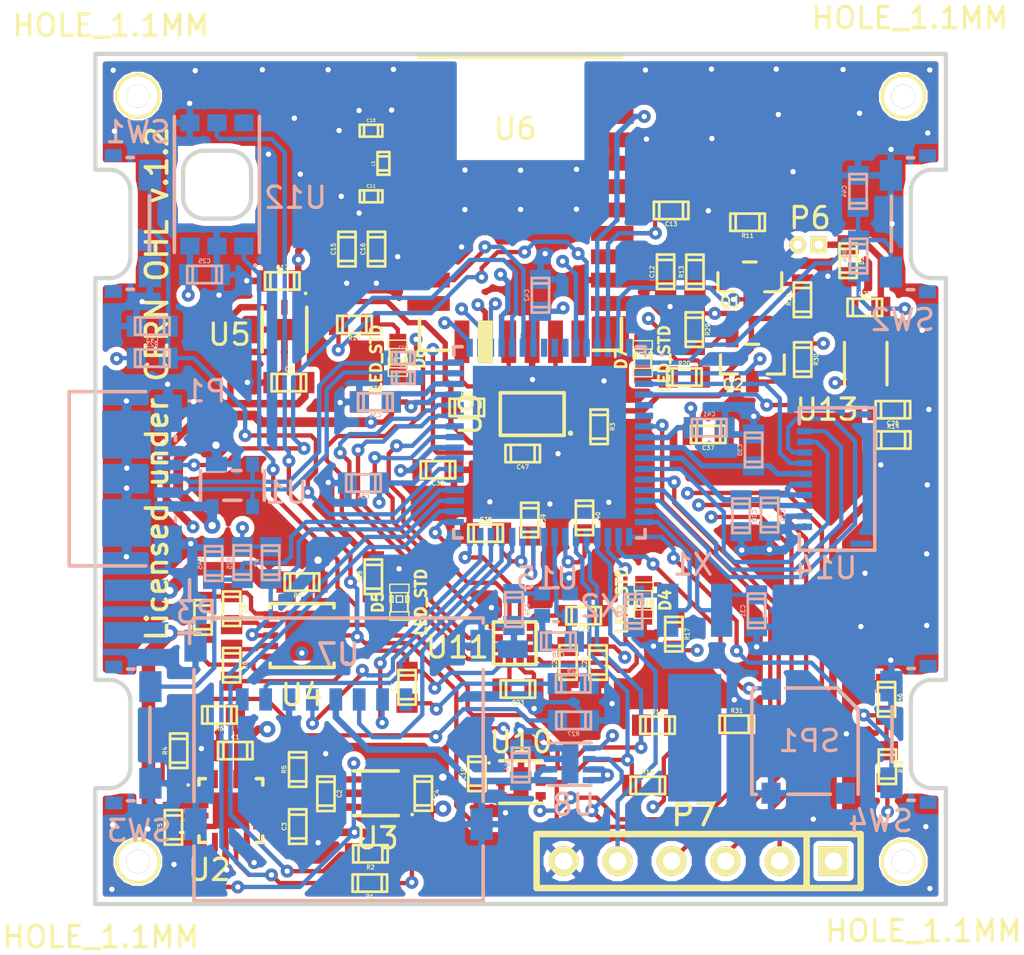
<source format=kicad_pcb>
(kicad_pcb (version 3) (host pcbnew "(2014-06-01 BZR 4909)-product")
  (layers (15 F.Cu signal) (2 Inner2.Cu power) (1 Inner1.Cu power) (0 B.Cu signal) (18 B.Paste user) (19 F.Paste user) (20 B.SilkS user) (21 F.SilkS user) (22 B.Mask user) (23 F.Mask user) (28 Edge.Cuts user))
  (net 0 "")
  (net 1 GND)
  (net 2 +5V)
  (net 3 VCC)
  (net 4 +BATT)
  (net 5 "Net-(C7-Pad1)")
  (net 6 "Net-(C8-Pad1)")
  (net 7 "Net-(C11-Pad1)")
  (net 8 "Net-(C12-Pad1)")
  (net 9 "Net-(C14-Pad1)")
  (net 10 "Net-(C23-Pad1)")
  (net 11 "Net-(C27-Pad1)")
  (net 12 /MCU_DISPLAY/LCD_VCC)
  (net 13 /MCU_DISPLAY/LCD_EN)
  (net 14 "Net-(C31-Pad2)")
  (net 15 "Net-(C32-Pad2)")
  (net 16 "Net-(C33-Pad1)")
  (net 17 "Net-(C36-Pad1)")
  (net 18 /MCU_DISPLAY/SW_TL)
  (net 19 /MCU_DISPLAY/SW_TR)
  (net 20 /MCU_DISPLAY/SW_BL)
  (net 21 /MCU_DISPLAY/SW_BR)
  (net 22 "Net-(D4-Pad1)")
  (net 23 "Net-(D5-Pad1)")
  (net 24 "Net-(D6-Pad1)")
  (net 25 "Net-(D7-Pad1)")
  (net 26 USB_DM)
  (net 27 USB_DP)
  (net 28 USB_ID)
  (net 29 /MCU_DISPLAY/SWDIO)
  (net 30 /MCU_DISPLAY/SWCLK)
  (net 31 /MCU_DISPLAY/SWDO)
  (net 32 /MCU_DISPLAY/MCU_RST_N)
  (net 33 BC_PGOOD_N)
  (net 34 BC_CHG_N)
  (net 35 "Net-(R4-Pad2)")
  (net 36 "Net-(R5-Pad2)")
  (net 37 "Net-(R6-Pad2)")
  (net 38 FG_ALRT_N)
  (net 39 "Net-(R8-Pad2)")
  (net 40 "Net-(R11-Pad1)")
  (net 41 SDA)
  (net 42 SCL)
  (net 43 /MCU_DISPLAY/LCD_BKL2)
  (net 44 /MCU_DISPLAY/LCD_BKL1)
  (net 45 "Net-(R21-Pad2)")
  (net 46 "Net-(R22-Pad2)")
  (net 47 /MCU_DISPLAY/BUZ)
  (net 48 GPS_TXD)
  (net 49 GPS_RXD)
  (net 50 GPS_RST)
  (net 51 SD_MISO)
  (net 52 SD_CLK)
  (net 53 SD_MOSI)
  (net 54 SD_CS_N)
  (net 55 SD_EN)
  (net 56 LS_INT_N)
  (net 57 AC_CLK)
  (net 58 AC_CS_XL)
  (net 59 AC_CS_MAG)
  (net 60 AC_SDIO)
  (net 61 AC_INT_MAG)
  (net 62 AC_DRDY_MAG)
  (net 63 AC_INT_XL)
  (net 64 VM_EN)
  (net 65 /MCU_DISPLAY/LCD_CLK)
  (net 66 /MCU_DISPLAY/LCD_DI)
  (net 67 /MCU_DISPLAY/LCD_CS)
  (net 68 /MCU_DISPLAY/LCD_INV)
  (net 69 "Net-(C6-Pad2)")
  (net 70 "Net-(R27-Pad2)")
  (net 71 "Net-(C10-Pad1)")
  (net 72 +1.8V)
  (net 73 "Net-(R3-Pad1)")
  (net 74 GPS_WAKUP)
  (net 75 GPS_ON_OFF)
  (net 76 "Net-(Q2-Pad2)")
  (net 77 "Net-(U5-Pad2)")
  (net 78 "Net-(U6-Pad11)")
  (net 79 "Net-(U6-Pad22)")
  (net 80 "Net-(U6-Pad12)")
  (net 81 "Net-(U6-Pad16)")
  (net 82 "Net-(U6-Pad17)")
  (net 83 "Net-(U7-Pad8)")
  (net 84 "Net-(U7-Pad1)")
  (net 85 "Net-(U12-Pad6)")
  (net 86 "Net-(U15-Pad5)")
  (net 87 "Net-(U15-Pad6)")
  (net 88 "Net-(X1-Pad3)")
  (net 89 "Net-(U15-Pad56)")
  (net 90 "Net-(U15-Pad57)")
  (net 91 "Net-(U15-Pad58)")
  (net 92 "Net-(U15-Pad64)")
  (net 93 "Net-(C18-Pad1)")
  (net 94 "Net-(C24-Pad1)")
  (net 95 +VIN)
  (net 96 "Net-(C26-Pad1)")
  (net 97 "Net-(R10-Pad1)")
  (module Capacitors_SMD:c_0603 (layer F.Cu) (at 106.39954 93.102619 180)
    (fp_text reference C47 (at 0 -0.635 180) (layer F.SilkS) (effects (font (size 0.20066 0.20066) (thickness 0.04064))))
    (fp_text value 100nF hide)
    (pad 1 smd rect (at 0.75184 0 180) (size 0.89916 1.00076) (layers F.Cu F.Paste F.Mask) (net 72 +1.8V))
    (pad 2 smd rect (at -0.75184 0 180) (size 0.89916 1.00076) (layers F.Cu F.Paste F.Mask) (net 1 GND))
  )
  (module freewatch_footprints:r_0603 (layer F.Cu) (at 103.77124 90.934382)
    (fp_text reference R10 (at 0 -0.635) (layer F.SilkS) (effects (font (size 0.20066 0.20066) (thickness 0.04064))))
    (fp_text value 10k hide)
    (pad 1 smd rect (at 0.75184 0) (size 0.89916 1.00076) (layers F.Cu F.Paste F.Mask) (net 97 "Net-(R10-Pad1)"))
    (pad 2 smd rect (at -0.75184 0) (size 0.89916 1.00076) (layers F.Cu F.Paste F.Mask) (net 72 +1.8V))
  )
  (module Capacitors_SMD:c_0603 (layer B.Cu) (at 91.860902 98.27718 270)
    (fp_text reference C45 (at 0 0.635 270) (layer B.SilkS) (effects (font (size 0.20066 0.20066) (thickness 0.04064)) (justify mirror)))
    (fp_text value 100nF hide)
    (pad 1 smd rect (at 0.75184 0 270) (size 0.89916 1.00076) (layers B.Cu B.Paste B.Mask) (net 20 /MCU_DISPLAY/SW_BL))
    (pad 2 smd rect (at -0.75184 0 270) (size 0.89916 1.00076) (layers B.Cu B.Paste B.Mask) (net 1 GND))
  )
  (module freewatch_footprints:M10478-A1 (layer F.Cu) (at 106.291401 75.0426)
    (fp_text reference U6 (at -0.25 2.78) (layer F.SilkS))
    (fp_text value M10478-A1 hide)
    (pad 1 smd rect (at -4.32 0) (size 2 0.7) (layers F.Cu F.Paste F.Mask) (net 1 GND))
    (pad 2 smd rect (at -4.32 1.1) (size 2 0.7) (layers F.Cu F.Paste F.Mask) (net 1 GND))
    (pad 3 smd rect (at -4.32 2.2) (size 2 0.7) (layers F.Cu F.Paste F.Mask) (net 1 GND))
    (pad 4 smd rect (at -4.32 3.3) (size 2 0.7) (layers F.Cu F.Paste F.Mask) (net 71 "Net-(C10-Pad1)"))
    (pad 5 smd rect (at -4.32 4.4) (size 2 0.7) (layers F.Cu F.Paste F.Mask) (net 1 GND))
    (pad 6 smd rect (at -4.32 5.5) (size 2 0.7) (layers F.Cu F.Paste F.Mask) (net 7 "Net-(C11-Pad1)"))
    (pad 7 smd rect (at -4.32 6.6) (size 2 0.7) (layers F.Cu F.Paste F.Mask) (net 1 GND))
    (pad 8 smd rect (at -4.32 7.7) (size 2 0.7) (layers F.Cu F.Paste F.Mask) (net 72 +1.8V))
    (pad 9 smd rect (at -4.32 8.8) (size 2 0.7) (layers F.Cu F.Paste F.Mask) (net 1 GND))
    (pad 10 smd rect (at -4.32 9.9) (size 2 0.7) (layers F.Cu F.Paste F.Mask) (net 50 GPS_RST))
    (pad 11 smd rect (at -4.32 11) (size 2 0.7) (layers F.Cu F.Paste F.Mask) (net 78 "Net-(U6-Pad11)"))
    (pad 18 smd rect (at 4.32 11) (size 2 0.7) (layers F.Cu F.Paste F.Mask) (net 76 "Net-(Q2-Pad2)"))
    (pad 19 smd rect (at 4.32 9.9) (size 2 0.7) (layers F.Cu F.Paste F.Mask) (net 1 GND))
    (pad 20 smd rect (at 4.32 8.8) (size 2 0.7) (layers F.Cu F.Paste F.Mask) (net 8 "Net-(C12-Pad1)"))
    (pad 21 smd rect (at 4.32 7.7) (size 2 0.7) (layers F.Cu F.Paste F.Mask) (net 49 GPS_RXD))
    (pad 22 smd rect (at 4.32 6.6) (size 2 0.7) (layers F.Cu F.Paste F.Mask) (net 79 "Net-(U6-Pad22)"))
    (pad 23 smd rect (at 4.32 5.5) (size 2 0.7) (layers F.Cu F.Paste F.Mask) (net 40 "Net-(R11-Pad1)"))
    (pad 24 smd rect (at 4.32 4.4) (size 2 0.7) (layers F.Cu F.Paste F.Mask) (net 1 GND))
    (pad 25 smd rect (at 4.32 3.3) (size 2 0.7) (layers F.Cu F.Paste F.Mask) (net 1 GND))
    (pad 26 smd rect (at 4.32 2.2) (size 2 0.7) (layers F.Cu F.Paste F.Mask) (net 75 GPS_ON_OFF))
    (pad 27 smd rect (at 4.32 1.1) (size 2 0.7) (layers F.Cu F.Paste F.Mask) (net 1 GND))
    (pad 28 smd rect (at 4.32 0) (size 2 0.7) (layers F.Cu F.Paste F.Mask) (net 1 GND))
    (pad 12 smd rect (at -2.75 12.8) (size 0.7 2) (layers F.Cu F.Paste F.Mask) (net 80 "Net-(U6-Pad12)"))
    (pad 13 smd rect (at -1.65 12.8) (size 0.7 2) (layers F.Cu F.Paste F.SilkS F.Mask) (net 73 "Net-(R3-Pad1)"))
    (pad 14 smd rect (at -0.55 12.8) (size 0.7 2) (layers F.Cu F.Paste F.Mask) (net 97 "Net-(R10-Pad1)"))
    (pad 15 smd rect (at 0.55 12.8) (size 0.7 2) (layers F.Cu F.Paste F.Mask) (net 1 GND))
    (pad 16 smd rect (at 1.65 12.8) (size 0.7 2) (layers F.Cu F.Paste F.Mask) (net 81 "Net-(U6-Pad16)"))
    (pad 17 smd rect (at 2.75 12.8) (size 0.7 2) (layers F.Cu F.Paste F.Mask) (net 82 "Net-(U6-Pad17)"))
  )
  (module Capacitors_SMD:c_0603 (layer B.Cu) (at 98.907128 94.489528)
    (fp_text reference C34 (at 0 0.635) (layer B.SilkS) (effects (font (size 0.20066 0.20066) (thickness 0.04064)) (justify mirror)))
    (fp_text value 100nF hide)
    (pad 1 smd rect (at 0.75184 0) (size 0.89916 1.00076) (layers B.Cu B.Paste B.Mask) (net 3 VCC))
    (pad 2 smd rect (at -0.75184 0) (size 0.89916 1.00076) (layers B.Cu B.Paste B.Mask) (net 1 GND))
  )
  (module Capacitors_SMD:c_0603 (layer F.Cu) (at 99.472028 90.678324)
    (fp_text reference C35 (at 0 -0.635) (layer F.SilkS) (effects (font (size 0.20066 0.20066) (thickness 0.04064))))
    (fp_text value 4.7uF hide)
    (pad 1 smd rect (at 0.75184 0) (size 0.89916 1.00076) (layers F.Cu F.Paste F.Mask) (net 2 +5V))
    (pad 2 smd rect (at -0.75184 0) (size 0.89916 1.00076) (layers F.Cu F.Paste F.Mask) (net 1 GND))
  )
  (module Capacitors_SMD:c_0603 (layer B.Cu) (at 117.25794 92.934028 270)
    (fp_text reference C30 (at 0 0.635 270) (layer B.SilkS) (effects (font (size 0.20066 0.20066) (thickness 0.04064)) (justify mirror)))
    (fp_text value 100nF hide)
    (pad 1 smd rect (at 0.75184 0 270) (size 0.89916 1.00076) (layers B.Cu B.Paste B.Mask) (net 13 /MCU_DISPLAY/LCD_EN))
    (pad 2 smd rect (at -0.75184 0 270) (size 0.89916 1.00076) (layers B.Cu B.Paste B.Mask) (net 1 GND))
  )
  (module Capacitors_SMD:c_0603 (layer B.Cu) (at 115.169982 91.885286 180)
    (fp_text reference C41 (at 0 0.635 180) (layer B.SilkS) (effects (font (size 0.20066 0.20066) (thickness 0.04064)) (justify mirror)))
    (fp_text value 100nF hide)
    (pad 1 smd rect (at 0.75184 0 180) (size 0.89916 1.00076) (layers B.Cu B.Paste B.Mask) (net 3 VCC))
    (pad 2 smd rect (at -0.75184 0 180) (size 0.89916 1.00076) (layers B.Cu B.Paste B.Mask) (net 1 GND))
  )
  (module Capacitors_SMD:c_0603 (layer F.Cu) (at 102.413875 93.868278 180)
    (fp_text reference C33 (at 0 -0.635 180) (layer F.SilkS) (effects (font (size 0.20066 0.20066) (thickness 0.04064))))
    (fp_text value 1uF hide)
    (pad 1 smd rect (at 0.75184 0 180) (size 0.89916 1.00076) (layers F.Cu F.Paste F.Mask) (net 16 "Net-(C33-Pad1)"))
    (pad 2 smd rect (at -0.75184 0 180) (size 0.89916 1.00076) (layers F.Cu F.Paste F.Mask) (net 1 GND))
  )
  (module Capacitors_SMD:c_0603 (layer B.Cu) (at 99.463622 90.663522)
    (fp_text reference C36 (at 0 0.635) (layer B.SilkS) (effects (font (size 0.20066 0.20066) (thickness 0.04064)) (justify mirror)))
    (fp_text value 1uF hide)
    (pad 1 smd rect (at 0.75184 0) (size 0.89916 1.00076) (layers B.Cu B.Paste B.Mask) (net 17 "Net-(C36-Pad1)"))
    (pad 2 smd rect (at -0.75184 0) (size 0.89916 1.00076) (layers B.Cu B.Paste B.Mask) (net 1 GND))
  )
  (module Capacitors_SMD:c_0603 (layer F.Cu) (at 104.65323 96.846578)
    (fp_text reference C38 (at 0 -0.635) (layer F.SilkS) (effects (font (size 0.20066 0.20066) (thickness 0.04064))))
    (fp_text value 100nF hide)
    (pad 1 smd rect (at 0.75184 0) (size 0.89916 1.00076) (layers F.Cu F.Paste F.Mask) (net 3 VCC))
    (pad 2 smd rect (at -0.75184 0) (size 0.89916 1.00076) (layers F.Cu F.Paste F.Mask) (net 1 GND))
  )
  (module freewatch_footprints:AB26TRB (layer B.Cu) (at 114.484004 100.4776 90)
    (fp_text reference X1 (at 2.151604 -0.086404 180) (layer B.SilkS) (effects (justify mirror)))
    (fp_text value 32.768kHz hide)
    (pad 1 smd rect (at 0 1.27 90) (size 2.5 1) (layers B.Cu B.Paste B.Mask) (net 14 "Net-(C31-Pad2)"))
    (pad 2 smd rect (at 0 -1.27 90) (size 2.5 1) (layers B.Cu B.Paste B.Mask) (net 15 "Net-(C32-Pad2)"))
    (pad 3 smd rect (at -6 0 90) (size 6 2.5) (layers B.Cu B.Paste B.Mask) (net 88 "Net-(X1-Pad3)"))
  )
  (module Capacitors_SMD:c_0603 (layer F.Cu) (at 106.731722 96.231327 270)
    (fp_text reference C39 (at 0 -0.635 270) (layer F.SilkS) (effects (font (size 0.20066 0.20066) (thickness 0.04064))))
    (fp_text value 100nF hide)
    (pad 1 smd rect (at 0.75184 0 270) (size 0.89916 1.00076) (layers F.Cu F.Paste F.Mask) (net 3 VCC))
    (pad 2 smd rect (at -0.75184 0 270) (size 0.89916 1.00076) (layers F.Cu F.Paste F.Mask) (net 1 GND))
  )
  (module Capacitors_SMD:c_0603 (layer F.Cu) (at 109.305122 96.130227 270)
    (fp_text reference C40 (at 0 -0.635 270) (layer F.SilkS) (effects (font (size 0.20066 0.20066) (thickness 0.04064))))
    (fp_text value 100nF hide)
    (pad 1 smd rect (at 0.75184 0 270) (size 0.89916 1.00076) (layers F.Cu F.Paste F.Mask) (net 3 VCC))
    (pad 2 smd rect (at -0.75184 0 270) (size 0.89916 1.00076) (layers F.Cu F.Paste F.Mask) (net 1 GND))
  )
  (module LEDs:LED-0603 (layer F.Cu) (at 112.04379 88.642518 90)
    (fp_text reference D7 (at 0 -1.016 90) (layer F.SilkS) (effects (font (size 0.508 0.508) (thickness 0.127))))
    (fp_text value LED_STD (at 0 1.016 90) (layer F.SilkS) (effects (font (size 0.508 0.508) (thickness 0.127))))
    (pad 1 smd rect (at -0.7493 0 90) (size 0.79756 0.79756) (layers F.Cu F.Paste F.Mask) (net 25 "Net-(D7-Pad1)"))
    (pad 2 smd rect (at 0.7493 0 90) (size 0.79756 0.79756) (layers F.Cu F.Paste F.Mask) (net 1 GND))
  )
  (module Capacitors_SMD:c_0603 (layer B.Cu) (at 117.39522 100.502822 270)
    (fp_text reference C31 (at 0 0.635 270) (layer B.SilkS) (effects (font (size 0.20066 0.20066) (thickness 0.04064)) (justify mirror)))
    (fp_text value 18pF hide)
    (pad 1 smd rect (at 0.75184 0 270) (size 0.89916 1.00076) (layers B.Cu B.Paste B.Mask) (net 1 GND))
    (pad 2 smd rect (at -0.75184 0 270) (size 0.89916 1.00076) (layers B.Cu B.Paste B.Mask) (net 14 "Net-(C31-Pad2)"))
  )
  (module Capacitors_SMD:c_0603 (layer B.Cu) (at 111.61302 100.529222 270)
    (fp_text reference C32 (at 0 0.635 270) (layer B.SilkS) (effects (font (size 0.20066 0.20066) (thickness 0.04064)) (justify mirror)))
    (fp_text value 18pF hide)
    (pad 1 smd rect (at 0.75184 0 270) (size 0.89916 1.00076) (layers B.Cu B.Paste B.Mask) (net 1 GND))
    (pad 2 smd rect (at -0.75184 0 270) (size 0.89916 1.00076) (layers B.Cu B.Paste B.Mask) (net 15 "Net-(C32-Pad2)"))
  )
  (module Capacitors_SMD:c_0603 (layer B.Cu) (at 118.01022 95.999221 90)
    (fp_text reference C29 (at 0 0.635 90) (layer B.SilkS) (effects (font (size 0.20066 0.20066) (thickness 0.04064)) (justify mirror)))
    (fp_text value 100nF hide)
    (pad 1 smd rect (at 0.75184 0 90) (size 0.89916 1.00076) (layers B.Cu B.Paste B.Mask) (net 12 /MCU_DISPLAY/LCD_VCC))
    (pad 2 smd rect (at -0.75184 0 90) (size 0.89916 1.00076) (layers B.Cu B.Paste B.Mask) (net 1 GND))
  )
  (module Capacitors_SMD:c_0603 (layer B.Cu) (at 116.669026 96.029222 90)
    (fp_text reference C28 (at 0 0.635 90) (layer B.SilkS) (effects (font (size 0.20066 0.20066) (thickness 0.04064)) (justify mirror)))
    (fp_text value 1uF hide)
    (pad 1 smd rect (at 0.75184 0 90) (size 0.89916 1.00076) (layers B.Cu B.Paste B.Mask) (net 12 /MCU_DISPLAY/LCD_VCC))
    (pad 2 smd rect (at -0.75184 0 90) (size 0.89916 1.00076) (layers B.Cu B.Paste B.Mask) (net 1 GND))
  )
  (module Capacitors_SMD:c_0603 (layer B.Cu) (at 107.233702 85.656144 270)
    (fp_text reference C42 (at 0 0.635 270) (layer B.SilkS) (effects (font (size 0.20066 0.20066) (thickness 0.04064)) (justify mirror)))
    (fp_text value 100nF hide)
    (pad 1 smd rect (at 0.75184 0 270) (size 0.89916 1.00076) (layers B.Cu B.Paste B.Mask) (net 3 VCC))
    (pad 2 smd rect (at -0.75184 0 270) (size 0.89916 1.00076) (layers B.Cu B.Paste B.Mask) (net 1 GND))
  )
  (module freewatch_footprints:FPC_10_503480-1000 (layer B.Cu) (at 119.655993 94.301401 270)
    (fp_text reference U14 (at 4.192606 -0.995408 360) (layer B.SilkS) (effects (justify mirror)))
    (fp_text value LS013B7DH03 hide)
    (pad 1 smd rect (at -2.25 0 270) (size 0.3 0.7) (layers B.Cu B.Paste B.Mask) (net 65 /MCU_DISPLAY/LCD_CLK))
    (pad 2 smd rect (at -1.75 0 270) (size 0.3 0.7) (layers B.Cu B.Paste B.Mask) (net 66 /MCU_DISPLAY/LCD_DI))
    (pad 3 smd rect (at -1.25 0 270) (size 0.3 0.7) (layers B.Cu B.Paste B.Mask) (net 67 /MCU_DISPLAY/LCD_CS))
    (pad 4 smd rect (at -0.75 0 270) (size 0.3 0.7) (layers B.Cu B.Paste B.Mask) (net 68 /MCU_DISPLAY/LCD_INV))
    (pad 5 smd rect (at -0.25 0 270) (size 0.3 0.7) (layers B.Cu B.Paste B.Mask) (net 13 /MCU_DISPLAY/LCD_EN))
    (pad 6 smd rect (at 0.25 0 270) (size 0.3 0.7) (layers B.Cu B.Paste B.Mask) (net 12 /MCU_DISPLAY/LCD_VCC))
    (pad 7 smd rect (at 0.75 0 270) (size 0.3 0.7) (layers B.Cu B.Paste B.Mask) (net 12 /MCU_DISPLAY/LCD_VCC))
    (pad 8 smd rect (at 1.25 0 270) (size 0.3 0.7) (layers B.Cu B.Paste B.Mask) (net 12 /MCU_DISPLAY/LCD_VCC))
    (pad 9 smd rect (at 1.75 0 270) (size 0.3 0.7) (layers B.Cu B.Paste B.Mask) (net 1 GND))
    (pad 10 smd rect (at 2.25 0 270) (size 0.3 0.7) (layers B.Cu B.Paste B.Mask) (net 1 GND))
    (pad "" smd rect (at -3.04 -2.65 270) (size 0.3 1) (layers B.Cu B.Paste B.Mask))
    (pad "" smd rect (at 3.04 -2.65 270) (size 0.3 1) (layers B.Cu B.Paste B.Mask))
  )
  (module freewatch_footprints:LFCSP_8L (layer F.Cu) (at 122.531017 88.87182 180)
    (fp_text reference U13 (at 1.82 -2.16 180) (layer F.SilkS))
    (fp_text value ADP198 hide)
    (pad 1 smd rect (at -0.75 0.9 180) (size 0.28 0.6) (layers F.Cu F.Paste F.Mask) (net 11 "Net-(C27-Pad1)"))
    (pad 2 smd rect (at -0.25 0.9 180) (size 0.28 0.6) (layers F.Cu F.Paste F.Mask) (net 11 "Net-(C27-Pad1)"))
    (pad 3 smd rect (at 0.25 0.9 180) (size 0.28 0.6) (layers F.Cu F.Paste F.Mask) (net 1 GND))
    (pad 4 smd rect (at 0.75 0.9 180) (size 0.28 0.6) (layers F.Cu F.Paste F.Mask) (net 1 GND))
    (pad 5 smd rect (at 0.75 -0.9 180) (size 0.28 0.6) (layers F.Cu F.Paste F.Mask) (net 3 VCC))
    (pad 6 smd rect (at 0.25 -0.9 180) (size 0.28 0.6) (layers F.Cu F.Paste F.Mask) (net 64 VM_EN))
    (pad 7 smd rect (at -0.25 -0.9 180) (size 0.28 0.6) (layers F.Cu F.Paste F.Mask) (net 96 "Net-(C26-Pad1)"))
    (pad 8 smd rect (at -0.75 -0.9 180) (size 0.28 0.6) (layers F.Cu F.Paste F.Mask) (net 96 "Net-(C26-Pad1)"))
    (pad 0 smd rect (at 0 0 180) (size 1.8 0.8) (layers F.Cu F.Paste F.Mask) (net 1 GND))
  )
  (module freewatch_footprints:LGA12 (layer F.Cu) (at 106.025792 102.02338)
    (fp_text reference U11 (at -2.7 0.2) (layer F.SilkS))
    (fp_text value LSM303C hide)
    (pad 1 smd rect (at -0.75 -0.75) (size 0.375 0.35) (layers F.Cu F.Paste F.Mask) (net 57 AC_CLK))
    (pad 2 smd rect (at -0.75 -0.25) (size 0.375 0.35) (layers F.Cu F.Paste F.Mask) (net 58 AC_CS_XL))
    (pad 3 smd rect (at -0.75 0.25) (size 0.375 0.35) (layers F.Cu F.Paste F.Mask) (net 59 AC_CS_MAG))
    (pad 4 smd rect (at -0.75 0.75) (size 0.375 0.35) (layers F.Cu F.Paste F.Mask) (net 60 AC_SDIO))
    (pad 7 smd rect (at 0.75 0.75) (size 0.375 0.35) (layers F.Cu F.Paste F.Mask) (net 61 AC_INT_MAG))
    (pad 8 smd rect (at 0.75 0.25) (size 0.375 0.35) (layers F.Cu F.Paste F.Mask) (net 1 GND))
    (pad 9 smd rect (at 0.75 -0.25) (size 0.375 0.35) (layers F.Cu F.Paste F.Mask) (net 3 VCC))
    (pad 10 smd rect (at 0.75 -0.75) (size 0.375 0.35) (layers F.Cu F.Paste F.Mask) (net 3 VCC))
    (pad 5 smd rect (at -0.25 0.75) (size 0.35 0.375) (layers F.Cu F.Paste F.Mask) (net 10 "Net-(C23-Pad1)"))
    (pad 6 smd rect (at 0.25 0.75) (size 0.35 0.375) (layers F.Cu F.Paste F.Mask) (net 1 GND))
    (pad 11 smd rect (at 0.25 -0.75) (size 0.35 0.375) (layers F.Cu F.Paste F.Mask) (net 62 AC_DRDY_MAG))
    (pad 12 smd rect (at -0.25 -0.75) (size 0.35 0.375) (layers F.Cu F.Paste F.Mask) (net 63 AC_INT_XL))
  )
  (module freewatch_footprints:UTDFN6_OPTO (layer F.Cu) (at 106.318243 108.561)
    (fp_text reference U10 (at 0 -1.88) (layer F.SilkS))
    (fp_text value MAX44009 hide)
    (pad 1 smd rect (at -0.925 -0.65) (size 0.48 0.36) (layers F.Cu F.Paste F.Mask) (net 3 VCC))
    (pad 2 smd rect (at -0.925 0) (size 0.48 0.36) (layers F.Cu F.Paste F.Mask) (net 1 GND))
    (pad 3 smd rect (at -0.925 0.65) (size 0.48 0.36) (layers F.Cu F.Paste F.Mask) (net 1 GND))
    (pad 4 smd rect (at 0.925 0.65) (size 0.48 0.36) (layers F.Cu F.Paste F.Mask) (net 56 LS_INT_N))
    (pad 5 smd rect (at 0.925 0) (size 0.48 0.36) (layers F.Cu F.Paste F.Mask) (net 42 SCL))
    (pad 6 smd rect (at 0.925 -0.65) (size 0.48 0.36) (layers F.Cu F.Paste F.Mask) (net 41 SDA))
    (pad 0 smd rect (at 0 0) (size 0.71 1.4) (layers F.Cu F.Paste F.Mask) (net 1 GND))
  )
  (module freewatch_footprints:LFCSP_8L (layer B.Cu) (at 108.62264 107.719877 90)
    (fp_text reference U8 (at -1.907483 0.177237 180) (layer B.SilkS) (effects (justify mirror)))
    (fp_text value ADP198 hide)
    (pad 1 smd rect (at -0.75 -0.9 90) (size 0.28 0.6) (layers B.Cu B.Paste B.Mask) (net 9 "Net-(C14-Pad1)"))
    (pad 2 smd rect (at -0.25 -0.9 90) (size 0.28 0.6) (layers B.Cu B.Paste B.Mask) (net 9 "Net-(C14-Pad1)"))
    (pad 3 smd rect (at 0.25 -0.9 90) (size 0.28 0.6) (layers B.Cu B.Paste B.Mask) (net 1 GND))
    (pad 4 smd rect (at 0.75 -0.9 90) (size 0.28 0.6) (layers B.Cu B.Paste B.Mask) (net 1 GND))
    (pad 5 smd rect (at 0.75 0.9 90) (size 0.28 0.6) (layers B.Cu B.Paste B.Mask) (net 3 VCC))
    (pad 6 smd rect (at 0.25 0.9 90) (size 0.28 0.6) (layers B.Cu B.Paste B.Mask) (net 55 SD_EN))
    (pad 7 smd rect (at -0.25 0.9 90) (size 0.28 0.6) (layers B.Cu B.Paste B.Mask) (net 3 VCC))
    (pad 8 smd rect (at -0.75 0.9 90) (size 0.28 0.6) (layers B.Cu B.Paste B.Mask) (net 3 VCC))
    (pad 0 smd rect (at 0 0 90) (size 1.8 0.8) (layers B.Cu B.Paste B.Mask) (net 1 GND))
  )
  (module freewatch_footprints:TDFN-10 (layer F.Cu) (at 96.0246 101.664743 180)
    (fp_text reference U4 (at 0 -2.8 180) (layer F.SilkS))
    (fp_text value MAX17047 hide)
    (pad 1 smd rect (at -1.475 -1 180) (size 0.7 0.3) (layers F.Cu F.Paste F.Mask) (net 4 +BATT))
    (pad 2 smd rect (at -1.475 -0.5 180) (size 0.7 0.3) (layers F.Cu F.Paste F.Mask) (net 5 "Net-(C7-Pad1)"))
    (pad 3 smd rect (at -1.475 0 180) (size 0.7 0.3) (layers F.Cu F.Paste F.Mask) (net 42 SCL))
    (pad 4 smd rect (at -1.475 0.5 180) (size 0.7 0.3) (layers F.Cu F.Paste F.Mask) (net 41 SDA))
    (pad 5 smd rect (at -1.475 1 180) (size 0.7 0.3) (layers F.Cu F.Paste F.Mask) (net 1 GND))
    (pad 6 smd rect (at 1.475 1 180) (size 0.7 0.3) (layers F.Cu F.Paste F.Mask) (net 69 "Net-(C6-Pad2)"))
    (pad 7 smd rect (at 1.475 0.5 180) (size 0.7 0.3) (layers F.Cu F.Paste F.Mask) (net 6 "Net-(C8-Pad1)"))
    (pad 8 smd rect (at 1.475 0 180) (size 0.7 0.3) (layers F.Cu F.Paste F.Mask) (net 38 FG_ALRT_N))
    (pad 9 smd rect (at 1.475 -0.5 180) (size 0.7 0.3) (layers F.Cu F.Paste F.Mask) (net 39 "Net-(R8-Pad2)"))
    (pad 10 smd rect (at 1.475 -1 180) (size 0.7 0.3) (layers F.Cu F.Paste F.Mask) (net 4 +BATT))
    (pad 11 smd rect (at 0 0 180) (size 1.58 2.35) (layers F.Cu F.Paste F.Mask) (net 69 "Net-(C6-Pad2)"))
  )
  (module freewatch_footprints:SON-6 (layer F.Cu) (at 99.500323 109.08838 180)
    (fp_text reference U3 (at -0.06 -2.11 180) (layer F.SilkS))
    (fp_text value TPS780180300 hide)
    (pad 1 smd rect (at -1.05 -0.65 180) (size 0.7 0.3) (layers F.Cu F.Paste F.Mask) (net 3 VCC))
    (pad 2 smd rect (at -1.05 0 180) (size 0.7 0.3) (layers F.Cu F.Paste F.Mask) (net 1 GND))
    (pad 3 smd rect (at -1.05 0.65 180) (size 0.7 0.3) (layers F.Cu F.Paste F.Mask) (net 1 GND))
    (pad 4 smd rect (at 1.05 0.65 180) (size 0.7 0.3) (layers F.Cu F.Paste F.Mask) (net 95 +VIN))
    (pad 5 smd rect (at 1.05 0 180) (size 0.7 0.3) (layers F.Cu F.Paste F.Mask) (net 1 GND))
    (pad 6 smd rect (at 1.05 -0.65 180) (size 0.7 0.3) (layers F.Cu F.Paste F.Mask) (net 95 +VIN))
    (pad 7 smd rect (at 0 0 180) (size 1 1.6) (layers F.Cu F.Paste F.Mask) (net 1 GND))
  )
  (module freewatch_footprints:S-PVQFN-N16 (layer F.Cu) (at 92.673442 109.901398)
    (fp_text reference U2 (at -1.01 2.79) (layer F.SilkS))
    (fp_text value bq24072 hide)
    (pad 1 smd rect (at -1.475 -0.75) (size 0.85 0.28) (layers F.Cu F.Paste F.Mask) (net 70 "Net-(R27-Pad2)"))
    (pad 2 smd rect (at -1.475 -0.25) (size 0.85 0.28) (layers F.Cu F.Paste F.Mask) (net 4 +BATT))
    (pad 3 smd rect (at -1.475 0.25) (size 0.85 0.28) (layers F.Cu F.Paste F.Mask) (net 4 +BATT))
    (pad 4 smd rect (at -1.475 0.75) (size 0.85 0.28) (layers F.Cu F.Paste F.Mask) (net 1 GND))
    (pad 5 smd rect (at -0.75 1.475) (size 0.28 0.85) (layers F.Cu F.Paste F.Mask) (net 95 +VIN))
    (pad 6 smd rect (at -0.25 1.475) (size 0.28 0.85) (layers F.Cu F.Paste F.Mask) (net 1 GND))
    (pad 7 smd rect (at 0.25 1.475) (size 0.28 0.85) (layers F.Cu F.Paste F.Mask) (net 33 BC_PGOOD_N))
    (pad 8 smd rect (at 0.75 1.475) (size 0.28 0.85) (layers F.Cu F.Paste F.Mask) (net 1 GND))
    (pad 9 smd rect (at 1.475 0.75) (size 0.85 0.28) (layers F.Cu F.Paste F.Mask) (net 34 BC_CHG_N))
    (pad 10 smd rect (at 1.475 0.25) (size 0.85 0.28) (layers F.Cu F.Paste F.Mask) (net 95 +VIN))
    (pad 11 smd rect (at 1.475 -0.25) (size 0.85 0.28) (layers F.Cu F.Paste F.Mask) (net 95 +VIN))
    (pad 12 smd rect (at 1.475 -0.75) (size 0.85 0.28) (layers F.Cu F.Paste F.Mask) (net 36 "Net-(R5-Pad2)"))
    (pad 13 smd rect (at 0.75 -1.475) (size 0.28 0.85) (layers F.Cu F.Paste F.Mask) (net 2 +5V))
    (pad 14 smd rect (at 0.25 -1.475) (size 0.28 0.85) (layers F.Cu F.Paste F.Mask) (net 37 "Net-(R6-Pad2)"))
    (pad 15 smd rect (at -0.25 -1.475) (size 0.28 0.85) (layers F.Cu F.Paste F.Mask) (net 1 GND))
    (pad 16 smd rect (at -0.75 -1.475) (size 0.28 0.85) (layers F.Cu F.Paste F.Mask) (net 35 "Net-(R4-Pad2)"))
    (pad 17 smd rect (at 0 0) (size 1.7 1.7) (layers F.Cu F.Paste F.Mask) (net 1 GND))
  )
  (module freewatch_footprints:SOT143B (layer B.Cu) (at 92.744895 94.6016)
    (fp_text reference U1 (at 2.55 0.34) (layer B.SilkS) (effects (justify mirror)))
    (fp_text value PRTR5V0U2X hide)
    (pad 1 smd rect (at -0.75 -1) (size 1 0.7) (layers B.Cu B.Paste B.Mask) (net 1 GND))
    (pad 2 smd rect (at 0.95 -1) (size 0.6 0.7) (layers B.Cu B.Paste B.Mask) (net 27 USB_DP))
    (pad 3 smd rect (at 0.95 1) (size 0.6 0.7) (layers B.Cu B.Paste B.Mask) (net 26 USB_DM))
    (pad 4 smd rect (at -0.95 1) (size 0.6 0.7) (layers B.Cu B.Paste B.Mask) (net 2 +5V))
  )
  (module freewatch_footprints:SWITCH_EVQP4 (layer B.Cu) (at 126.316009 106.319001 270)
    (fp_text reference SW4 (at 4.07499 3.087008 360) (layer B.SilkS) (effects (justify mirror)))
    (fp_text value EVQ-P4MB3K hide)
    (pad 1 smd rect (at -2.275 2.575 270) (size 1.45 1.05) (layers B.Cu B.Paste B.Mask) (net 1 GND))
    (pad 2 smd rect (at 2.275 2.575 270) (size 1.45 1.05) (layers B.Cu B.Paste B.Mask) (net 21 /MCU_DISPLAY/SW_BR))
    (pad "" smd rect (at -3.2 0.85 270) (size 0.6 0.8) (layers B.Cu B.Paste B.Mask))
    (pad "" smd rect (at 3.2 0.85 270) (size 0.6 0.8) (layers B.Cu B.Paste B.Mask))
  )
  (module freewatch_footprints:SWITCH_EVQP4 (layer B.Cu) (at 86.314781 106.344801 90)
    (fp_text reference SW3 (at -4.510418 2.05002 180) (layer B.SilkS) (effects (justify mirror)))
    (fp_text value EVQ-P4MB3K hide)
    (pad 1 smd rect (at -2.275 2.575 90) (size 1.45 1.05) (layers B.Cu B.Paste B.Mask) (net 1 GND))
    (pad 2 smd rect (at 2.275 2.575 90) (size 1.45 1.05) (layers B.Cu B.Paste B.Mask) (net 20 /MCU_DISPLAY/SW_BL))
    (pad "" smd rect (at -3.2 0.85 90) (size 0.6 0.8) (layers B.Cu B.Paste B.Mask))
    (pad "" smd rect (at 3.2 0.85 90) (size 0.6 0.8) (layers B.Cu B.Paste B.Mask))
  )
  (module freewatch_footprints:SWITCH_EVQP4 (layer B.Cu) (at 126.286209 82.289001 270)
    (fp_text reference SW2 (at 4.527208 2.02521 540) (layer B.SilkS) (effects (justify mirror)))
    (fp_text value EVQ-P4MB3K hide)
    (pad 1 smd rect (at -2.275 2.575 270) (size 1.45 1.05) (layers B.Cu B.Paste B.Mask) (net 1 GND))
    (pad 2 smd rect (at 2.275 2.575 270) (size 1.45 1.05) (layers B.Cu B.Paste B.Mask) (net 19 /MCU_DISPLAY/SW_TR))
    (pad "" smd rect (at -3.2 0.85 270) (size 0.6 0.8) (layers B.Cu B.Paste B.Mask))
    (pad "" smd rect (at 3.2 0.85 270) (size 0.6 0.8) (layers B.Cu B.Paste B.Mask))
  )
  (module freewatch_footprints:SWITCH_EVQP4 (layer B.Cu) (at 86.293181 82.275201 90)
    (fp_text reference SW1 (at 4.298382 2.01202 180) (layer B.SilkS) (effects (justify mirror)))
    (fp_text value EVQ-P4MB3K hide)
    (pad 1 smd rect (at -2.275 2.575 90) (size 1.45 1.05) (layers B.Cu B.Paste B.Mask) (net 1 GND))
    (pad 2 smd rect (at 2.275 2.575 90) (size 1.45 1.05) (layers B.Cu B.Paste B.Mask) (net 18 /MCU_DISPLAY/SW_TL))
    (pad "" smd rect (at -3.2 0.85 90) (size 0.6 0.8) (layers B.Cu B.Paste B.Mask))
    (pad "" smd rect (at 3.2 0.85 90) (size 0.6 0.8) (layers B.Cu B.Paste B.Mask))
  )
  (module freewatch_footprints:BUZZER_SMT-0540-S-R (layer B.Cu) (at 119.677711 106.63632 180)
    (fp_text reference SP1 (at -0.2 0.01 180) (layer B.SilkS) (effects (justify mirror)))
    (fp_text value BUZZER hide)
    (pad 1 smd rect (at 1.6 2.45 180) (size 0.9 1) (layers B.Cu B.Paste B.Mask) (net 47 /MCU_DISPLAY/BUZ))
    (pad 2 smd rect (at 1.6 -2.45 180) (size 0.9 1) (layers B.Cu B.Paste B.Mask) (net 1 GND))
    (pad "" smd rect (at -1.9 -2.45 180) (size 0.9 1) (layers B.Cu B.Paste B.Mask))
  )
  (module freewatch_footprints:r_0603 (layer F.Cu) (at 123.549378 107.838421 270)
    (fp_text reference R26 (at 0 -0.635 270) (layer F.SilkS) (effects (font (size 0.20066 0.20066) (thickness 0.04064))))
    (fp_text value 100k hide)
    (pad 1 smd rect (at 0.75184 0 270) (size 0.89916 1.00076) (layers F.Cu F.Paste F.Mask) (net 3 VCC))
    (pad 2 smd rect (at -0.75184 0 270) (size 0.89916 1.00076) (layers F.Cu F.Paste F.Mask) (net 21 /MCU_DISPLAY/SW_BR))
  )
  (module freewatch_footprints:r_0603 (layer B.Cu) (at 93.210458 98.23176 90)
    (fp_text reference R25 (at -0.03 -0.605 90) (layer B.SilkS) (effects (font (size 0.20066 0.20066) (thickness 0.04064)) (justify mirror)))
    (fp_text value 100k hide)
    (pad 1 smd rect (at 0.75184 0 90) (size 0.89916 1.00076) (layers B.Cu B.Paste B.Mask) (net 3 VCC))
    (pad 2 smd rect (at -0.75184 0 90) (size 0.89916 1.00076) (layers B.Cu B.Paste B.Mask) (net 20 /MCU_DISPLAY/SW_BL))
  )
  (module freewatch_footprints:r_0603 (layer B.Cu) (at 122.195822 83.81118 270)
    (fp_text reference R24 (at 0 0.635 270) (layer B.SilkS) (effects (font (size 0.20066 0.20066) (thickness 0.04064)) (justify mirror)))
    (fp_text value 100k hide)
    (pad 1 smd rect (at 0.75184 0 270) (size 0.89916 1.00076) (layers B.Cu B.Paste B.Mask) (net 3 VCC))
    (pad 2 smd rect (at -0.75184 0 270) (size 0.89916 1.00076) (layers B.Cu B.Paste B.Mask) (net 19 /MCU_DISPLAY/SW_TR))
  )
  (module freewatch_footprints:r_0603 (layer B.Cu) (at 88.97738 88.613538 180)
    (fp_text reference R23 (at 0 0.635 180) (layer B.SilkS) (effects (font (size 0.20066 0.20066) (thickness 0.04064)) (justify mirror)))
    (fp_text value 100k hide)
    (pad 1 smd rect (at 0.75184 0 180) (size 0.89916 1.00076) (layers B.Cu B.Paste B.Mask) (net 3 VCC))
    (pad 2 smd rect (at -0.75184 0 180) (size 0.89916 1.00076) (layers B.Cu B.Paste B.Mask) (net 18 /MCU_DISPLAY/SW_TL))
  )
  (module freewatch_footprints:r_0603 (layer F.Cu) (at 114.00184 89.502224)
    (fp_text reference R20 (at 0 -0.635) (layer F.SilkS) (effects (font (size 0.20066 0.20066) (thickness 0.04064))))
    (fp_text value 91R hide)
    (pad 1 smd rect (at 0.75184 0) (size 0.89916 1.00076) (layers F.Cu F.Paste F.Mask) (net 44 /MCU_DISPLAY/LCD_BKL1))
    (pad 2 smd rect (at -0.75184 0) (size 0.89916 1.00076) (layers F.Cu F.Paste F.Mask) (net 25 "Net-(D7-Pad1)"))
  )
  (module freewatch_footprints:r_0603 (layer F.Cu) (at 98.48744 87.029896 180)
    (fp_text reference R19 (at 0 -0.635 180) (layer F.SilkS) (effects (font (size 0.20066 0.20066) (thickness 0.04064))))
    (fp_text value 91R hide)
    (pad 1 smd rect (at 0.75184 0 180) (size 0.89916 1.00076) (layers F.Cu F.Paste F.Mask) (net 44 /MCU_DISPLAY/LCD_BKL1))
    (pad 2 smd rect (at -0.75184 0 180) (size 0.89916 1.00076) (layers F.Cu F.Paste F.Mask) (net 24 "Net-(D6-Pad1)"))
  )
  (module freewatch_footprints:r_0603 (layer F.Cu) (at 99.373924 98.90126 90)
    (fp_text reference R18 (at 0 -0.635 90) (layer F.SilkS) (effects (font (size 0.20066 0.20066) (thickness 0.04064))))
    (fp_text value 91R hide)
    (pad 1 smd rect (at 0.75184 0 90) (size 0.89916 1.00076) (layers F.Cu F.Paste F.Mask) (net 43 /MCU_DISPLAY/LCD_BKL2))
    (pad 2 smd rect (at -0.75184 0 90) (size 0.89916 1.00076) (layers F.Cu F.Paste F.Mask) (net 23 "Net-(D5-Pad1)"))
  )
  (module freewatch_footprints:r_0603 (layer F.Cu) (at 113.505976 101.60278 270)
    (fp_text reference R17 (at 0 -0.635 270) (layer F.SilkS) (effects (font (size 0.20066 0.20066) (thickness 0.04064))))
    (fp_text value 91R hide)
    (pad 1 smd rect (at 0.75184 0 270) (size 0.89916 1.00076) (layers F.Cu F.Paste F.Mask) (net 43 /MCU_DISPLAY/LCD_BKL2))
    (pad 2 smd rect (at -0.75184 0 270) (size 0.89916 1.00076) (layers F.Cu F.Paste F.Mask) (net 22 "Net-(D4-Pad1)"))
  )
  (module freewatch_footprints:r_0603 (layer F.Cu) (at 112.2824 108.717982)
    (fp_text reference R16 (at 0 -0.635) (layer F.SilkS) (effects (font (size 0.20066 0.20066) (thickness 0.04064))))
    (fp_text value 3k3 hide)
    (pad 1 smd rect (at 0.75184 0) (size 0.89916 1.00076) (layers F.Cu F.Paste F.Mask) (net 3 VCC))
    (pad 2 smd rect (at -0.75184 0) (size 0.89916 1.00076) (layers F.Cu F.Paste F.Mask) (net 42 SCL))
  )
  (module freewatch_footprints:r_0603 (layer F.Cu) (at 112.73886 105.884422)
    (fp_text reference R15 (at 0 -0.635) (layer F.SilkS) (effects (font (size 0.20066 0.20066) (thickness 0.04064))))
    (fp_text value 3k3 hide)
    (pad 1 smd rect (at 0.75184 0) (size 0.89916 1.00076) (layers F.Cu F.Paste F.Mask) (net 3 VCC))
    (pad 2 smd rect (at -0.75184 0) (size 0.89916 1.00076) (layers F.Cu F.Paste F.Mask) (net 41 SDA))
  )
  (module freewatch_footprints:r_0603 (layer F.Cu) (at 114.49658 84.555877 90)
    (fp_text reference R13 (at 0 -0.635 90) (layer F.SilkS) (effects (font (size 0.20066 0.20066) (thickness 0.04064))))
    (fp_text value 10k hide)
    (pad 1 smd rect (at 0.75184 0 90) (size 0.89916 1.00076) (layers F.Cu F.Paste F.Mask) (net 8 "Net-(C12-Pad1)"))
    (pad 2 smd rect (at -0.75184 0 90) (size 0.89916 1.00076) (layers F.Cu F.Paste F.Mask) (net 72 +1.8V))
  )
  (module freewatch_footprints:r_0603 (layer F.Cu) (at 119.554622 85.86878 90)
    (fp_text reference R12 (at 0 -0.635 90) (layer F.SilkS) (effects (font (size 0.20066 0.20066) (thickness 0.04064))))
    (fp_text value 10k hide)
    (pad 1 smd rect (at 0.75184 0 90) (size 0.89916 1.00076) (layers F.Cu F.Paste F.Mask) (net 48 GPS_TXD))
    (pad 2 smd rect (at -0.75184 0 90) (size 0.89916 1.00076) (layers F.Cu F.Paste F.Mask) (net 3 VCC))
  )
  (module freewatch_footprints:r_0603 (layer F.Cu) (at 116.97378 82.218578 180)
    (fp_text reference R11 (at 0 -0.635 180) (layer F.SilkS) (effects (font (size 0.20066 0.20066) (thickness 0.04064))))
    (fp_text value 10k hide)
    (pad 1 smd rect (at 0.75184 0 180) (size 0.89916 1.00076) (layers F.Cu F.Paste F.Mask) (net 40 "Net-(R11-Pad1)"))
    (pad 2 smd rect (at -0.75184 0 180) (size 0.89916 1.00076) (layers F.Cu F.Paste F.Mask) (net 72 +1.8V))
  )
  (module freewatch_footprints:r_0603 (layer F.Cu) (at 96.019245 99.14988 180)
    (fp_text reference R9 (at 0.2032 -0.635 180) (layer F.SilkS) (effects (font (size 0.20066 0.20066) (thickness 0.04064))))
    (fp_text value 10m hide)
    (pad 1 smd rect (at 0.75184 0 180) (size 0.89916 1.00076) (layers F.Cu F.Paste F.Mask) (net 69 "Net-(C6-Pad2)"))
    (pad 2 smd rect (at -0.75184 0 180) (size 0.89916 1.00076) (layers F.Cu F.Paste F.Mask) (net 1 GND))
  )
  (module freewatch_footprints:r_0603 (layer F.Cu) (at 92.710023 103.062022 270)
    (fp_text reference R8 (at 0 -0.635 270) (layer F.SilkS) (effects (font (size 0.20066 0.20066) (thickness 0.04064))))
    (fp_text value 10k hide)
    (pad 1 smd rect (at 0.75184 0 270) (size 0.89916 1.00076) (layers F.Cu F.Paste F.Mask) (net 5 "Net-(C7-Pad1)"))
    (pad 2 smd rect (at -0.75184 0 270) (size 0.89916 1.00076) (layers F.Cu F.Paste F.Mask) (net 39 "Net-(R8-Pad2)"))
  )
  (module freewatch_footprints:r_0603 (layer B.Cu) (at 94.545578 98.240828 270)
    (fp_text reference R7 (at 0 0.635 270) (layer B.SilkS) (effects (font (size 0.20066 0.20066) (thickness 0.04064)) (justify mirror)))
    (fp_text value 200k hide)
    (pad 1 smd rect (at 0.75184 0 270) (size 0.89916 1.00076) (layers B.Cu B.Paste B.Mask) (net 38 FG_ALRT_N))
    (pad 2 smd rect (at -0.75184 0 270) (size 0.89916 1.00076) (layers B.Cu B.Paste B.Mask) (net 3 VCC))
  )
  (module freewatch_footprints:r_0603 (layer F.Cu) (at 92.136597 105.403622 180)
    (fp_text reference R6 (at 0 -0.635 180) (layer F.SilkS) (effects (font (size 0.20066 0.20066) (thickness 0.04064))))
    (fp_text value RES hide)
    (pad 1 smd rect (at 0.75184 0 180) (size 0.89916 1.00076) (layers F.Cu F.Paste F.Mask) (net 1 GND))
    (pad 2 smd rect (at -0.75184 0 180) (size 0.89916 1.00076) (layers F.Cu F.Paste F.Mask) (net 37 "Net-(R6-Pad2)"))
  )
  (module freewatch_footprints:r_0603 (layer F.Cu) (at 95.813778 107.96946 90)
    (fp_text reference R5 (at 0 -0.635 90) (layer F.SilkS) (effects (font (size 0.20066 0.20066) (thickness 0.04064))))
    (fp_text value RES hide)
    (pad 1 smd rect (at 0.75184 0 90) (size 0.89916 1.00076) (layers F.Cu F.Paste F.Mask) (net 1 GND))
    (pad 2 smd rect (at -0.75184 0 90) (size 0.89916 1.00076) (layers F.Cu F.Paste F.Mask) (net 36 "Net-(R5-Pad2)"))
  )
  (module freewatch_footprints:r_0603 (layer F.Cu) (at 90.220222 107.08756 90)
    (fp_text reference R4 (at 0 -0.635 90) (layer F.SilkS) (effects (font (size 0.20066 0.20066) (thickness 0.04064))))
    (fp_text value RES hide)
    (pad 1 smd rect (at 0.75184 0 90) (size 0.89916 1.00076) (layers F.Cu F.Paste F.Mask) (net 1 GND))
    (pad 2 smd rect (at -0.75184 0 90) (size 0.89916 1.00076) (layers F.Cu F.Paste F.Mask) (net 35 "Net-(R4-Pad2)"))
  )
  (module freewatch_footprints:r_0603 (layer F.Cu) (at 99.23856 111.935738 180)
    (fp_text reference R2 (at 0 -0.635 180) (layer F.SilkS) (effects (font (size 0.20066 0.20066) (thickness 0.04064))))
    (fp_text value 100k hide)
    (pad 1 smd rect (at 0.75184 0 180) (size 0.89916 1.00076) (layers F.Cu F.Paste F.Mask) (net 34 BC_CHG_N))
    (pad 2 smd rect (at -0.75184 0 180) (size 0.89916 1.00076) (layers F.Cu F.Paste F.Mask) (net 3 VCC))
  )
  (module freewatch_footprints:r_0603 (layer F.Cu) (at 99.20976 113.315038 180)
    (fp_text reference R1 (at 0 -0.635 180) (layer F.SilkS) (effects (font (size 0.20066 0.20066) (thickness 0.04064))))
    (fp_text value 100k hide)
    (pad 1 smd rect (at 0.75184 0 180) (size 0.89916 1.00076) (layers F.Cu F.Paste F.Mask) (net 33 BC_PGOOD_N))
    (pad 2 smd rect (at -0.75184 0 180) (size 0.89916 1.00076) (layers F.Cu F.Paste F.Mask) (net 3 VCC))
  )
  (module freewatch_footprints:USB_MICRO_AB (layer B.Cu) (at 85.068999 94.289001 90)
    (fp_text reference P1 (at 4.118 6.420002 180) (layer B.SilkS) (effects (justify mirror)))
    (fp_text value USB-MICRO-AB hide)
    (pad 6 smd rect (at -3.075 4.65 90) (size 1.75 1.3) (layers B.Cu B.Paste B.Mask) (net 1 GND))
    (pad 2 smd rect (at -0.65 4.65 90) (size 0.5 1.3) (layers B.Cu B.Paste B.Mask) (net 26 USB_DM))
    (pad 3 smd rect (at 0 4.65 90) (size 0.5 1.3) (layers B.Cu B.Paste B.Mask) (net 27 USB_DP))
    (pad 4 smd rect (at 0.65 4.65 90) (size 0.5 1.3) (layers B.Cu B.Paste B.Mask) (net 28 USB_ID))
    (pad 5 smd rect (at 1.3 4.65 90) (size 0.5 1.3) (layers B.Cu B.Paste B.Mask) (net 1 GND))
    (pad 1 smd rect (at -1.3 4.65 90) (size 0.5 1.3) (layers B.Cu B.Paste B.Mask) (net 2 +5V))
    (pad 7 smd rect (at 3.075 4.65 90) (size 1.75 1.3) (layers B.Cu B.Paste B.Mask) (net 1 GND))
    (pad 8 smd rect (at -2.075 2.7 90) (size 2.25 2.3) (layers B.Cu B.Paste B.Mask) (net 1 GND))
    (pad 9 smd rect (at 2.075 2.7 90) (size 2.25 2.3) (layers B.Cu B.Paste B.Mask) (net 1 GND))
  )
  (module freewatch_footprints:d_0603 (layer F.Cu) (at 121.704618 84.0295 270)
    (fp_text reference D3 (at 0 -0.635 270) (layer F.SilkS) (effects (font (size 0.20066 0.20066) (thickness 0.04064))))
    (fp_text value CDBU0130R hide)
    (pad 1 smd rect (at 0.75184 0 270) (size 0.89916 1.00076) (layers F.Cu F.Paste F.Mask) (net 1 GND))
    (pad 2 smd rect (at -0.75184 0 270) (size 0.89916 1.00076) (layers F.Cu F.Paste F.Mask) (net 11 "Net-(C27-Pad1)"))
  )
  (module Capacitors_SMD:c_0603 (layer F.Cu) (at 123.507378 104.66942 270)
    (fp_text reference C46 (at 0 -0.635 270) (layer F.SilkS) (effects (font (size 0.20066 0.20066) (thickness 0.04064))))
    (fp_text value 100nF hide)
    (pad 1 smd rect (at 0.75184 0 270) (size 0.89916 1.00076) (layers F.Cu F.Paste F.Mask) (net 21 /MCU_DISPLAY/SW_BR))
    (pad 2 smd rect (at -0.75184 0 270) (size 0.89916 1.00076) (layers F.Cu F.Paste F.Mask) (net 1 GND))
  )
  (module Capacitors_SMD:c_0603 (layer B.Cu) (at 122.170422 80.76538 270)
    (fp_text reference C44 (at 0 0.635 270) (layer B.SilkS) (effects (font (size 0.20066 0.20066) (thickness 0.04064)) (justify mirror)))
    (fp_text value 100nF hide)
    (pad 1 smd rect (at 0.75184 0 270) (size 0.89916 1.00076) (layers B.Cu B.Paste B.Mask) (net 19 /MCU_DISPLAY/SW_TR))
    (pad 2 smd rect (at -0.75184 0 270) (size 0.89916 1.00076) (layers B.Cu B.Paste B.Mask) (net 1 GND))
  )
  (module Capacitors_SMD:c_0603 (layer B.Cu) (at 88.97822 87.107662)
    (fp_text reference C43 (at 0 0.635) (layer B.SilkS) (effects (font (size 0.20066 0.20066) (thickness 0.04064)) (justify mirror)))
    (fp_text value 100nF hide)
    (pad 1 smd rect (at 0.75184 0) (size 0.89916 1.00076) (layers B.Cu B.Paste B.Mask) (net 18 /MCU_DISPLAY/SW_TL))
    (pad 2 smd rect (at -0.75184 0) (size 0.89916 1.00076) (layers B.Cu B.Paste B.Mask) (net 1 GND))
  )
  (module Capacitors_SMD:c_0603 (layer F.Cu) (at 115.122859 92.201396 180)
    (fp_text reference C37 (at 0 -0.635 180) (layer F.SilkS) (effects (font (size 0.20066 0.20066) (thickness 0.04064))))
    (fp_text value 10uF hide)
    (pad 1 smd rect (at 0.75184 0 180) (size 0.89916 1.00076) (layers F.Cu F.Paste F.Mask) (net 3 VCC))
    (pad 2 smd rect (at -0.75184 0 180) (size 0.89916 1.00076) (layers F.Cu F.Paste F.Mask) (net 1 GND))
  )
  (module Capacitors_SMD:c_0603 (layer F.Cu) (at 122.48782 86.225662)
    (fp_text reference C27 (at 0 -0.635) (layer F.SilkS) (effects (font (size 0.20066 0.20066) (thickness 0.04064))))
    (fp_text value 100nF hide)
    (pad 1 smd rect (at 0.75184 0) (size 0.89916 1.00076) (layers F.Cu F.Paste F.Mask) (net 11 "Net-(C27-Pad1)"))
    (pad 2 smd rect (at -0.75184 0) (size 0.89916 1.00076) (layers F.Cu F.Paste F.Mask) (net 1 GND))
  )
  (module Capacitors_SMD:c_0603 (layer B.Cu) (at 91.43458 84.680378 180)
    (fp_text reference C25 (at 0 0.635 180) (layer B.SilkS) (effects (font (size 0.20066 0.20066) (thickness 0.04064)) (justify mirror)))
    (fp_text value 100nF hide)
    (pad 1 smd rect (at 0.75184 0 180) (size 0.89916 1.00076) (layers B.Cu B.Paste B.Mask) (net 3 VCC))
    (pad 2 smd rect (at -0.75184 0 180) (size 0.89916 1.00076) (layers B.Cu B.Paste B.Mask) (net 1 GND))
  )
  (module Capacitors_SMD:c_0603 (layer F.Cu) (at 106.17378 104.186198 180)
    (fp_text reference C23 (at 0 -0.635 180) (layer F.SilkS) (effects (font (size 0.20066 0.20066) (thickness 0.04064))))
    (fp_text value 100nF hide)
    (pad 1 smd rect (at 0.75184 0 180) (size 0.89916 1.00076) (layers F.Cu F.Paste F.Mask) (net 10 "Net-(C23-Pad1)"))
    (pad 2 smd rect (at -0.75184 0 180) (size 0.89916 1.00076) (layers F.Cu F.Paste F.Mask) (net 1 GND))
  )
  (module Capacitors_SMD:c_0603 (layer F.Cu) (at 109.26158 100.731798 180)
    (fp_text reference C22 (at 0 -0.635 180) (layer F.SilkS) (effects (font (size 0.20066 0.20066) (thickness 0.04064))))
    (fp_text value 100nF hide)
    (pad 1 smd rect (at 0.75184 0 180) (size 0.89916 1.00076) (layers F.Cu F.Paste F.Mask) (net 3 VCC))
    (pad 2 smd rect (at -0.75184 0 180) (size 0.89916 1.00076) (layers F.Cu F.Paste F.Mask) (net 1 GND))
  )
  (module Capacitors_SMD:c_0603 (layer F.Cu) (at 108.532322 102.9345 90)
    (fp_text reference C21 (at 0 -0.635 90) (layer F.SilkS) (effects (font (size 0.20066 0.20066) (thickness 0.04064))))
    (fp_text value 100nF hide)
    (pad 1 smd rect (at 0.75184 0 90) (size 0.89916 1.00076) (layers F.Cu F.Paste F.Mask) (net 3 VCC))
    (pad 2 smd rect (at -0.75184 0 90) (size 0.89916 1.00076) (layers F.Cu F.Paste F.Mask) (net 1 GND))
  )
  (module Capacitors_SMD:c_0603 (layer F.Cu) (at 109.942022 102.9362 90)
    (fp_text reference C20 (at 0 -0.635 90) (layer F.SilkS) (effects (font (size 0.20066 0.20066) (thickness 0.04064))))
    (fp_text value 10uF hide)
    (pad 1 smd rect (at 0.75184 0 90) (size 0.89916 1.00076) (layers F.Cu F.Paste F.Mask) (net 3 VCC))
    (pad 2 smd rect (at -0.75184 0 90) (size 0.89916 1.00076) (layers F.Cu F.Paste F.Mask) (net 1 GND))
  )
  (module Capacitors_SMD:c_0603 (layer F.Cu) (at 104.244482 108.17148 90)
    (fp_text reference C19 (at 0 -0.635 90) (layer F.SilkS) (effects (font (size 0.20066 0.20066) (thickness 0.04064))))
    (fp_text value 1uF hide)
    (pad 1 smd rect (at 0.75184 0 90) (size 0.89916 1.00076) (layers F.Cu F.Paste F.Mask) (net 3 VCC))
    (pad 2 smd rect (at -0.75184 0 90) (size 0.89916 1.00076) (layers F.Cu F.Paste F.Mask) (net 1 GND))
  )
  (module Capacitors_SMD:c_0603 (layer F.Cu) (at 95.09078 84.980375)
    (fp_text reference C17 (at 0 -0.635) (layer F.SilkS) (effects (font (size 0.20066 0.20066) (thickness 0.04064))))
    (fp_text value 4.7uF hide)
    (pad 1 smd rect (at 0.75184 0) (size 0.89916 1.00076) (layers F.Cu F.Paste F.Mask) (net 72 +1.8V))
    (pad 2 smd rect (at -0.75184 0) (size 0.89916 1.00076) (layers F.Cu F.Paste F.Mask) (net 1 GND))
  )
  (module Capacitors_SMD:c_0603 (layer F.Cu) (at 99.523778 83.48342 90)
    (fp_text reference C16 (at 0 -0.635 90) (layer F.SilkS) (effects (font (size 0.20066 0.20066) (thickness 0.04064))))
    (fp_text value 22pF hide)
    (pad 1 smd rect (at 0.75184 0 90) (size 0.89916 1.00076) (layers F.Cu F.Paste F.Mask) (net 72 +1.8V))
    (pad 2 smd rect (at -0.75184 0 90) (size 0.89916 1.00076) (layers F.Cu F.Paste F.Mask) (net 1 GND))
  )
  (module Capacitors_SMD:c_0603 (layer F.Cu) (at 98.132397 83.482639 90)
    (fp_text reference C15 (at 0 -0.635 90) (layer F.SilkS) (effects (font (size 0.20066 0.20066) (thickness 0.04064))))
    (fp_text value 2.2uF hide)
    (pad 1 smd rect (at 0.75184 0 90) (size 0.89916 1.00076) (layers F.Cu F.Paste F.Mask) (net 72 +1.8V))
    (pad 2 smd rect (at -0.75184 0 90) (size 0.89916 1.00076) (layers F.Cu F.Paste F.Mask) (net 1 GND))
  )
  (module Capacitors_SMD:c_0603 (layer B.Cu) (at 106.303618 107.757557 270)
    (fp_text reference C14 (at 0 0.635 270) (layer B.SilkS) (effects (font (size 0.20066 0.20066) (thickness 0.04064)) (justify mirror)))
    (fp_text value 100nF hide)
    (pad 1 smd rect (at 0.75184 0 270) (size 0.89916 1.00076) (layers B.Cu B.Paste B.Mask) (net 9 "Net-(C14-Pad1)"))
    (pad 2 smd rect (at -0.75184 0 270) (size 0.89916 1.00076) (layers B.Cu B.Paste B.Mask) (net 1 GND))
  )
  (module Capacitors_SMD:c_0603 (layer F.Cu) (at 113.37818 81.664578 180)
    (fp_text reference C13 (at 0 -0.635 180) (layer F.SilkS) (effects (font (size 0.20066 0.20066) (thickness 0.04064))))
    (fp_text value 22pF hide)
    (pad 1 smd rect (at 0.75184 0 180) (size 0.89916 1.00076) (layers F.Cu F.Paste F.Mask) (net 49 GPS_RXD))
    (pad 2 smd rect (at -0.75184 0 180) (size 0.89916 1.00076) (layers F.Cu F.Paste F.Mask) (net 1 GND))
  )
  (module Capacitors_SMD:c_0603 (layer F.Cu) (at 113.118822 84.55038 90)
    (fp_text reference C12 (at 0 -0.635 90) (layer F.SilkS) (effects (font (size 0.20066 0.20066) (thickness 0.04064))))
    (fp_text value 22pF hide)
    (pad 1 smd rect (at 0.75184 0 90) (size 0.89916 1.00076) (layers F.Cu F.Paste F.Mask) (net 8 "Net-(C12-Pad1)"))
    (pad 2 smd rect (at -0.75184 0 90) (size 0.89916 1.00076) (layers F.Cu F.Paste F.Mask) (net 1 GND))
  )
  (module Capacitors_SMD:c_0603 (layer F.Cu) (at 95.40376 89.764982)
    (fp_text reference C9 (at 0 -0.635) (layer F.SilkS) (effects (font (size 0.20066 0.20066) (thickness 0.04064))))
    (fp_text value 1uF hide)
    (pad 1 smd rect (at 0.75184 0) (size 0.89916 1.00076) (layers F.Cu F.Paste F.Mask) (net 95 +VIN))
    (pad 2 smd rect (at -0.75184 0) (size 0.89916 1.00076) (layers F.Cu F.Paste F.Mask) (net 1 GND))
  )
  (module Capacitors_SMD:c_0603 (layer F.Cu) (at 92.709954 100.40368 270)
    (fp_text reference C8 (at 0 -0.635 270) (layer F.SilkS) (effects (font (size 0.20066 0.20066) (thickness 0.04064))))
    (fp_text value 100nF hide)
    (pad 1 smd rect (at 0.75184 0 270) (size 0.89916 1.00076) (layers F.Cu F.Paste F.Mask) (net 6 "Net-(C8-Pad1)"))
    (pad 2 smd rect (at -0.75184 0 270) (size 0.89916 1.00076) (layers F.Cu F.Paste F.Mask) (net 69 "Net-(C6-Pad2)"))
  )
  (module Capacitors_SMD:c_0603 (layer F.Cu) (at 100.960515 104.102618 90)
    (fp_text reference C7 (at 0 -0.635 90) (layer F.SilkS) (effects (font (size 0.20066 0.20066) (thickness 0.04064))))
    (fp_text value 10nF hide)
    (pad 1 smd rect (at 0.75184 0 90) (size 0.89916 1.00076) (layers F.Cu F.Paste F.Mask) (net 5 "Net-(C7-Pad1)"))
    (pad 2 smd rect (at -0.75184 0 90) (size 0.89916 1.00076) (layers F.Cu F.Paste F.Mask) (net 69 "Net-(C6-Pad2)"))
  )
  (module Capacitors_SMD:c_0603 (layer F.Cu) (at 91.366397 100.811945 270)
    (fp_text reference C6 (at 0 -0.635 270) (layer F.SilkS) (effects (font (size 0.20066 0.20066) (thickness 0.04064))))
    (fp_text value 100nF hide)
    (pad 1 smd rect (at 0.75184 0 270) (size 0.89916 1.00076) (layers F.Cu F.Paste F.Mask) (net 4 +BATT))
    (pad 2 smd rect (at -0.75184 0 270) (size 0.89916 1.00076) (layers F.Cu F.Paste F.Mask) (net 69 "Net-(C6-Pad2)"))
  )
  (module Capacitors_SMD:c_0603 (layer F.Cu) (at 89.971778 110.692324 90)
    (fp_text reference C5 (at 0 -0.635 90) (layer F.SilkS) (effects (font (size 0.20066 0.20066) (thickness 0.04064))))
    (fp_text value 4.7uF hide)
    (pad 1 smd rect (at 0.75184 0 90) (size 0.89916 1.00076) (layers F.Cu F.Paste F.Mask) (net 4 +BATT))
    (pad 2 smd rect (at -0.75184 0 90) (size 0.89916 1.00076) (layers F.Cu F.Paste F.Mask) (net 1 GND))
  )
  (module Capacitors_SMD:c_0603 (layer F.Cu) (at 101.726758 109.0981 270)
    (fp_text reference C4 (at 0 -0.635 270) (layer F.SilkS) (effects (font (size 0.20066 0.20066) (thickness 0.04064))))
    (fp_text value 4.7uF hide)
    (pad 1 smd rect (at 0.75184 0 270) (size 0.89916 1.00076) (layers F.Cu F.Paste F.Mask) (net 3 VCC))
    (pad 2 smd rect (at -0.75184 0 270) (size 0.89916 1.00076) (layers F.Cu F.Paste F.Mask) (net 1 GND))
  )
  (module Capacitors_SMD:c_0603 (layer F.Cu) (at 95.817502 110.65408 90)
    (fp_text reference C3 (at 0 -0.635 90) (layer F.SilkS) (effects (font (size 0.20066 0.20066) (thickness 0.04064))))
    (fp_text value 1uF hide)
    (pad 1 smd rect (at 0.75184 0 90) (size 0.89916 1.00076) (layers F.Cu F.Paste F.Mask) (net 95 +VIN))
    (pad 2 smd rect (at -0.75184 0 90) (size 0.89916 1.00076) (layers F.Cu F.Paste F.Mask) (net 1 GND))
  )
  (module Capacitors_SMD:c_0603 (layer F.Cu) (at 97.144462 109.1115 270)
    (fp_text reference C2 (at 0 -0.635 270) (layer F.SilkS) (effects (font (size 0.20066 0.20066) (thickness 0.04064))))
    (fp_text value 4.7uF hide)
    (pad 1 smd rect (at 0.75184 0 270) (size 0.89916 1.00076) (layers F.Cu F.Paste F.Mask) (net 95 +VIN))
    (pad 2 smd rect (at -0.75184 0 270) (size 0.89916 1.00076) (layers F.Cu F.Paste F.Mask) (net 1 GND))
  )
  (module Capacitors_SMD:c_0603 (layer F.Cu) (at 92.88184 107.081102)
    (fp_text reference C1 (at 0 -0.635) (layer F.SilkS) (effects (font (size 0.20066 0.20066) (thickness 0.04064))))
    (fp_text value 1uF hide)
    (pad 1 smd rect (at 0.75184 0) (size 0.89916 1.00076) (layers F.Cu F.Paste F.Mask) (net 2 +5V))
    (pad 2 smd rect (at -0.75184 0) (size 0.89916 1.00076) (layers F.Cu F.Paste F.Mask) (net 1 GND))
  )
  (module freewatch_footprints:r_0603 (layer B.Cu) (at 108.79064 105.662541)
    (fp_text reference R27 (at 0 0.635) (layer B.SilkS) (effects (font (size 0.20066 0.20066) (thickness 0.04064)) (justify mirror)))
    (fp_text value 10k hide)
    (pad 1 smd rect (at 0.75184 0) (size 0.89916 1.00076) (layers B.Cu B.Paste B.Mask) (net 1 GND))
    (pad 2 smd rect (at -0.75184 0) (size 0.89916 1.00076) (layers B.Cu B.Paste B.Mask) (net 70 "Net-(R27-Pad2)"))
  )
  (module freewatch_footprints:r_0603 (layer B.Cu) (at 108.7738 103.933699 180)
    (fp_text reference R28 (at 0 0.635 180) (layer B.SilkS) (effects (font (size 0.20066 0.20066) (thickness 0.04064)) (justify mirror)))
    (fp_text value 10k hide)
    (pad 1 smd rect (at 0.75184 0 180) (size 0.89916 1.00076) (layers B.Cu B.Paste B.Mask) (net 69 "Net-(C6-Pad2)"))
    (pad 2 smd rect (at -0.75184 0 180) (size 0.89916 1.00076) (layers B.Cu B.Paste B.Mask) (net 5 "Net-(C7-Pad1)"))
  )
  (module LEDs:LED-0603 (layer F.Cu) (at 112.088302 100.009921 270)
    (fp_text reference D4 (at 0 -1.016 270) (layer F.SilkS) (effects (font (size 0.508 0.508) (thickness 0.127))))
    (fp_text value LED_STD (at 0 1.016 270) (layer F.SilkS) (effects (font (size 0.508 0.508) (thickness 0.127))))
    (pad 1 smd rect (at -0.7493 0 270) (size 0.79756 0.79756) (layers F.Cu F.Paste F.Mask) (net 22 "Net-(D4-Pad1)"))
    (pad 2 smd rect (at 0.7493 0 270) (size 0.79756 0.79756) (layers F.Cu F.Paste F.Mask) (net 1 GND))
  )
  (module LEDs:LED-0603 (layer F.Cu) (at 100.524778 88.615331 270)
    (fp_text reference D6 (at 0 -1.016 270) (layer F.SilkS) (effects (font (size 0.508 0.508) (thickness 0.127))))
    (fp_text value LED_STD (at 0 1.016 270) (layer F.SilkS) (effects (font (size 0.508 0.508) (thickness 0.127))))
    (pad 1 smd rect (at -0.7493 0 270) (size 0.79756 0.79756) (layers F.Cu F.Paste F.Mask) (net 24 "Net-(D6-Pad1)"))
    (pad 2 smd rect (at 0.7493 0 270) (size 0.79756 0.79756) (layers F.Cu F.Paste F.Mask) (net 1 GND))
  )
  (module LEDs:LED-0603 (layer F.Cu) (at 100.600001 100.1 90)
    (fp_text reference D5 (at 0 -1.016 90) (layer F.SilkS) (effects (font (size 0.508 0.508) (thickness 0.127))))
    (fp_text value LED_STD (at 0 1.016 90) (layer F.SilkS) (effects (font (size 0.508 0.508) (thickness 0.127))))
    (pad 1 smd rect (at -0.7493 0 90) (size 0.79756 0.79756) (layers F.Cu F.Paste F.Mask) (net 23 "Net-(D5-Pad1)"))
    (pad 2 smd rect (at 0.7493 0 90) (size 0.79756 0.79756) (layers F.Cu F.Paste F.Mask) (net 1 GND))
  )
  (module freewatch_footprints:MS5806-02BA (layer B.Cu) (at 92.015801 80.4432 90)
    (fp_text reference U12 (at -0.620999 3.697399 180) (layer B.SilkS) (effects (justify mirror)))
    (fp_text value MS5806-02BA hide)
    (pad 1 smd rect (at -2.9 1.27 90) (size 0.8 0.9) (layers B.Cu B.Paste B.Mask) (net 41 SDA))
    (pad 2 smd rect (at -2.9 0 90) (size 0.8 0.9) (layers B.Cu B.Paste B.Mask) (net 1 GND))
    (pad 3 smd rect (at -2.9 -1.27 90) (size 0.8 0.9) (layers B.Cu B.Paste B.Mask) (net 3 VCC))
    (pad 4 smd rect (at 2.9 -1.27 90) (size 0.8 0.9) (layers B.Cu B.Paste B.Mask) (net 1 GND))
    (pad 5 smd rect (at 2.9 0 90) (size 0.8 0.9) (layers B.Cu B.Paste B.Mask) (net 42 SCL))
    (pad 6 smd rect (at 2.9 1.27 90) (size 0.8 0.9) (layers B.Cu B.Paste B.Mask) (net 85 "Net-(U12-Pad6)"))
  )
  (module Capacitors_SMD:c_0402 (layer F.Cu) (at 99.26562 77.911222)
    (fp_text reference C10 (at 0 -0.4826) (layer F.SilkS) (effects (font (size 0.1524 0.1524) (thickness 0.03048))))
    (fp_text value NM hide)
    (pad 1 smd rect (at 0.54864 0) (size 0.8001 0.6985) (layers F.Cu F.Paste F.Mask) (net 71 "Net-(C10-Pad1)"))
    (pad 2 smd rect (at -0.54864 0) (size 0.8001 0.6985) (layers F.Cu F.Paste F.Mask) (net 1 GND))
  )
  (module Capacitors_SMD:c_0402 (layer F.Cu) (at 99.27082 80.999822)
    (fp_text reference C11 (at 0 -0.4826) (layer F.SilkS) (effects (font (size 0.1524 0.1524) (thickness 0.03048))))
    (fp_text value NM hide)
    (pad 1 smd rect (at 0.54864 0) (size 0.8001 0.6985) (layers F.Cu F.Paste F.Mask) (net 7 "Net-(C11-Pad1)"))
    (pad 2 smd rect (at -0.54864 0) (size 0.8001 0.6985) (layers F.Cu F.Paste F.Mask) (net 1 GND))
  )
  (module Capacitors_SMD:c_0402 (layer F.Cu) (at 99.850001 79.45 90)
    (fp_text reference L1 (at 0 -0.4826 90) (layer F.SilkS) (effects (font (size 0.1524 0.1524) (thickness 0.03048))))
    (fp_text value IND hide)
    (pad 1 smd rect (at 0.54864 0 90) (size 0.8001 0.6985) (layers F.Cu F.Paste F.Mask) (net 71 "Net-(C10-Pad1)"))
    (pad 2 smd rect (at -0.54864 0 90) (size 0.8001 0.6985) (layers F.Cu F.Paste F.Mask) (net 7 "Net-(C11-Pad1)"))
  )
  (module Transistors_SMD:sot23 (layer F.Cu) (at 117.08 84.789999 180)
    (fp_text reference Q1 (at 0.9 -1.2 180) (layer F.SilkS) (effects (font (size 0.50038 0.50038) (thickness 0.09906))))
    (fp_text value BSS138 hide)
    (pad 1 smd rect (at -0.9525 1.05664 180) (size 0.59944 1.00076) (layers F.Cu F.Paste F.Mask) (net 72 +1.8V))
    (pad 3 smd rect (at 0 -1.05664 180) (size 0.59944 1.00076) (layers F.Cu F.Paste F.Mask) (net 48 GPS_TXD))
    (pad 2 smd rect (at 0.9525 1.05664 180) (size 0.59944 1.00076) (layers F.Cu F.Paste F.Mask) (net 8 "Net-(C12-Pad1)"))
  )
  (module Transistors_SMD:sot23 (layer F.Cu) (at 117.2 88.659999 180)
    (fp_text reference Q2 (at 0.9 -1.2 180) (layer F.SilkS) (effects (font (size 0.50038 0.50038) (thickness 0.09906))))
    (fp_text value BSS138 hide)
    (pad 1 smd rect (at -0.9525 1.05664 180) (size 0.59944 1.00076) (layers F.Cu F.Paste F.Mask) (net 72 +1.8V))
    (pad 3 smd rect (at 0 -1.05664 180) (size 0.59944 1.00076) (layers F.Cu F.Paste F.Mask) (net 74 GPS_WAKUP))
    (pad 2 smd rect (at 0.9525 1.05664 180) (size 0.59944 1.00076) (layers F.Cu F.Paste F.Mask) (net 76 "Net-(Q2-Pad2)"))
  )
  (module freewatch_footprints:r_0603 (layer F.Cu) (at 109.993059 91.8445 270)
    (fp_text reference R3 (at 0 -0.635 270) (layer F.SilkS) (effects (font (size 0.20066 0.20066) (thickness 0.04064))))
    (fp_text value 10k hide)
    (pad 1 smd rect (at 0.75184 0 270) (size 0.89916 1.00076) (layers F.Cu F.Paste F.Mask) (net 73 "Net-(R3-Pad1)"))
    (pad 2 smd rect (at -0.75184 0 270) (size 0.89916 1.00076) (layers F.Cu F.Paste F.Mask) (net 72 +1.8V))
  )
  (module freewatch_footprints:r_0603 (layer F.Cu) (at 114.469999 87.27 270)
    (fp_text reference R29 (at 0 -0.635 270) (layer F.SilkS) (effects (font (size 0.20066 0.20066) (thickness 0.04064))))
    (fp_text value 10k hide)
    (pad 1 smd rect (at 0.75184 0 270) (size 0.89916 1.00076) (layers F.Cu F.Paste F.Mask) (net 76 "Net-(Q2-Pad2)"))
    (pad 2 smd rect (at -0.75184 0 270) (size 0.89916 1.00076) (layers F.Cu F.Paste F.Mask) (net 72 +1.8V))
  )
  (module freewatch_footprints:r_0603 (layer F.Cu) (at 119.569999 88.68 270)
    (fp_text reference R30 (at 0 -0.635 270) (layer F.SilkS) (effects (font (size 0.20066 0.20066) (thickness 0.04064))))
    (fp_text value 10k hide)
    (pad 1 smd rect (at 0.75184 0 270) (size 0.89916 1.00076) (layers F.Cu F.Paste F.Mask) (net 74 GPS_WAKUP))
    (pad 2 smd rect (at -0.75184 0 270) (size 0.89916 1.00076) (layers F.Cu F.Paste F.Mask) (net 3 VCC))
  )
  (module Capacitors_SMD:c_0402 (layer B.Cu) (at 100.782725 89.534522 180)
    (fp_text reference R21 (at 0 0.4826 180) (layer B.SilkS) (effects (font (size 0.1524 0.1524) (thickness 0.03048)) (justify mirror)))
    (fp_text value 15R hide)
    (pad 1 smd rect (at 0.54864 0 180) (size 0.8001 0.6985) (layers B.Cu B.Paste B.Mask) (net 26 USB_DM))
    (pad 2 smd rect (at -0.54864 0 180) (size 0.8001 0.6985) (layers B.Cu B.Paste B.Mask) (net 45 "Net-(R21-Pad2)"))
  )
  (module Capacitors_SMD:c_0402 (layer B.Cu) (at 100.779125 88.601722 180)
    (fp_text reference R22 (at 0 0.4826 180) (layer B.SilkS) (effects (font (size 0.1524 0.1524) (thickness 0.03048)) (justify mirror)))
    (fp_text value 15R hide)
    (pad 1 smd rect (at 0.54864 0 180) (size 0.8001 0.6985) (layers B.Cu B.Paste B.Mask) (net 27 USB_DP))
    (pad 2 smd rect (at -0.54864 0 180) (size 0.8001 0.6985) (layers B.Cu B.Paste B.Mask) (net 46 "Net-(R22-Pad2)"))
  )
  (module freewatch_footprints:SMD_BAT_CONN (layer B.Cu) (at 88.230197 100.541173 90)
    (fp_text reference P3 (at -0.02863 2.830976 180) (layer B.SilkS) (effects (justify mirror)))
    (fp_text value CONN_2 hide)
    (pad 1 smd rect (at -1 0 90) (size 1 3) (layers B.Cu B.Paste B.Mask) (net 4 +BATT))
    (pad 2 smd rect (at 1 0 90) (size 1 3) (layers B.Cu B.Paste B.Mask) (net 69 "Net-(C6-Pad2)"))
  )
  (module freewatch_footprints:SON-6 (layer F.Cu) (at 95.19192 87.269972 270)
    (fp_text reference U5 (at 0.238108 2.581948 360) (layer F.SilkS))
    (fp_text value TPS780180300 hide)
    (pad 1 smd rect (at -1.05 -0.65 270) (size 0.7 0.3) (layers F.Cu F.Paste F.Mask) (net 72 +1.8V))
    (pad 2 smd rect (at -1.05 0 270) (size 0.7 0.3) (layers F.Cu F.Paste F.Mask) (net 77 "Net-(U5-Pad2)"))
    (pad 3 smd rect (at -1.05 0.65 270) (size 0.7 0.3) (layers F.Cu F.Paste F.Mask) (net 95 +VIN))
    (pad 4 smd rect (at 1.05 0.65 270) (size 0.7 0.3) (layers F.Cu F.Paste F.Mask) (net 95 +VIN))
    (pad 5 smd rect (at 1.05 0 270) (size 0.7 0.3) (layers F.Cu F.Paste F.Mask) (net 1 GND))
    (pad 6 smd rect (at 1.05 -0.65 270) (size 0.7 0.3) (layers F.Cu F.Paste F.Mask) (net 95 +VIN))
    (pad 7 smd rect (at 0 0 270) (size 1 1.6) (layers F.Cu F.Paste F.Mask) (net 1 GND))
  )
  (module Connect:SIL-6 (layer F.Cu) (at 114.671899 112.27774 180)
    (fp_text reference P7 (at 0.22 2.17 180) (layer F.SilkS) (effects (font (size 1 1.08712) (thickness 0.17))))
    (fp_text value CONN_6 hide)
    (pad 1 thru_hole rect (at -6.35 0 180) (size 1.397 1.397) (drill 0.8128) (layers *.Cu *.Mask F.SilkS) (net 3 VCC))
    (pad 2 thru_hole circle (at -3.81 0 180) (size 1.397 1.397) (drill 0.8128) (layers *.Cu *.Mask F.SilkS) (net 29 /MCU_DISPLAY/SWDIO))
    (pad 3 thru_hole circle (at -1.27 0 180) (size 1.397 1.397) (drill 0.8128) (layers *.Cu *.Mask F.SilkS) (net 30 /MCU_DISPLAY/SWCLK))
    (pad 4 thru_hole circle (at 1.27 0 180) (size 1.397 1.397) (drill 0.8128) (layers *.Cu *.Mask F.SilkS) (net 31 /MCU_DISPLAY/SWDO))
    (pad 5 thru_hole circle (at 3.81 0 180) (size 1.397 1.397) (drill 0.8128) (layers *.Cu *.Mask F.SilkS) (net 32 /MCU_DISPLAY/MCU_RST_N))
    (pad 6 thru_hole circle (at 6.35 0 180) (size 1.397 1.397) (drill 0.8128) (layers *.Cu *.Mask F.SilkS) (net 1 GND))
  )
  (module Capacitors_SMD:c_0603 (layer B.Cu) (at 108.078 101.933701)
    (fp_text reference C18 (at 0 0.635) (layer B.SilkS) (effects (font (size 0.20066 0.20066) (thickness 0.04064)) (justify mirror)))
    (fp_text value 10pF hide)
    (pad 1 smd rect (at 0.75184 0) (size 0.89916 1.00076) (layers B.Cu B.Paste B.Mask) (net 93 "Net-(C18-Pad1)"))
    (pad 2 smd rect (at -0.75184 0) (size 0.89916 1.00076) (layers B.Cu B.Paste B.Mask) (net 1 GND))
  )
  (module Capacitors_SMD:c_0603 (layer B.Cu) (at 105.985001 100.4433 90)
    (fp_text reference C24 (at 0 0.635 90) (layer B.SilkS) (effects (font (size 0.20066 0.20066) (thickness 0.04064)) (justify mirror)))
    (fp_text value 10pF hide)
    (pad 1 smd rect (at 0.75184 0 90) (size 0.89916 1.00076) (layers B.Cu B.Paste B.Mask) (net 94 "Net-(C24-Pad1)"))
    (pad 2 smd rect (at -0.75184 0 90) (size 0.89916 1.00076) (layers B.Cu B.Paste B.Mask) (net 1 GND))
  )
  (module freewatch_footprints:ABM11_CRYSTAL (layer B.Cu) (at 107.9617 100.212199 180)
    (fp_text reference X2 (at -2.08 -0.07 180) (layer B.SilkS) (effects (justify mirror)))
    (fp_text value 48MHz hide)
    (pad 1 smd rect (at -0.65 -0.525 180) (size 0.75 0.65) (layers B.Cu B.Paste B.Mask) (net 93 "Net-(C18-Pad1)"))
    (pad 3 smd rect (at 0.65 -0.525 180) (size 0.75 0.65) (layers B.Cu B.Paste B.Mask) (net 1 GND))
    (pad 2 smd rect (at 0.65 0.525 180) (size 0.75 0.65) (layers B.Cu B.Paste B.Mask) (net 94 "Net-(C24-Pad1)"))
    (pad 3 smd rect (at -0.65 0.525 180) (size 0.75 0.65) (layers B.Cu B.Paste B.Mask) (net 1 GND))
  )
  (module freewatch_footprints:HOLE_1.1MM (layer F.Cu) (at 88.3 112.3)
    (fp_text reference HOLE_1.1MM (at -1.74 3.55) (layer F.SilkS))
    (fp_text value VAL** hide)
    (pad 1 thru_hole circle (at 0 0) (size 1.1 1.1) (drill 1.1) (layers *.Cu))
  )
  (module freewatch_footprints:HOLE_1.1MM (layer F.Cu) (at 124.3 112.3)
    (fp_text reference HOLE_1.1MM (at 0.94 3.27) (layer F.SilkS))
    (fp_text value VAL** hide)
    (pad 1 thru_hole circle (at 0 0) (size 1.1 1.1) (drill 1.1) (layers *.Cu))
  )
  (module freewatch_footprints:HOLE_1.1MM (layer F.Cu) (at 124.3 76.3)
    (fp_text reference HOLE_1.1MM (at 0.31 -3.69) (layer F.SilkS))
    (fp_text value VAL** hide)
    (pad 1 thru_hole circle (at 0 0) (size 1.1 1.1) (drill 1.1) (layers *.Cu))
  )
  (module freewatch_footprints:HOLE_1.1MM (layer F.Cu) (at 88.29548 76.28128)
    (fp_text reference HOLE_1.1MM (at -1.27 -3.32) (layer F.SilkS))
    (fp_text value VAL** hide)
    (pad 1 thru_hole circle (at 0 0) (size 1.1 1.1) (drill 1.1) (layers *.Cu))
  )
  (module freewatch_footprints:CONN_MICRO_SDCARD_1010030368 (layer B.Cu) (at 97.738197 104.6742)
    (fp_text reference U7 (at -0.02 -2.11) (layer B.SilkS) (effects (font (thickness 0.17)) (justify mirror)))
    (fp_text value MICRO_SDCARD_SPI hide)
    (pad 8 smd rect (at -4.53 0) (size 0.6 1.05) (layers B.Cu B.Paste B.Mask) (net 83 "Net-(U7-Pad8)"))
    (pad 7 smd rect (at -3.43 0) (size 0.6 1.05) (layers B.Cu B.Paste B.Mask) (net 51 SD_MISO))
    (pad 6 smd rect (at -2.33 0) (size 0.6 1.05) (layers B.Cu B.Paste B.Mask) (net 1 GND))
    (pad 5 smd rect (at -1.23 0) (size 0.6 1.05) (layers B.Cu B.Paste B.Mask) (net 52 SD_CLK))
    (pad 4 smd rect (at -0.13 0) (size 0.6 1.05) (layers B.Cu B.Paste B.Mask) (net 9 "Net-(C14-Pad1)"))
    (pad 3 smd rect (at 0.97 0) (size 0.6 1.05) (layers B.Cu B.Paste B.Mask) (net 53 SD_MOSI))
    (pad 2 smd rect (at 2.07 0) (size 0.6 1.05) (layers B.Cu B.Paste B.Mask) (net 54 SD_CS_N))
    (pad 1 smd rect (at 3.17 0) (size 0.6 1.05) (layers B.Cu B.Paste B.Mask) (net 84 "Net-(U7-Pad1)"))
    (pad 9 smd rect (at 6.725 -2.53) (size 1.05 1.5) (layers B.Cu B.Paste B.Mask) (net 1 GND))
    (pad 9 smd rect (at 6.725 5.87) (size 1.05 1.5) (layers B.Cu B.Paste B.Mask) (net 1 GND))
    (pad 9 smd rect (at -6.725 5.87) (size 1.05 1.5) (layers B.Cu B.Paste B.Mask) (net 1 GND))
    (pad 9 smd rect (at -6.725 -2.53) (size 1.05 1.5) (layers B.Cu B.Paste B.Mask) (net 1 GND))
  )
  (module freewatch_footprints:CONN_1MM_2P (layer F.Cu) (at 119.83 83.279999 180)
    (fp_text reference P6 (at -0.08 1.26 180) (layer F.SilkS))
    (fp_text value CONN_2 hide)
    (pad 1 thru_hole rect (at -0.5 0 180) (size 0.8 0.8) (drill 0.4) (layers *.Cu *.Mask F.SilkS) (net 11 "Net-(C27-Pad1)"))
    (pad 2 thru_hole circle (at 0.5 0 180) (size 0.8 0.8) (drill 0.4) (layers *.Cu *.Mask F.SilkS) (net 1 GND))
  )
  (module Capacitors_SMD:c_0603 (layer F.Cu) (at 123.81 91.039999 180)
    (fp_text reference C26 (at 0 -0.635 180) (layer F.SilkS) (effects (font (size 0.20066 0.20066) (thickness 0.04064))))
    (fp_text value 10uF hide)
    (pad 1 smd rect (at 0.75184 0 180) (size 0.89916 1.00076) (layers F.Cu F.Paste F.Mask) (net 96 "Net-(C26-Pad1)"))
    (pad 2 smd rect (at -0.75184 0 180) (size 0.89916 1.00076) (layers F.Cu F.Paste F.Mask) (net 1 GND))
  )
  (module freewatch_footprints:r_0603 (layer F.Cu) (at 123.82256 92.464701)
    (fp_text reference R14 (at 0 -0.635) (layer F.SilkS) (effects (font (size 0.20066 0.20066) (thickness 0.04064))))
    (fp_text value 10R hide)
    (pad 1 smd rect (at 0.75184 0) (size 0.89916 1.00076) (layers F.Cu F.Paste F.Mask) (net 95 +VIN))
    (pad 2 smd rect (at -0.75184 0) (size 0.89916 1.00076) (layers F.Cu F.Paste F.Mask) (net 96 "Net-(C26-Pad1)"))
  )
  (module freewatch_footprints:r_0603 (layer F.Cu) (at 116.47 105.840001)
    (fp_text reference R31 (at 0 -0.635) (layer F.SilkS) (effects (font (size 0.20066 0.20066) (thickness 0.04064))))
    (fp_text value 100k hide)
    (pad 1 smd rect (at 0.75184 0) (size 0.89916 1.00076) (layers F.Cu F.Paste F.Mask) (net 56 LS_INT_N))
    (pad 2 smd rect (at -0.75184 0) (size 0.89916 1.00076) (layers F.Cu F.Paste F.Mask) (net 3 VCC))
  )
  (module freewatch_footprints:QFN64 (layer B.Cu) (at 107.654331 92.575799 180)
    (fp_text reference U15 (at 0.1 -6.4 180) (layer B.SilkS) (effects (justify mirror)))
    (fp_text value EFM32GG330 hide)
    (pad 1 smd rect (at -4.45 3.75 180) (size 0.85 0.3) (layers B.Cu B.Paste B.Mask) (net 19 /MCU_DISPLAY/SW_TR))
    (pad 2 smd rect (at -4.45 3.25 180) (size 0.85 0.3) (layers B.Cu B.Paste B.Mask) (net 74 GPS_WAKUP))
    (pad 3 smd rect (at -4.45 2.75 180) (size 0.85 0.3) (layers B.Cu B.Paste B.Mask) (net 68 /MCU_DISPLAY/LCD_INV))
    (pad 4 smd rect (at -4.45 2.25 180) (size 0.85 0.3) (layers B.Cu B.Paste B.Mask) (net 64 VM_EN))
    (pad 5 smd rect (at -4.45 1.75 180) (size 0.85 0.3) (layers B.Cu B.Paste B.Mask) (net 86 "Net-(U15-Pad5)"))
    (pad 6 smd rect (at -4.45 1.25 180) (size 0.85 0.3) (layers B.Cu B.Paste B.Mask) (net 87 "Net-(U15-Pad6)"))
    (pad 7 smd rect (at -4.45 0.75 180) (size 0.85 0.3) (layers B.Cu B.Paste B.Mask) (net 56 LS_INT_N))
    (pad 8 smd rect (at -4.45 0.25 180) (size 0.85 0.3) (layers B.Cu B.Paste B.Mask) (net 3 VCC))
    (pad 9 smd rect (at -4.45 -0.25 180) (size 0.85 0.3) (layers B.Cu B.Paste B.Mask) (net 13 /MCU_DISPLAY/LCD_EN))
    (pad 10 smd rect (at -4.45 -0.75 180) (size 0.85 0.3) (layers B.Cu B.Paste B.Mask) (net 12 /MCU_DISPLAY/LCD_VCC))
    (pad 11 smd rect (at -4.45 -1.25 180) (size 0.85 0.3) (layers B.Cu B.Paste B.Mask) (net 66 /MCU_DISPLAY/LCD_DI))
    (pad 12 smd rect (at -4.45 -1.75 180) (size 0.85 0.3) (layers B.Cu B.Paste B.Mask) (net 55 SD_EN))
    (pad 13 smd rect (at -4.45 -2.25 180) (size 0.85 0.3) (layers B.Cu B.Paste B.Mask) (net 65 /MCU_DISPLAY/LCD_CLK))
    (pad 14 smd rect (at -4.45 -2.75 180) (size 0.85 0.3) (layers B.Cu B.Paste B.Mask) (net 67 /MCU_DISPLAY/LCD_CS))
    (pad 15 smd rect (at -4.45 -3.25 180) (size 0.85 0.3) (layers B.Cu B.Paste B.Mask) (net 14 "Net-(C31-Pad2)"))
    (pad 16 smd rect (at -4.45 -3.75 180) (size 0.85 0.3) (layers B.Cu B.Paste B.Mask) (net 15 "Net-(C32-Pad2)"))
    (pad 33 smd rect (at 4.45 -3.75 180) (size 0.85 0.3) (layers B.Cu B.Paste B.Mask) (net 63 AC_INT_XL))
    (pad 34 smd rect (at 4.45 -3.25 180) (size 0.85 0.3) (layers B.Cu B.Paste B.Mask) (net 34 BC_CHG_N))
    (pad 35 smd rect (at 4.45 -2.75 180) (size 0.85 0.3) (layers B.Cu B.Paste B.Mask) (net 33 BC_PGOOD_N))
    (pad 36 smd rect (at 4.45 -2.25 180) (size 0.85 0.3) (layers B.Cu B.Paste B.Mask) (net 38 FG_ALRT_N))
    (pad 37 smd rect (at 4.45 -1.75 180) (size 0.85 0.3) (layers B.Cu B.Paste B.Mask) (net 20 /MCU_DISPLAY/SW_BL))
    (pad 38 smd rect (at 4.45 -1.25 180) (size 0.85 0.3) (layers B.Cu B.Paste B.Mask) (net 18 /MCU_DISPLAY/SW_TL))
    (pad 39 smd rect (at 4.45 -0.75 180) (size 0.85 0.3) (layers B.Cu B.Paste B.Mask) (net 3 VCC))
    (pad 40 smd rect (at 4.45 -0.25 180) (size 0.85 0.3) (layers B.Cu B.Paste B.Mask) (net 16 "Net-(C33-Pad1)"))
    (pad 41 smd rect (at 4.45 0.25 180) (size 0.85 0.3) (layers B.Cu B.Paste B.Mask) (net 58 AC_CS_XL))
    (pad 42 smd rect (at 4.45 0.75 180) (size 0.85 0.3) (layers B.Cu B.Paste B.Mask) (net 57 AC_CLK))
    (pad 43 smd rect (at 4.45 1.25 180) (size 0.85 0.3) (layers B.Cu B.Paste B.Mask) (net 59 AC_CS_MAG))
    (pad 44 smd rect (at 4.45 1.75 180) (size 0.85 0.3) (layers B.Cu B.Paste B.Mask) (net 60 AC_SDIO))
    (pad 45 smd rect (at 4.45 2.25 180) (size 0.85 0.3) (layers B.Cu B.Paste B.Mask) (net 2 +5V))
    (pad 46 smd rect (at 4.45 2.75 180) (size 0.85 0.3) (layers B.Cu B.Paste B.Mask) (net 17 "Net-(C36-Pad1)"))
    (pad 47 smd rect (at 4.45 3.25 180) (size 0.85 0.3) (layers B.Cu B.Paste B.Mask) (net 45 "Net-(R21-Pad2)"))
    (pad 48 smd rect (at 4.45 3.75 180) (size 0.85 0.3) (layers B.Cu B.Paste B.Mask) (net 46 "Net-(R22-Pad2)"))
    (pad 49 smd rect (at 3.75 4.45 180) (size 0.3 0.85) (layers B.Cu B.Paste B.Mask) (net 30 /MCU_DISPLAY/SWCLK))
    (pad 17 smd rect (at -3.75 -4.45 180) (size 0.3 0.85) (layers B.Cu B.Paste B.Mask) (net 21 /MCU_DISPLAY/SW_BR))
    (pad 18 smd rect (at -3.25 -4.45 180) (size 0.3 0.85) (layers B.Cu B.Paste B.Mask) (net 47 /MCU_DISPLAY/BUZ))
    (pad 19 smd rect (at -2.75 -4.45 180) (size 0.3 0.85) (layers B.Cu B.Paste B.Mask Eco1.User) (net 61 AC_INT_MAG))
    (pad 20 smd rect (at -2.25 -4.45 180) (size 0.3 0.85) (layers B.Cu B.Paste B.Mask) (net 32 /MCU_DISPLAY/MCU_RST_N))
    (pad 21 smd rect (at -1.75 -4.45 180) (size 0.3 0.85) (layers B.Cu B.Paste B.Mask) (net 41 SDA))
    (pad 22 smd rect (at -1.25 -4.45 180) (size 0.3 0.85) (layers B.Cu B.Paste B.Mask) (net 42 SCL))
    (pad 23 smd rect (at -0.75 -4.45 180) (size 0.3 0.85) (layers B.Cu B.Paste B.Mask) (net 3 VCC))
    (pad 24 smd rect (at -0.25 -4.45 180) (size 0.3 0.85) (layers B.Cu B.Paste B.Mask) (net 93 "Net-(C18-Pad1)"))
    (pad 25 smd rect (at 0.25 -4.45 180) (size 0.3 0.85) (layers B.Cu B.Paste B.Mask) (net 94 "Net-(C24-Pad1)"))
    (pad 26 smd rect (at 0.75 -4.45 180) (size 0.3 0.85) (layers B.Cu B.Paste B.Mask) (net 3 VCC))
    (pad 27 smd rect (at 1.25 -4.45 180) (size 0.3 0.85) (layers B.Cu B.Paste B.Mask) (net 3 VCC))
    (pad 28 smd rect (at 1.75 -4.45 180) (size 0.3 0.85) (layers B.Cu B.Paste B.Mask) (net 53 SD_MOSI))
    (pad 29 smd rect (at 2.25 -4.45 180) (size 0.3 0.85) (layers B.Cu B.Paste B.Mask) (net 51 SD_MISO))
    (pad 30 smd rect (at 2.75 -4.45 180) (size 0.3 0.85) (layers B.Cu B.Paste B.Mask) (net 52 SD_CLK))
    (pad 31 smd rect (at 3.25 -4.45 180) (size 0.3 0.85) (layers B.Cu B.Paste B.Mask) (net 54 SD_CS_N))
    (pad 32 smd rect (at 3.75 -4.45 180) (size 0.3 0.85) (layers B.Cu B.Paste B.Mask) (net 62 AC_DRDY_MAG))
    (pad 50 smd rect (at 3.25 4.45 180) (size 0.3 0.85) (layers B.Cu B.Paste B.Mask) (net 29 /MCU_DISPLAY/SWDIO))
    (pad 51 smd rect (at 2.75 4.45 180) (size 0.3 0.85) (layers B.Cu B.Paste B.Mask) (net 31 /MCU_DISPLAY/SWDO))
    (pad 52 smd rect (at 2.25 4.45 180) (size 0.3 0.85) (layers B.Cu B.Paste B.Mask) (net 2 +5V))
    (pad 53 smd rect (at 1.75 4.45 180) (size 0.3 0.85) (layers B.Cu B.Paste B.Mask) (net 28 USB_ID))
    (pad 54 smd rect (at 1.25 4.45 180) (size 0.3 0.85) (layers B.Cu B.Paste B.Mask) (net 50 GPS_RST))
    (pad 55 smd rect (at 0.75 4.45 180) (size 0.3 0.85) (layers B.Cu B.Paste B.Mask) (net 3 VCC))
    (pad 56 smd rect (at 0.25 4.45 180) (size 0.3 0.85) (layers B.Cu B.Paste B.Mask) (net 89 "Net-(U15-Pad56)"))
    (pad 57 smd rect (at -0.25 4.45 180) (size 0.3 0.85) (layers B.Cu B.Paste B.Mask) (net 90 "Net-(U15-Pad57)"))
    (pad 58 smd rect (at -0.75 4.45 180) (size 0.3 0.85) (layers B.Cu B.Paste B.Mask) (net 91 "Net-(U15-Pad58)"))
    (pad 59 smd rect (at -1.25 4.45 180) (size 0.3 0.85) (layers B.Cu B.Paste B.Mask) (net 43 /MCU_DISPLAY/LCD_BKL2))
    (pad 60 smd rect (at -1.75 4.45 180) (size 0.3 0.85) (layers B.Cu B.Paste B.Mask) (net 44 /MCU_DISPLAY/LCD_BKL1))
    (pad 61 smd rect (at -2.25 4.45 180) (size 0.3 0.85) (layers B.Cu B.Paste B.Mask) (net 75 GPS_ON_OFF))
    (pad 62 smd rect (at -2.75 4.45 180) (size 0.3 0.85) (layers B.Cu B.Paste B.Mask) (net 49 GPS_RXD))
    (pad 63 smd rect (at -3.25 4.45 180) (size 0.3 0.85) (layers B.Cu B.Paste B.Mask) (net 48 GPS_TXD))
    (pad 64 smd rect (at -3.75 4.45 180) (size 0.3 0.85) (layers B.Cu B.Paste B.Mask) (net 92 "Net-(U15-Pad64)"))
    (pad 0 smd rect (at 0 0 180) (size 7.2 7.2) (layers B.Cu B.Paste B.Mask) (net 1 GND))
  )
  (module freewatch_footprints:USON_2X3 (layer F.Cu) (at 106.846261 91.24536 90)
    (fp_text reference U9 (at 0 -2.9 90) (layer F.SilkS))
    (fp_text value SST25WF040B hide)
    (pad 1 smd rect (at -0.75 1.225 90) (size 0.3 0.45) (layers F.Cu F.Paste F.Mask) (net 81 "Net-(U6-Pad16)"))
    (pad 2 smd rect (at -0.25 1.225 90) (size 0.3 0.45) (layers F.Cu F.Paste F.Mask) (net 73 "Net-(R3-Pad1)"))
    (pad 3 smd rect (at 0.25 1.225 90) (size 0.3 0.45) (layers F.Cu F.Paste F.Mask) (net 72 +1.8V))
    (pad 4 smd rect (at 0.75 1.225 90) (size 0.3 0.45) (layers F.Cu F.Paste F.Mask) (net 1 GND))
    (pad 5 smd rect (at 0.75 -1.225 90) (size 0.3 0.45) (layers F.Cu F.Paste F.Mask) (net 80 "Net-(U6-Pad12)"))
    (pad 6 smd rect (at 0.25 -1.225 90) (size 0.3 0.45) (layers F.Cu F.Paste F.Mask) (net 97 "Net-(R10-Pad1)"))
    (pad 7 smd rect (at -0.25 -1.225 90) (size 0.3 0.45) (layers F.Cu F.Paste F.Mask) (net 72 +1.8V))
    (pad 8 smd rect (at -0.75 -1.225 90) (size 0.3 0.45) (layers F.Cu F.Paste F.Mask) (net 72 +1.8V))
    (pad "" smd rect (at 0 0 90) (size 1.7 0.3) (layers F.Cu F.Paste F.Mask))
  )
  (gr_text "Licensed under CERN OHL v.1.2" (at 89.19822 89.81178 90) (layer F.SilkS) (effects (font (size 1 1) (thickness 0.17))))
  (gr_line (start 86.3 114.3) (end 126.3 114.3) (layer Edge.Cuts) (width 0.2))
  (gr_arc (start 92.625 81.05) (end 93.625 81.05) (angle 90) (layer Edge.Cuts) (width 0.2))
  (gr_arc (start 92.625 79.85) (end 92.625 78.85) (angle 90) (layer Edge.Cuts) (width 0.2))
  (gr_arc (start 91.425 79.85) (end 90.425 79.85) (angle 90) (layer Edge.Cuts) (width 0.2))
  (gr_arc (start 91.425 81.05) (end 91.425 82.05) (angle 90) (layer Edge.Cuts) (width 0.2))
  (gr_line (start 93.625 81.05) (end 93.625 79.85) (layer Edge.Cuts) (width 0.2))
  (gr_line (start 91.425 82.05) (end 92.625 82.05) (layer Edge.Cuts) (width 0.2))
  (gr_line (start 90.425 79.85) (end 90.425 81.05) (layer Edge.Cuts) (width 0.2))
  (gr_line (start 92.625 78.85) (end 91.425 78.85) (layer Edge.Cuts) (width 0.2))
  (gr_arc (start 125.65 80.75) (end 124.65 80.75) (angle 90) (layer Edge.Cuts) (width 0.2))
  (gr_arc (start 125.65 83.85) (end 125.65 84.85) (angle 90) (layer Edge.Cuts) (width 0.2))
  (gr_arc (start 125.65 104.75) (end 124.65 104.75) (angle 90) (layer Edge.Cuts) (width 0.2))
  (gr_arc (start 125.65 107.85) (end 125.65 108.85) (angle 90) (layer Edge.Cuts) (width 0.2))
  (gr_line (start 124.65 104.75) (end 124.65 107.85) (layer Edge.Cuts) (width 0.2))
  (gr_line (start 124.65 80.75) (end 124.65 83.85) (layer Edge.Cuts) (width 0.2))
  (gr_line (start 126.3 79.75) (end 126.3 74.3) (layer Edge.Cuts) (width 0.2))
  (gr_line (start 125.65 79.75) (end 126.3 79.75) (layer Edge.Cuts) (width 0.2))
  (gr_line (start 126.3 84.85) (end 125.65 84.85) (layer Edge.Cuts) (width 0.2))
  (gr_line (start 126.3 103.75) (end 126.3 84.85) (layer Edge.Cuts) (width 0.2))
  (gr_line (start 125.65 103.75) (end 126.3 103.75) (layer Edge.Cuts) (width 0.2))
  (gr_line (start 126.3 108.85) (end 125.65 108.85) (layer Edge.Cuts) (width 0.2))
  (gr_line (start 126.3 114.3) (end 126.3 108.85) (layer Edge.Cuts) (width 0.2))
  (gr_arc (start 86.95 83.85) (end 87.95 83.85) (angle 90) (layer Edge.Cuts) (width 0.2))
  (gr_line (start 87.95 80.75) (end 87.95 83.85) (layer Edge.Cuts) (width 0.2))
  (gr_arc (start 86.95 104.75) (end 86.95 103.75) (angle 90) (layer Edge.Cuts) (width 0.2))
  (gr_arc (start 86.95 107.85) (end 87.95 107.85) (angle 90) (layer Edge.Cuts) (width 0.2))
  (gr_line (start 87.95 104.75) (end 87.95 107.85) (layer Edge.Cuts) (width 0.2))
  (gr_line (start 86.3 79.75) (end 86.3 74.3) (layer Edge.Cuts) (width 0.2))
  (gr_line (start 86.95 79.75) (end 86.3 79.75) (layer Edge.Cuts) (width 0.2))
  (gr_line (start 86.3 84.85) (end 86.95 84.85) (layer Edge.Cuts) (width 0.2))
  (gr_line (start 86.3 103.75) (end 86.3 84.85) (layer Edge.Cuts) (width 0.2))
  (gr_line (start 86.3 103.75) (end 86.95 103.75) (layer Edge.Cuts) (width 0.2))
  (gr_line (start 86.3 108.85) (end 86.95 108.85) (layer Edge.Cuts) (width 0.2))
  (gr_line (start 86.3 114.3) (end 86.3 108.85) (layer Edge.Cuts) (width 0.2))
  (gr_arc (start 86.95 80.75) (end 86.95 79.75) (angle 90) (layer Edge.Cuts) (width 0.2))
  (gr_line (start 86.3 108.9) (end 86.3 114.3) (layer Edge.Cuts) (width 0.2))
  (gr_line (start 126.3 74.3) (end 86.3 74.3) (layer Edge.Cuts) (width 0.2))
  (segment (start 89.718999 91.214001) (end 89.77748 91.15552) (width 0.4572) (layer B.Cu) (net 1))
  (segment (start 89.77748 91.15552) (end 90.68816 91.15552) (width 0.4572) (layer B.Cu) (net 1))
  (segment (start 90.68816 91.15552) (end 90.91676 90.92692) (width 0.4572) (layer B.Cu) (net 1))
  (segment (start 90.91676 90.92692) (end 90.91676 90.6653) (width 0.4572) (layer B.Cu) (net 1))
  (via (at 90.91676 90.6653) (size 0.6096) (drill 0.25) (layers F.Cu B.Cu) (net 1))
  (segment (start 94.65192 89.764982) (end 93.462933 89.764982) (width 0.3048) (layer F.Cu) (net 1))
  (segment (start 93.462933 89.764982) (end 93.451391 89.75344) (width 0.3048) (layer F.Cu) (net 1))
  (via (at 93.451391 89.75344) (size 0.6) (drill 0.25) (layers F.Cu B.Cu) (net 1))
  (segment (start 117.071744 92.201396) (end 118.504908 93.63456) (width 0.254) (layer F.Cu) (net 1))
  (segment (start 118.504908 93.63456) (end 123.23826 93.63456) (width 0.254) (layer F.Cu) (net 1))
  (via (at 123.23826 93.63456) (size 0.6) (drill 0.25) (layers F.Cu B.Cu) (net 1))
  (segment (start 121.196016 106.29138) (end 121.62028 106.29138) (width 0.2032) (layer B.Cu) (net 1))
  (segment (start 117.95138 106.29138) (end 121.196016 106.29138) (width 0.2032) (layer B.Cu) (net 1))
  (segment (start 116.35 104.69) (end 117.95138 106.29138) (width 0.2032) (layer B.Cu) (net 1))
  (segment (start 121.320281 106.591379) (end 121.62028 106.29138) (width 0.2032) (layer B.Cu) (net 1))
  (segment (start 120.0658 107.84586) (end 121.320281 106.591379) (width 0.2032) (layer B.Cu) (net 1))
  (segment (start 120.0658 110.30712) (end 120.0658 107.84586) (width 0.2032) (layer B.Cu) (net 1))
  (via (at 121.62028 106.29138) (size 0.6) (drill 0.25) (layers F.Cu B.Cu) (net 1))
  (segment (start 122.3518 101.1936) (end 122.301 101.2444) (width 0.2032) (layer F.Cu) (net 1))
  (segment (start 125.3998 101.1936) (end 122.3518 101.1936) (width 0.2032) (layer F.Cu) (net 1))
  (via (at 122.301 101.2444) (size 0.6) (drill 0.25) (layers F.Cu B.Cu) (net 1))
  (segment (start 117.071744 92.201396) (end 117.263006 92.010134) (width 0.254) (layer F.Cu) (net 1))
  (segment (start 117.263006 92.010134) (end 117.263006 91.349452) (width 0.254) (layer F.Cu) (net 1))
  (segment (start 115.874699 92.201396) (end 117.071744 92.201396) (width 0.254) (layer F.Cu) (net 1))
  (segment (start 106.841401 87.8426) (end 106.841401 89.602421) (width 0.254) (layer F.Cu) (net 1))
  (segment (start 106.841401 89.602421) (end 106.86034 89.62136) (width 0.254) (layer F.Cu) (net 1))
  (via (at 106.86034 89.62136) (size 0.6) (drill 0.25) (layers F.Cu B.Cu) (net 1))
  (segment (start 110.45 88.44) (end 110.2233 88.6667) (width 0.2032) (layer F.Cu) (net 1))
  (segment (start 110.2233 88.6667) (end 110.2233 89.68232) (width 0.2032) (layer F.Cu) (net 1))
  (segment (start 108.69906 90.49536) (end 109.5121 89.68232) (width 0.2032) (layer F.Cu) (net 1))
  (via (at 110.2233 89.68232) (size 0.6) (drill 0.25) (layers F.Cu B.Cu) (net 1))
  (segment (start 109.5121 89.68232) (end 110.2233 89.68232) (width 0.2032) (layer F.Cu) (net 1))
  (segment (start 108.071261 90.49536) (end 108.69906 90.49536) (width 0.2032) (layer F.Cu) (net 1))
  (segment (start 107.15138 93.102619) (end 108.055599 93.102619) (width 0.254) (layer F.Cu) (net 1))
  (segment (start 108.055599 93.102619) (end 108.06176 93.10878) (width 0.254) (layer F.Cu) (net 1))
  (via (at 108.06176 93.10878) (size 0.6) (drill 0.25) (layers F.Cu B.Cu) (net 1))
  (segment (start 103.524111 83.54389) (end 103.524111 83.380559) (width 0.254) (layer F.Cu) (net 1))
  (via (at 103.524111 83.380559) (size 0.6096) (drill 0.25) (layers F.Cu B.Cu) (net 1))
  (segment (start 101.971401 83.8426) (end 103.225401 83.8426) (width 0.254) (layer F.Cu) (net 1))
  (segment (start 103.225401 83.8426) (end 103.524111 83.54389) (width 0.254) (layer F.Cu) (net 1))
  (segment (start 106.841401 87.8426) (end 106.841401 84.311349) (width 0.254) (layer F.Cu) (net 1))
  (segment (start 107.149901 84.002849) (end 107.4547 83.69805) (width 0.254) (layer F.Cu) (net 1))
  (segment (start 106.841401 84.311349) (end 107.149901 84.002849) (width 0.254) (layer F.Cu) (net 1))
  (segment (start 107.233702 84.904304) (end 107.233702 83.919048) (width 0.254) (layer B.Cu) (net 1))
  (segment (start 107.233702 83.919048) (end 107.4547 83.69805) (width 0.254) (layer B.Cu) (net 1))
  (via (at 107.4547 83.69805) (size 0.6096) (drill 0.25) (layers F.Cu B.Cu) (net 1))
  (segment (start 109.305122 95.378387) (end 110.430427 95.378387) (width 0.2032) (layer F.Cu) (net 1))
  (segment (start 110.430427 95.378387) (end 110.44682 95.39478) (width 0.2032) (layer F.Cu) (net 1))
  (via (at 110.44682 95.39478) (size 0.6) (drill 0.25) (layers F.Cu B.Cu) (net 1))
  (segment (start 106.731722 95.479487) (end 107.672253 95.479487) (width 0.2032) (layer F.Cu) (net 1))
  (via (at 107.67568 95.47606) (size 0.6) (drill 0.25) (layers F.Cu B.Cu) (net 1))
  (segment (start 107.672253 95.479487) (end 107.67568 95.47606) (width 0.2032) (layer F.Cu) (net 1))
  (via (at 104.854331 95.375799) (size 0.6) (drill 0.25) (layers F.Cu B.Cu) (net 1))
  (segment (start 103.165715 93.868278) (end 104.401658 93.868278) (width 0.2032) (layer F.Cu) (net 1))
  (segment (start 110.45 88.44) (end 110.454331 88.444331) (width 0.2032) (layer F.Cu) (net 1))
  (segment (start 110.996782 87.893218) (end 110.45 88.44) (width 0.2032) (layer F.Cu) (net 1))
  (segment (start 112.04379 87.893218) (end 110.996782 87.893218) (width 0.2032) (layer F.Cu) (net 1))
  (segment (start 107.72264 107.469877) (end 108.37264 107.469877) (width 0.3048) (layer B.Cu) (net 1))
  (segment (start 108.37264 107.469877) (end 108.62264 107.719877) (width 0.3048) (layer B.Cu) (net 1))
  (segment (start 107.72264 106.969877) (end 108.493877 106.969877) (width 0.3048) (layer B.Cu) (net 1))
  (segment (start 108.493877 106.969877) (end 108.62264 107.09864) (width 0.3048) (layer B.Cu) (net 1))
  (segment (start 108.62264 107.09864) (end 108.62264 107.719877) (width 0.3048) (layer B.Cu) (net 1))
  (via (at 117.263006 91.349452) (size 0.6096) (drill 0.25) (layers F.Cu B.Cu) (net 1))
  (segment (start 117.25794 92.182188) (end 117.25794 91.354518) (width 0.254) (layer B.Cu) (net 1))
  (segment (start 117.25794 91.354518) (end 117.263006 91.349452) (width 0.254) (layer B.Cu) (net 1))
  (segment (start 89.971778 111.444164) (end 89.971778 112.410138) (width 0.254) (layer F.Cu) (net 1))
  (segment (start 89.971778 112.410138) (end 89.99982 112.43818) (width 0.254) (layer F.Cu) (net 1))
  (via (at 89.99982 112.43818) (size 0.6096) (drill 0.25) (layers F.Cu B.Cu) (net 1))
  (segment (start 121.46788 75.03414) (end 121.6406 74.86142) (width 0.254) (layer F.Cu) (net 1))
  (segment (start 121.6406 74.86142) (end 125.349 74.86142) (width 0.254) (layer F.Cu) (net 1))
  (segment (start 125.349 74.86142) (end 125.54204 75.05446) (width 0.254) (layer F.Cu) (net 1))
  (segment (start 125.54204 75.05446) (end 125.77572 75.28814) (width 0.254) (layer F.Cu) (net 1))
  (segment (start 125.77572 75.28814) (end 125.77572 77.69098) (width 0.254) (layer F.Cu) (net 1))
  (segment (start 125.77572 77.69098) (end 125.44806 78.01864) (width 0.254) (layer F.Cu) (net 1))
  (segment (start 105.985001 101.19514) (end 105.2693 101.19514) (width 0.2032) (layer B.Cu) (net 1))
  (segment (start 105.2693 101.19514) (end 104.9274 100.85324) (width 0.2032) (layer B.Cu) (net 1))
  (segment (start 104.9274 100.85324) (end 104.9274 100.3554) (width 0.2032) (layer B.Cu) (net 1))
  (segment (start 104.463197 102.1442) (end 104.463197 100.819603) (width 0.2032) (layer B.Cu) (net 1))
  (segment (start 104.463197 100.819603) (end 104.9274 100.3554) (width 0.2032) (layer B.Cu) (net 1))
  (segment (start 104.463197 110.5442) (end 105.34056 110.5442) (width 0.2032) (layer B.Cu) (net 1))
  (segment (start 105.34056 110.5442) (end 105.5878 110.29696) (width 0.2032) (layer B.Cu) (net 1))
  (segment (start 105.5878 110.29696) (end 105.5878 110.00739) (width 0.2032) (layer B.Cu) (net 1))
  (segment (start 88.889781 108.619801) (end 88.889781 110.652619) (width 0.2032) (layer B.Cu) (net 1))
  (segment (start 88.889781 110.652619) (end 88.773 110.7694) (width 0.2032) (layer B.Cu) (net 1))
  (segment (start 88.773 110.7694) (end 90.787997 110.7694) (width 0.2032) (layer B.Cu) (net 1))
  (segment (start 90.787997 110.7694) (end 91.013197 110.5442) (width 0.2032) (layer B.Cu) (net 1))
  (segment (start 91.013197 102.1442) (end 91.013197 97.563197) (width 0.2032) (layer B.Cu) (net 1))
  (segment (start 91.013197 97.563197) (end 90.79 97.34) (width 0.2032) (layer B.Cu) (net 1))
  (segment (start 90.99804 75.08494) (end 90.84564 74.93254) (width 0.254) (layer F.Cu) (net 1))
  (segment (start 90.84564 74.93254) (end 87.2744 74.93254) (width 0.254) (layer F.Cu) (net 1))
  (segment (start 87.2744 74.93254) (end 87.13978 75.06716) (width 0.254) (layer F.Cu) (net 1))
  (segment (start 87.13978 75.06716) (end 86.9696 75.23734) (width 0.254) (layer F.Cu) (net 1))
  (segment (start 86.9696 75.23734) (end 86.9696 77.70622) (width 0.254) (layer F.Cu) (net 1))
  (segment (start 86.9696 77.70622) (end 87.19566 77.93228) (width 0.254) (layer F.Cu) (net 1))
  (segment (start 116.669026 97.616466) (end 116.70032 97.64776) (width 0.254) (layer B.Cu) (net 1))
  (segment (start 116.669026 96.781062) (end 116.669026 97.616466) (width 0.254) (layer B.Cu) (net 1))
  (via (at 116.70032 97.64776) (size 0.6096) (drill 0.25) (layers F.Cu B.Cu) (net 1))
  (segment (start 104.244482 108.92332) (end 104.244482 109.5761) (width 0.2032) (layer F.Cu) (net 1))
  (via (at 105.5878 110.00739) (size 0.6096) (drill 0.25) (layers F.Cu B.Cu) (net 1))
  (segment (start 104.244482 109.5761) (end 104.675772 110.00739) (width 0.2032) (layer F.Cu) (net 1))
  (segment (start 104.675772 110.00739) (end 105.5878 110.00739) (width 0.2032) (layer F.Cu) (net 1))
  (segment (start 106.303618 106.151218) (end 106.2736 106.1212) (width 0.3048) (layer B.Cu) (net 1))
  (segment (start 106.303618 107.005717) (end 106.303618 106.151218) (width 0.3048) (layer B.Cu) (net 1))
  (via (at 106.2736 106.1212) (size 0.6096) (drill 0.25) (layers F.Cu B.Cu) (net 1))
  (segment (start 105.393243 109.211) (end 104.532162 109.211) (width 0.2032) (layer F.Cu) (net 1))
  (segment (start 104.532162 109.211) (end 104.244482 108.92332) (width 0.2032) (layer F.Cu) (net 1))
  (segment (start 105.393243 108.561) (end 104.606802 108.561) (width 0.2032) (layer F.Cu) (net 1))
  (segment (start 104.606802 108.561) (end 104.244482 108.92332) (width 0.2032) (layer F.Cu) (net 1))
  (segment (start 110.01342 100.731798) (end 110.01342 99.32002) (width 0.2032) (layer F.Cu) (net 1))
  (segment (start 110.01342 99.32002) (end 109.650166 98.956766) (width 0.2032) (layer F.Cu) (net 1))
  (segment (start 109.650166 98.956766) (end 108.584259 98.956766) (width 0.2032) (layer F.Cu) (net 1))
  (segment (start 111.61302 101.281062) (end 111.61302 101.80862) (width 0.2032) (layer B.Cu) (net 1))
  (segment (start 111.61302 101.80862) (end 111.968821 102.164421) (width 0.2032) (layer B.Cu) (net 1))
  (segment (start 111.968821 102.164421) (end 112.548384 102.164421) (width 0.2032) (layer B.Cu) (net 1))
  (segment (start 112.088302 100.759221) (end 112.088302 101.704339) (width 0.2032) (layer F.Cu) (net 1))
  (via (at 112.548384 102.164421) (size 0.6096) (drill 0.25) (layers F.Cu B.Cu) (net 1))
  (segment (start 112.243585 101.859622) (end 112.548384 102.164421) (width 0.2032) (layer F.Cu) (net 1))
  (segment (start 112.088302 101.704339) (end 112.243585 101.859622) (width 0.2032) (layer F.Cu) (net 1))
  (segment (start 99.001769 89.364631) (end 98.720188 89.646212) (width 0.2032) (layer F.Cu) (net 1))
  (segment (start 98.720188 89.646212) (end 98.720188 90.678324) (width 0.2032) (layer F.Cu) (net 1))
  (segment (start 100.524778 89.364631) (end 99.001769 89.364631) (width 0.2032) (layer F.Cu) (net 1))
  (segment (start 99.523778 85.083422) (end 99.5172 85.09) (width 0.3048) (layer F.Cu) (net 1))
  (segment (start 99.523778 84.23526) (end 99.523778 85.083422) (width 0.3048) (layer F.Cu) (net 1))
  (via (at 99.5172 85.09) (size 0.6096) (drill 0.25) (layers F.Cu B.Cu) (net 1))
  (segment (start 98.132397 85.077803) (end 98.1202 85.09) (width 0.3048) (layer F.Cu) (net 1))
  (segment (start 98.132397 84.234479) (end 98.132397 85.077803) (width 0.3048) (layer F.Cu) (net 1))
  (via (at 98.1202 85.09) (size 0.6096) (drill 0.25) (layers F.Cu B.Cu) (net 1))
  (segment (start 97.866978 80.999822) (end 97.8662 81.0006) (width 0.3048) (layer F.Cu) (net 1))
  (segment (start 98.72218 80.999822) (end 97.866978 80.999822) (width 0.3048) (layer F.Cu) (net 1))
  (via (at 97.8662 81.0006) (size 0.6096) (drill 0.25) (layers F.Cu B.Cu) (net 1))
  (segment (start 98.72218 81.77022) (end 98.7044 81.788) (width 0.3048) (layer F.Cu) (net 1))
  (segment (start 98.72218 80.999822) (end 98.72218 81.77022) (width 0.3048) (layer F.Cu) (net 1))
  (via (at 98.7044 81.788) (size 0.6096) (drill 0.25) (layers F.Cu B.Cu) (net 1))
  (segment (start 113.118822 85.976032) (end 113.328625 86.185835) (width 0.2032) (layer F.Cu) (net 1))
  (segment (start 113.118822 85.30222) (end 113.118822 85.976032) (width 0.2032) (layer F.Cu) (net 1))
  (via (at 113.328625 86.185835) (size 0.6096) (drill 0.25) (layers F.Cu B.Cu) (net 1))
  (segment (start 123.741009 104.044001) (end 123.741009 102.859669) (width 0.2032) (layer B.Cu) (net 1))
  (segment (start 123.741009 102.859669) (end 123.70816 102.82682) (width 0.2032) (layer B.Cu) (net 1))
  (via (at 123.70816 102.82682) (size 0.6096) (drill 0.25) (layers F.Cu B.Cu) (net 1))
  (segment (start 122.281017 87.97182) (end 122.281017 88.62182) (width 0.3048) (layer F.Cu) (net 1))
  (segment (start 122.281017 88.62182) (end 122.531017 88.87182) (width 0.3048) (layer F.Cu) (net 1))
  (segment (start 121.781017 87.97182) (end 121.781017 88.598457) (width 0.3048) (layer F.Cu) (net 1))
  (segment (start 121.781017 88.598457) (end 122.05438 88.87182) (width 0.3048) (layer F.Cu) (net 1))
  (segment (start 122.05438 88.87182) (end 122.531017 88.87182) (width 0.3048) (layer F.Cu) (net 1))
  (segment (start 117.25794 92.182188) (end 116.218724 92.182188) (width 0.254) (layer B.Cu) (net 1))
  (segment (start 116.218724 92.182188) (end 115.921822 91.885286) (width 0.254) (layer B.Cu) (net 1))
  (segment (start 119.655993 96.551401) (end 118.871867 96.551401) (width 0.254) (layer B.Cu) (net 1))
  (segment (start 118.871867 96.551401) (end 118.20988 96.551401) (width 0.254) (layer B.Cu) (net 1))
  (segment (start 118.85676 96.246634) (end 118.85676 96.536294) (width 0.254) (layer B.Cu) (net 1))
  (segment (start 118.85676 96.536294) (end 118.871867 96.551401) (width 0.254) (layer B.Cu) (net 1))
  (segment (start 118.20988 96.551401) (end 118.01022 96.751061) (width 0.254) (layer B.Cu) (net 1))
  (segment (start 119.655993 96.051401) (end 119.051993 96.051401) (width 0.254) (layer B.Cu) (net 1))
  (segment (start 119.051993 96.051401) (end 118.85676 96.246634) (width 0.254) (layer B.Cu) (net 1))
  (segment (start 118.01022 97.61546) (end 118.00332 97.62236) (width 0.254) (layer B.Cu) (net 1))
  (segment (start 118.01022 96.751061) (end 118.01022 97.61546) (width 0.254) (layer B.Cu) (net 1))
  (via (at 118.00332 97.62236) (size 0.6096) (drill 0.25) (layers F.Cu B.Cu) (net 1))
  (segment (start 92.18642 84.680378) (end 92.18642 85.57802) (width 0.3048) (layer B.Cu) (net 1))
  (segment (start 92.18642 85.57802) (end 92.11564 85.6488) (width 0.3048) (layer B.Cu) (net 1))
  (via (at 92.11564 85.6488) (size 0.6096) (drill 0.25) (layers F.Cu B.Cu) (net 1))
  (segment (start 92.015801 83.3432) (end 92.015801 84.509759) (width 0.3048) (layer B.Cu) (net 1))
  (segment (start 92.015801 84.509759) (end 92.18642 84.680378) (width 0.3048) (layer B.Cu) (net 1))
  (segment (start 90.745801 77.5432) (end 90.745801 76.638641) (width 0.3048) (layer B.Cu) (net 1))
  (segment (start 90.745801 76.638641) (end 90.73388 76.62672) (width 0.3048) (layer B.Cu) (net 1))
  (via (at 90.73388 76.62672) (size 0.6096) (drill 0.25) (layers F.Cu B.Cu) (net 1))
  (segment (start 88.22638 87.107662) (end 88.22638 86.23098) (width 0.2032) (layer B.Cu) (net 1))
  (segment (start 88.22638 86.23098) (end 88.49868 85.95868) (width 0.2032) (layer B.Cu) (net 1))
  (segment (start 88.868181 84.550201) (end 88.868181 85.589179) (width 0.2032) (layer B.Cu) (net 1))
  (segment (start 88.868181 85.589179) (end 88.49868 85.95868) (width 0.2032) (layer B.Cu) (net 1))
  (via (at 88.49868 85.95868) (size 0.6096) (drill 0.25) (layers F.Cu B.Cu) (net 1))
  (segment (start 103.90139 96.846578) (end 103.90139 95.77309) (width 0.2032) (layer F.Cu) (net 1))
  (segment (start 103.90139 95.77309) (end 104.298681 95.375799) (width 0.2032) (layer F.Cu) (net 1))
  (segment (start 106.83541 95.375799) (end 106.731722 95.479487) (width 0.2032) (layer F.Cu) (net 1))
  (segment (start 107.3117 100.737199) (end 107.139779 100.90912) (width 0.2032) (layer B.Cu) (net 1))
  (segment (start 107.139779 100.90912) (end 106.271021 100.90912) (width 0.2032) (layer B.Cu) (net 1))
  (segment (start 106.271021 100.90912) (end 105.985001 101.19514) (width 0.2032) (layer B.Cu) (net 1))
  (segment (start 107.3117 100.737199) (end 107.3117 101.919241) (width 0.2032) (layer B.Cu) (net 1))
  (segment (start 107.3117 101.919241) (end 107.32616 101.933701) (width 0.2032) (layer B.Cu) (net 1))
  (segment (start 117.39522 101.254662) (end 117.39522 102.19522) (width 0.2032) (layer B.Cu) (net 1))
  (segment (start 117.39522 102.19522) (end 117.4 102.2) (width 0.2032) (layer B.Cu) (net 1))
  (via (at 117.4 102.2) (size 0.6096) (drill 0.25) (layers F.Cu B.Cu) (net 1))
  (segment (start 96.771085 99.14988) (end 96.42348 99.497485) (width 0.2032) (layer F.Cu) (net 1))
  (segment (start 96.42348 99.497485) (end 96.42348 100.076) (width 0.2032) (layer F.Cu) (net 1))
  (segment (start 96.481622 100.134142) (end 97.441742 100.134142) (width 0.2032) (layer F.Cu) (net 1))
  (segment (start 96.42348 100.076) (end 96.481622 100.134142) (width 0.2032) (layer F.Cu) (net 1))
  (segment (start 97.4996 100.192) (end 97.4996 100.664743) (width 0.2032) (layer F.Cu) (net 1))
  (segment (start 97.441742 100.134142) (end 97.4996 100.192) (width 0.2032) (layer F.Cu) (net 1))
  (segment (start 92.423442 107.374544) (end 92.13 107.081102) (width 0.3556) (layer F.Cu) (net 1))
  (segment (start 92.423442 108.426398) (end 92.423442 107.374544) (width 0.3556) (layer F.Cu) (net 1))
  (segment (start 92.423442 109.651398) (end 92.673442 109.901398) (width 0.254) (layer F.Cu) (net 1))
  (segment (start 92.423442 108.426398) (end 92.423442 109.651398) (width 0.254) (layer F.Cu) (net 1))
  (segment (start 91.923442 110.651398) (end 92.673442 109.901398) (width 0.254) (layer F.Cu) (net 1))
  (segment (start 91.198442 110.651398) (end 91.923442 110.651398) (width 0.254) (layer F.Cu) (net 1))
  (segment (start 92.423442 110.151398) (end 92.673442 109.901398) (width 0.254) (layer F.Cu) (net 1))
  (segment (start 92.423442 111.376398) (end 92.423442 110.151398) (width 0.254) (layer F.Cu) (net 1))
  (segment (start 93.423442 110.651398) (end 92.673442 109.901398) (width 0.254) (layer F.Cu) (net 1))
  (segment (start 93.423442 111.376398) (end 93.423442 110.651398) (width 0.254) (layer F.Cu) (net 1))
  (segment (start 91.198442 110.651398) (end 91.198442 111.150658) (width 0.254) (layer F.Cu) (net 1))
  (segment (start 90.904936 111.444164) (end 91.198442 111.150658) (width 0.254) (layer F.Cu) (net 1))
  (segment (start 89.971778 111.444164) (end 90.904936 111.444164) (width 0.254) (layer F.Cu) (net 1))
  (segment (start 97.144462 108.924982) (end 97.303039 109.083559) (width 0.3556) (layer F.Cu) (net 1))
  (segment (start 97.144462 108.35966) (end 97.144462 108.924982) (width 0.3556) (layer F.Cu) (net 1))
  (segment (start 97.744723 109.08838) (end 98.450323 109.08838) (width 0.3556) (layer F.Cu) (net 1))
  (segment (start 97.739902 109.083559) (end 97.744723 109.08838) (width 0.3556) (layer F.Cu) (net 1))
  (segment (start 97.303039 109.083559) (end 97.739902 109.083559) (width 0.3556) (layer F.Cu) (net 1))
  (segment (start 98.450323 109.08838) (end 99.500323 109.08838) (width 0.3556) (layer F.Cu) (net 1))
  (segment (start 100.550323 109.08838) (end 99.500323 109.08838) (width 0.3556) (layer F.Cu) (net 1))
  (segment (start 99.500323 108.746657) (end 99.500323 109.08838) (width 0.3556) (layer F.Cu) (net 1))
  (segment (start 99.8086 108.43838) (end 99.500323 108.746657) (width 0.3556) (layer F.Cu) (net 1))
  (segment (start 100.550323 108.43838) (end 99.8086 108.43838) (width 0.3556) (layer F.Cu) (net 1))
  (segment (start 101.726758 108.953542) (end 101.726758 108.34626) (width 0.3556) (layer F.Cu) (net 1))
  (segment (start 101.610141 109.070159) (end 101.726758 108.953542) (width 0.3556) (layer F.Cu) (net 1))
  (segment (start 100.768544 109.070159) (end 101.610141 109.070159) (width 0.3556) (layer F.Cu) (net 1))
  (segment (start 100.750323 109.08838) (end 100.768544 109.070159) (width 0.3556) (layer F.Cu) (net 1))
  (segment (start 100.550323 109.08838) (end 100.750323 109.08838) (width 0.3556) (layer F.Cu) (net 1))
  (segment (start 101.634638 108.43838) (end 101.726758 108.34626) (width 0.3556) (layer F.Cu) (net 1))
  (segment (start 100.550323 108.43838) (end 101.634638 108.43838) (width 0.3556) (layer F.Cu) (net 1))
  (via (at 97.13214 107.2261) (size 0.6096) (drill 0.25) (layers F.Cu B.Cu) (net 1))
  (segment (start 97.144462 107.238422) (end 97.13214 107.2261) (width 0.3556) (layer F.Cu) (net 1))
  (segment (start 97.144462 108.35966) (end 97.144462 107.238422) (width 0.3556) (layer F.Cu) (net 1))
  (segment (start 105.393243 108.561) (end 106.318243 108.561) (width 0.2032) (layer F.Cu) (net 1))
  (segment (start 106.318243 108.964537) (end 106.318243 108.561) (width 0.2032) (layer F.Cu) (net 1))
  (segment (start 106.07178 109.211) (end 106.318243 108.964537) (width 0.2032) (layer F.Cu) (net 1))
  (segment (start 105.393243 109.211) (end 106.07178 109.211) (width 0.2032) (layer F.Cu) (net 1))
  (via (at 96.77908 111.41456) (size 0.6096) (drill 0.25) (layers F.Cu B.Cu) (net 1))
  (segment (start 95.817502 111.40592) (end 96.77044 111.40592) (width 0.3556) (layer F.Cu) (net 1))
  (segment (start 96.77044 111.40592) (end 96.77908 111.41456) (width 0.3556) (layer F.Cu) (net 1))
  (segment (start 97.12366 107.21762) (end 97.13214 107.2261) (width 0.2032) (layer F.Cu) (net 1))
  (segment (start 95.813778 107.21762) (end 97.12366 107.21762) (width 0.2032) (layer F.Cu) (net 1))
  (via (at 100.52 83.84) (size 0.6096) (drill 0.25) (layers F.Cu B.Cu) (net 1))
  (segment (start 100.5226 83.8426) (end 100.52 83.84) (width 0.3048) (layer F.Cu) (net 1))
  (segment (start 101.971401 83.8426) (end 100.5226 83.8426) (width 0.3048) (layer F.Cu) (net 1))
  (segment (start 95.19192 89.224982) (end 94.65192 89.764982) (width 0.3048) (layer F.Cu) (net 1))
  (segment (start 95.19192 88.319972) (end 95.19192 89.224982) (width 0.3048) (layer F.Cu) (net 1))
  (via (at 93.42 84.97) (size 0.6096) (drill 0.25) (layers F.Cu B.Cu) (net 1))
  (segment (start 93.430375 84.980375) (end 93.42 84.97) (width 0.3048) (layer F.Cu) (net 1))
  (segment (start 94.33894 84.980375) (end 93.430375 84.980375) (width 0.3048) (layer F.Cu) (net 1))
  (segment (start 95.19192 88.319972) (end 95.19192 87.269972) (width 0.3048) (layer F.Cu) (net 1))
  (via (at 115.13 81.68) (size 0.6096) (drill 0.25) (layers F.Cu B.Cu) (net 1))
  (segment (start 115.114578 81.664578) (end 115.13 81.68) (width 0.2032) (layer F.Cu) (net 1))
  (segment (start 114.13002 81.664578) (end 115.114578 81.664578) (width 0.2032) (layer F.Cu) (net 1))
  (segment (start 121.781017 86.270699) (end 121.73598 86.225662) (width 0.3048) (layer F.Cu) (net 1))
  (segment (start 121.704618 86.1943) (end 121.73598 86.225662) (width 0.3048) (layer F.Cu) (net 1))
  (segment (start 121.704618 84.78134) (end 121.704618 86.1943) (width 0.3048) (layer F.Cu) (net 1))
  (segment (start 121.781017 87.97182) (end 121.781017 87.01979) (width 0.3048) (layer F.Cu) (net 1))
  (segment (start 121.781017 87.01979) (end 121.781017 86.270699) (width 0.3048) (layer F.Cu) (net 1))
  (segment (start 122.281017 87.97182) (end 122.281017 87.241017) (width 0.3048) (layer F.Cu) (net 1))
  (segment (start 122.05979 87.01979) (end 121.781017 87.01979) (width 0.3048) (layer F.Cu) (net 1))
  (segment (start 122.281017 87.241017) (end 122.05979 87.01979) (width 0.3048) (layer F.Cu) (net 1))
  (via (at 87.76 90.63) (size 0.6096) (drill 0.25) (layers F.Cu B.Cu) (net 1))
  (segment (start 87.768999 90.638999) (end 87.76 90.63) (width 0.4572) (layer B.Cu) (net 1))
  (segment (start 87.768999 92.214001) (end 87.768999 90.638999) (width 0.4572) (layer B.Cu) (net 1))
  (via (at 87.76 97.96) (size 0.6096) (drill 0.25) (layers F.Cu B.Cu) (net 1))
  (segment (start 87.768999 97.951001) (end 87.76 97.96) (width 0.4572) (layer B.Cu) (net 1))
  (segment (start 87.768999 96.364001) (end 87.768999 97.951001) (width 0.4572) (layer B.Cu) (net 1))
  (via (at 90.79 97.34) (size 0.6096) (drill 0.25) (layers F.Cu B.Cu) (net 1))
  (segment (start 90.765999 97.364001) (end 90.79 97.34) (width 0.4572) (layer B.Cu) (net 1))
  (segment (start 89.718999 97.364001) (end 90.765999 97.364001) (width 0.4572) (layer B.Cu) (net 1))
  (via (at 87.78 93.79) (size 0.6096) (drill 0.25) (layers F.Cu B.Cu) (net 1))
  (segment (start 87.768999 93.778999) (end 87.78 93.79) (width 0.4572) (layer B.Cu) (net 1))
  (segment (start 87.768999 92.214001) (end 87.768999 93.778999) (width 0.4572) (layer B.Cu) (net 1))
  (via (at 87.77 94.73) (size 0.6096) (drill 0.25) (layers F.Cu B.Cu) (net 1))
  (segment (start 87.768999 94.731001) (end 87.77 94.73) (width 0.4572) (layer B.Cu) (net 1))
  (segment (start 87.768999 96.364001) (end 87.768999 94.731001) (width 0.4572) (layer B.Cu) (net 1))
  (via (at 89.7 89.84) (size 0.6096) (drill 0.25) (layers F.Cu B.Cu) (net 1))
  (segment (start 89.718999 89.858999) (end 89.7 89.84) (width 0.4572) (layer B.Cu) (net 1))
  (segment (start 89.718999 91.214001) (end 89.718999 89.858999) (width 0.4572) (layer B.Cu) (net 1))
  (segment (start 106.339458 106.969877) (end 106.303618 107.005717) (width 0.3048) (layer B.Cu) (net 1))
  (segment (start 107.109997 106.969877) (end 106.339458 106.969877) (width 0.3048) (layer B.Cu) (net 1))
  (segment (start 107.72264 106.969877) (end 107.109997 106.969877) (width 0.3048) (layer B.Cu) (net 1))
  (segment (start 107.109997 107.279997) (end 107.109997 106.969877) (width 0.3048) (layer B.Cu) (net 1))
  (segment (start 107.299877 107.469877) (end 107.109997 107.279997) (width 0.3048) (layer B.Cu) (net 1))
  (segment (start 107.72264 107.469877) (end 107.299877 107.469877) (width 0.3048) (layer B.Cu) (net 1))
  (segment (start 122.170883 80.014001) (end 122.170422 80.01354) (width 0.2032) (layer B.Cu) (net 1))
  (segment (start 123.711209 80.014001) (end 122.170883 80.014001) (width 0.2032) (layer B.Cu) (net 1))
  (via (at 123.7234 78.7908) (size 0.6096) (drill 0.25) (layers F.Cu B.Cu) (net 1))
  (segment (start 123.711209 78.802991) (end 123.7234 78.7908) (width 0.2032) (layer B.Cu) (net 1))
  (segment (start 123.711209 80.014001) (end 123.711209 78.802991) (width 0.2032) (layer B.Cu) (net 1))
  (via (at 120.7516 84.7598) (size 0.6096) (drill 0.25) (layers F.Cu B.Cu) (net 1))
  (segment (start 120.77314 84.78134) (end 120.7516 84.7598) (width 0.3048) (layer F.Cu) (net 1))
  (segment (start 121.704618 84.78134) (end 120.77314 84.78134) (width 0.3048) (layer F.Cu) (net 1))
  (via (at 97.8154 90.7034) (size 0.6096) (drill 0.25) (layers F.Cu B.Cu) (net 1))
  (segment (start 97.829878 90.688922) (end 97.8154 90.7034) (width 0.254) (layer B.Cu) (net 1))
  (segment (start 97.840476 90.678324) (end 97.8154 90.7034) (width 0.254) (layer F.Cu) (net 1))
  (segment (start 98.720188 90.678324) (end 97.840476 90.678324) (width 0.254) (layer F.Cu) (net 1))
  (segment (start 97.855278 90.663522) (end 97.8154 90.7034) (width 0.254) (layer B.Cu) (net 1))
  (segment (start 98.711782 90.663522) (end 97.855278 90.663522) (width 0.254) (layer B.Cu) (net 1))
  (via (at 100.584 98.5266) (size 0.6096) (drill 0.25) (layers F.Cu B.Cu) (net 1))
  (segment (start 100.600001 98.542601) (end 100.584 98.5266) (width 0.2032) (layer F.Cu) (net 1))
  (segment (start 100.600001 99.3507) (end 100.600001 98.542601) (width 0.2032) (layer F.Cu) (net 1))
  (segment (start 106.92562 103.482618) (end 106.92562 104.186198) (width 0.2032) (layer F.Cu) (net 1))
  (segment (start 106.846402 103.4034) (end 106.92562 103.482618) (width 0.2032) (layer F.Cu) (net 1))
  (segment (start 106.515112 103.4034) (end 106.846402 103.4034) (width 0.2032) (layer F.Cu) (net 1))
  (segment (start 106.275792 103.16408) (end 106.515112 103.4034) (width 0.2032) (layer F.Cu) (net 1))
  (segment (start 106.275792 102.77338) (end 106.275792 103.16408) (width 0.2032) (layer F.Cu) (net 1))
  (via (at 104.9274 100.3554) (size 0.6096) (drill 0.25) (layers F.Cu B.Cu) (net 1))
  (segment (start 108.6117 98.984207) (end 108.584259 98.956766) (width 0.2032) (layer B.Cu) (net 1))
  (segment (start 108.6117 99.687199) (end 108.6117 98.984207) (width 0.2032) (layer B.Cu) (net 1))
  (via (at 108.584259 98.956766) (size 0.6096) (drill 0.25) (layers F.Cu B.Cu) (net 1))
  (via (at 96.774 98.1202) (size 0.762) (drill 0.35) (layers F.Cu B.Cu) (net 1))
  (segment (start 96.771085 99.14988) (end 96.774 99.146965) (width 0.635) (layer F.Cu) (net 1))
  (segment (start 96.774 99.146965) (end 96.774 98.659015) (width 0.635) (layer F.Cu) (net 1))
  (segment (start 96.774 98.659015) (end 96.774 98.1202) (width 0.635) (layer F.Cu) (net 1))
  (via (at 102.64138 108.331) (size 0.762) (drill 0.35) (layers F.Cu B.Cu) (net 1))
  (segment (start 101.726758 108.34626) (end 102.62612 108.34626) (width 0.3556) (layer F.Cu) (net 1))
  (segment (start 102.62612 108.34626) (end 102.64138 108.331) (width 0.3556) (layer F.Cu) (net 1))
  (segment (start 90.97534 97.52534) (end 90.79 97.34) (width 0.2032) (layer B.Cu) (net 1))
  (segment (start 91.860902 97.52534) (end 90.97534 97.52534) (width 0.2032) (layer B.Cu) (net 1))
  (segment (start 91.994895 93.6016) (end 91.994895 92.731495) (width 0.4572) (layer B.Cu) (net 1))
  (via (at 91.9734 92.71) (size 0.762) (drill 0.35) (layers F.Cu B.Cu) (net 1))
  (segment (start 89.718999 92.989001) (end 90.729199 92.989001) (width 0.4572) (layer B.Cu) (net 1))
  (segment (start 91.5162 92.71) (end 91.9734 92.71) (width 0.4572) (layer B.Cu) (net 1))
  (segment (start 90.729199 92.989001) (end 91.0082 92.71) (width 0.4572) (layer B.Cu) (net 1))
  (segment (start 91.0082 92.71) (end 91.5162 92.71) (width 0.4572) (layer B.Cu) (net 1))
  (segment (start 91.994895 92.731495) (end 91.9734 92.71) (width 0.4572) (layer B.Cu) (net 1))
  (segment (start 98.155288 94.489528) (end 97.283548 94.489528) (width 0.254) (layer B.Cu) (net 1))
  (via (at 97.25662 94.4626) (size 0.6096) (drill 0.25) (layers F.Cu B.Cu) (net 1))
  (segment (start 97.283548 94.489528) (end 97.25662 94.4626) (width 0.254) (layer B.Cu) (net 1))
  (via (at 88.773 110.7694) (size 0.6096) (drill 0.25) (layers F.Cu B.Cu) (net 1))
  (segment (start 106.92562 105.0968) (end 106.934 105.10518) (width 0.2032) (layer F.Cu) (net 1))
  (segment (start 107.238799 104.800381) (end 106.934 105.10518) (width 0.2032) (layer B.Cu) (net 1))
  (segment (start 108.73112 104.800381) (end 107.238799 104.800381) (width 0.2032) (layer B.Cu) (net 1))
  (via (at 106.934 105.10518) (size 0.6096) (drill 0.25) (layers F.Cu B.Cu) (net 1))
  (segment (start 106.92562 104.186198) (end 106.92562 105.0968) (width 0.2032) (layer F.Cu) (net 1))
  (segment (start 109.54248 105.662541) (end 109.54248 105.611741) (width 0.2032) (layer B.Cu) (net 1))
  (segment (start 109.54248 105.611741) (end 108.73112 104.800381) (width 0.2032) (layer B.Cu) (net 1))
  (via (at 91.2876 106.9848) (size 0.6096) (drill 0.25) (layers F.Cu B.Cu) (net 1))
  (segment (start 91.2876 107.043882) (end 91.2876 106.9848) (width 0.3556) (layer F.Cu) (net 1))
  (segment (start 92.13 107.081102) (end 91.32482 107.081102) (width 0.3556) (layer F.Cu) (net 1))
  (segment (start 91.32482 107.081102) (end 91.2876 107.043882) (width 0.3556) (layer F.Cu) (net 1))
  (segment (start 91.2876 105.500779) (end 91.384757 105.403622) (width 0.2032) (layer F.Cu) (net 1))
  (segment (start 91.2876 106.9848) (end 91.2876 105.500779) (width 0.2032) (layer F.Cu) (net 1))
  (segment (start 91.2876 106.33572) (end 91.2876 106.9848) (width 0.2032) (layer F.Cu) (net 1))
  (segment (start 90.220222 106.33572) (end 91.2876 106.33572) (width 0.2032) (layer F.Cu) (net 1))
  (via (at 97.7646 77.9018) (size 0.6096) (drill 0.25) (layers F.Cu B.Cu) (net 1))
  (segment (start 97.774022 77.911222) (end 97.7646 77.9018) (width 0.3048) (layer F.Cu) (net 1))
  (segment (start 98.71698 77.911222) (end 97.774022 77.911222) (width 0.3048) (layer F.Cu) (net 1))
  (via (at 98.7044 76.962) (size 0.6096) (drill 0.25) (layers F.Cu B.Cu) (net 1))
  (segment (start 98.71698 76.97458) (end 98.7044 76.962) (width 0.3048) (layer F.Cu) (net 1))
  (segment (start 98.71698 77.911222) (end 98.71698 76.97458) (width 0.3048) (layer F.Cu) (net 1))
  (via (at 100.31984 75.02652) (size 0.6096) (drill 0.25) (layers F.Cu B.Cu) (net 1))
  (segment (start 100.33592 75.0426) (end 100.31984 75.02652) (width 0.254) (layer F.Cu) (net 1))
  (segment (start 101.971401 75.0426) (end 100.33592 75.0426) (width 0.254) (layer F.Cu) (net 1))
  (via (at 100.23348 76.94168) (size 0.6096) (drill 0.25) (layers F.Cu B.Cu) (net 1))
  (segment (start 100.5344 77.2426) (end 100.23348 76.94168) (width 0.254) (layer F.Cu) (net 1))
  (segment (start 101.971401 77.2426) (end 100.5344 77.2426) (width 0.254) (layer F.Cu) (net 1))
  (via (at 103.6828 79.76108) (size 0.6096) (drill 0.25) (layers F.Cu B.Cu) (net 1))
  (segment (start 103.5304 79.60868) (end 103.6828 79.76108) (width 0.254) (layer F.Cu) (net 1))
  (segment (start 102.137481 79.60868) (end 103.5304 79.60868) (width 0.254) (layer F.Cu) (net 1))
  (segment (start 101.971401 79.4426) (end 102.137481 79.60868) (width 0.254) (layer F.Cu) (net 1))
  (via (at 106.299 79.77124) (size 0.6096) (drill 0.25) (layers F.Cu B.Cu) (net 1))
  (segment (start 106.28884 79.76108) (end 106.299 79.77124) (width 0.254) (layer F.Cu) (net 1))
  (segment (start 103.6828 79.76108) (end 106.28884 79.76108) (width 0.254) (layer F.Cu) (net 1))
  (via (at 108.93044 79.7306) (size 0.6096) (drill 0.25) (layers F.Cu B.Cu) (net 1))
  (segment (start 109.03712 79.62392) (end 108.93044 79.7306) (width 0.254) (layer F.Cu) (net 1))
  (segment (start 110.430081 79.62392) (end 109.03712 79.62392) (width 0.254) (layer F.Cu) (net 1))
  (segment (start 110.611401 79.4426) (end 110.430081 79.62392) (width 0.254) (layer F.Cu) (net 1))
  (segment (start 106.33964 79.7306) (end 106.299 79.77124) (width 0.254) (layer F.Cu) (net 1))
  (segment (start 108.93044 79.7306) (end 106.33964 79.7306) (width 0.254) (layer F.Cu) (net 1))
  (via (at 103.67772 81.62544) (size 0.6096) (drill 0.25) (layers F.Cu B.Cu) (net 1))
  (segment (start 103.66056 81.6426) (end 103.67772 81.62544) (width 0.254) (layer F.Cu) (net 1))
  (segment (start 101.971401 81.6426) (end 103.66056 81.6426) (width 0.254) (layer F.Cu) (net 1))
  (via (at 106.299 81.61528) (size 0.6096) (drill 0.25) (layers F.Cu B.Cu) (net 1))
  (segment (start 106.28884 81.62544) (end 106.299 81.61528) (width 0.254) (layer F.Cu) (net 1))
  (segment (start 103.67772 81.62544) (end 106.28884 81.62544) (width 0.254) (layer F.Cu) (net 1))
  (via (at 108.92536 81.60512) (size 0.6096) (drill 0.25) (layers F.Cu B.Cu) (net 1))
  (segment (start 108.9152 81.61528) (end 108.92536 81.60512) (width 0.254) (layer F.Cu) (net 1))
  (segment (start 106.299 81.61528) (end 108.9152 81.61528) (width 0.254) (layer F.Cu) (net 1))
  (segment (start 112.901522 85.08492) (end 113.118822 85.30222) (width 0.254) (layer F.Cu) (net 1))
  (segment (start 110.753721 85.08492) (end 112.901522 85.08492) (width 0.254) (layer F.Cu) (net 1))
  (segment (start 110.611401 84.9426) (end 110.753721 85.08492) (width 0.254) (layer F.Cu) (net 1))
  (via (at 112.17148 75.057) (size 0.6096) (drill 0.25) (layers F.Cu B.Cu) (net 1))
  (segment (start 112.15708 75.0426) (end 112.17148 75.057) (width 0.254) (layer F.Cu) (net 1))
  (segment (start 110.611401 75.0426) (end 112.15708 75.0426) (width 0.254) (layer F.Cu) (net 1))
  (via (at 112.2172 78.3082) (size 0.6096) (drill 0.25) (layers F.Cu B.Cu) (net 1))
  (segment (start 112.1828 78.3426) (end 112.2172 78.3082) (width 0.254) (layer F.Cu) (net 1))
  (segment (start 110.611401 78.3426) (end 112.1828 78.3426) (width 0.254) (layer F.Cu) (net 1))
  (via (at 97.24898 75.0443) (size 0.6096) (drill 0.25) (layers F.Cu B.Cu) (net 1))
  (segment (start 97.26676 75.02652) (end 97.24898 75.0443) (width 0.254) (layer F.Cu) (net 1))
  (segment (start 100.31984 75.02652) (end 97.26676 75.02652) (width 0.254) (layer F.Cu) (net 1))
  (via (at 94.15526 75.0443) (size 0.6096) (drill 0.25) (layers F.Cu B.Cu) (net 1))
  (segment (start 97.24898 75.0443) (end 94.15526 75.0443) (width 0.254) (layer F.Cu) (net 1))
  (via (at 90.99804 75.08494) (size 0.6096) (drill 0.25) (layers F.Cu B.Cu) (net 1))
  (segment (start 91.03868 75.0443) (end 90.99804 75.08494) (width 0.254) (layer F.Cu) (net 1))
  (segment (start 94.15526 75.0443) (end 91.03868 75.0443) (width 0.254) (layer F.Cu) (net 1))
  (via (at 95.65894 77.32268) (size 0.6096) (drill 0.25) (layers F.Cu B.Cu) (net 1))
  (segment (start 94.15526 75.819) (end 95.65894 77.32268) (width 0.254) (layer F.Cu) (net 1))
  (segment (start 94.15526 75.0443) (end 94.15526 75.819) (width 0.254) (layer F.Cu) (net 1))
  (via (at 87.13978 75.06716) (size 0.6096) (drill 0.25) (layers F.Cu B.Cu) (net 1))
  (via (at 87.19566 77.93228) (size 0.6096) (drill 0.25) (layers F.Cu B.Cu) (net 1))
  (via (at 115.27536 75.01382) (size 0.6096) (drill 0.25) (layers F.Cu B.Cu) (net 1))
  (segment (start 115.23218 75.057) (end 115.27536 75.01382) (width 0.254) (layer F.Cu) (net 1))
  (segment (start 112.17148 75.057) (end 115.23218 75.057) (width 0.254) (layer F.Cu) (net 1))
  (via (at 118.32336 75.01382) (size 0.6096) (drill 0.25) (layers F.Cu B.Cu) (net 1))
  (segment (start 115.27536 75.01382) (end 118.32336 75.01382) (width 0.254) (layer F.Cu) (net 1))
  (via (at 121.46788 75.03414) (size 0.6096) (drill 0.25) (layers F.Cu B.Cu) (net 1))
  (segment (start 121.44756 75.01382) (end 121.46788 75.03414) (width 0.254) (layer F.Cu) (net 1))
  (segment (start 118.32336 75.01382) (end 121.44756 75.01382) (width 0.254) (layer F.Cu) (net 1))
  (via (at 125.54204 75.05446) (size 0.6096) (drill 0.25) (layers F.Cu B.Cu) (net 1))
  (via (at 122.24004 77.09154) (size 0.6096) (drill 0.25) (layers F.Cu B.Cu) (net 1))
  (segment (start 121.46788 76.31938) (end 122.24004 77.09154) (width 0.254) (layer F.Cu) (net 1))
  (segment (start 121.46788 75.03414) (end 121.46788 76.31938) (width 0.254) (layer F.Cu) (net 1))
  (segment (start 115.27536 78.2574) (end 115.29568 78.27772) (width 0.254) (layer F.Cu) (net 1))
  (via (at 115.29568 78.27772) (size 0.6096) (drill 0.25) (layers F.Cu B.Cu) (net 1))
  (segment (start 115.27536 75.01382) (end 115.27536 78.2574) (width 0.254) (layer F.Cu) (net 1))
  (segment (start 118.32336 77.05344) (end 118.42242 77.1525) (width 0.254) (layer F.Cu) (net 1))
  (via (at 118.42242 77.1525) (size 0.6096) (drill 0.25) (layers F.Cu B.Cu) (net 1))
  (segment (start 118.32336 75.01382) (end 118.32336 77.05344) (width 0.254) (layer F.Cu) (net 1))
  (via (at 119.1133 79.84236) (size 0.6096) (drill 0.25) (layers F.Cu B.Cu) (net 1))
  (segment (start 118.42242 79.15148) (end 119.1133 79.84236) (width 0.254) (layer F.Cu) (net 1))
  (segment (start 118.42242 77.1525) (end 118.42242 79.15148) (width 0.254) (layer F.Cu) (net 1))
  (via (at 125.3998 101.1936) (size 0.6096) (drill 0.25) (layers F.Cu B.Cu) (net 1))
  (segment (start 123.76658 102.82682) (end 125.3998 101.1936) (width 0.254) (layer F.Cu) (net 1))
  (segment (start 123.70816 102.82682) (end 123.76658 102.82682) (width 0.254) (layer F.Cu) (net 1))
  (via (at 125.3998 97.82302) (size 0.6096) (drill 0.25) (layers F.Cu B.Cu) (net 1))
  (segment (start 125.3998 101.1936) (end 125.3998 97.82302) (width 0.254) (layer F.Cu) (net 1))
  (via (at 125.4252 94.5769) (size 0.6096) (drill 0.25) (layers F.Cu B.Cu) (net 1))
  (segment (start 125.3998 94.6023) (end 125.4252 94.5769) (width 0.254) (layer F.Cu) (net 1))
  (segment (start 125.3998 97.82302) (end 125.3998 94.6023) (width 0.254) (layer F.Cu) (net 1))
  (via (at 125.18136 87.30234) (size 0.6096) (drill 0.25) (layers F.Cu B.Cu) (net 1))
  (via (at 125.44806 78.01864) (size 0.6096) (drill 0.25) (layers F.Cu B.Cu) (net 1))
  (segment (start 106.385092 102.27338) (end 106.775792 102.27338) (width 0.2032) (layer F.Cu) (net 1))
  (segment (start 106.275792 102.38268) (end 106.385092 102.27338) (width 0.2032) (layer F.Cu) (net 1))
  (segment (start 106.275792 102.77338) (end 106.275792 102.38268) (width 0.2032) (layer F.Cu) (net 1))
  (segment (start 109.940322 103.68634) (end 109.942022 103.68804) (width 0.2032) (layer F.Cu) (net 1))
  (segment (start 108.532322 103.68634) (end 109.940322 103.68634) (width 0.2032) (layer F.Cu) (net 1))
  (via (at 110.60176 104.86898) (size 0.6096) (drill 0.25) (layers F.Cu B.Cu) (net 1))
  (segment (start 110.35538 104.86898) (end 110.60176 104.86898) (width 0.2032) (layer F.Cu) (net 1))
  (segment (start 109.942022 104.455622) (end 110.35538 104.86898) (width 0.2032) (layer F.Cu) (net 1))
  (segment (start 109.942022 103.68804) (end 109.942022 104.455622) (width 0.2032) (layer F.Cu) (net 1))
  (via (at 94.44228 79.01686) (size 0.6096) (drill 0.25) (layers F.Cu B.Cu) (net 1))
  (segment (start 94.44228 84.173455) (end 94.44228 79.01686) (width 0.2032) (layer F.Cu) (net 1))
  (segment (start 94.33894 84.276795) (end 94.44228 84.173455) (width 0.2032) (layer F.Cu) (net 1))
  (segment (start 94.33894 84.980375) (end 94.33894 84.276795) (width 0.2032) (layer F.Cu) (net 1))
  (via (at 123.77166 82.29346) (size 0.6096) (drill 0.25) (layers F.Cu B.Cu) (net 1))
  (segment (start 123.77166 81.002652) (end 123.77166 82.29346) (width 0.2032) (layer B.Cu) (net 1))
  (segment (start 123.711209 80.942201) (end 123.77166 81.002652) (width 0.2032) (layer B.Cu) (net 1))
  (segment (start 123.711209 80.014001) (end 123.711209 80.942201) (width 0.2032) (layer B.Cu) (net 1))
  (via (at 95.94088 79.95666) (size 0.6096) (drill 0.25) (layers F.Cu B.Cu) (net 1))
  (segment (start 95.65894 77.32268) (end 95.65894 79.67472) (width 0.254) (layer F.Cu) (net 1))
  (segment (start 95.65894 79.67472) (end 95.94088 79.95666) (width 0.254) (layer F.Cu) (net 1))
  (segment (start 123.507378 103.027602) (end 123.70816 102.82682) (width 0.2032) (layer F.Cu) (net 1))
  (segment (start 123.507378 103.91758) (end 123.507378 103.027602) (width 0.2032) (layer F.Cu) (net 1))
  (via (at 120.0658 110.30712) (size 0.6) (drill 0.25) (layers F.Cu B.Cu) (net 1))
  (segment (start 118.595311 110.30712) (end 120.0658 110.30712) (width 0.2032) (layer B.Cu) (net 1))
  (segment (start 118.077711 109.78952) (end 118.595311 110.30712) (width 0.2032) (layer B.Cu) (net 1))
  (segment (start 118.077711 109.08632) (end 118.077711 109.78952) (width 0.2032) (layer B.Cu) (net 1))
  (segment (start 120.0658 110.30712) (end 122.13082 110.30712) (width 0.2032) (layer B.Cu) (net 1))
  (via (at 125.35662 110.66018) (size 0.6) (drill 0.25) (layers F.Cu B.Cu) (net 1))
  (segment (start 122.48388 110.66018) (end 125.35662 110.66018) (width 0.2032) (layer B.Cu) (net 1))
  (segment (start 122.13082 110.30712) (end 122.48388 110.66018) (width 0.2032) (layer B.Cu) (net 1))
  (segment (start 125.35662 110.66018) (end 125.77826 111.08182) (width 0.2032) (layer B.Cu) (net 1))
  (via (at 125.54966 113.57102) (size 0.6) (drill 0.25) (layers F.Cu B.Cu) (net 1))
  (segment (start 125.77826 113.34242) (end 125.54966 113.57102) (width 0.2032) (layer B.Cu) (net 1))
  (segment (start 125.77826 111.08182) (end 125.77826 113.34242) (width 0.2032) (layer B.Cu) (net 1))
  (via (at 122.49658 98.73234) (size 0.6) (drill 0.25) (layers F.Cu B.Cu) (net 1))
  (segment (start 123.4059 97.82302) (end 122.49658 98.73234) (width 0.2032) (layer F.Cu) (net 1))
  (segment (start 125.3998 97.82302) (end 123.4059 97.82302) (width 0.2032) (layer F.Cu) (net 1))
  (via (at 87.07882 113.60658) (size 0.6) (drill 0.25) (layers F.Cu B.Cu) (net 1))
  (segment (start 87.18042 113.70818) (end 87.07882 113.60658) (width 0.2032) (layer F.Cu) (net 1))
  (segment (start 89.160872 113.70818) (end 87.18042 113.70818) (width 0.2032) (layer F.Cu) (net 1))
  (segment (start 89.99982 112.869232) (end 89.160872 113.70818) (width 0.2032) (layer F.Cu) (net 1))
  (segment (start 89.99982 112.43818) (end 89.99982 112.869232) (width 0.2032) (layer F.Cu) (net 1))
  (via (at 87.1093 110.57382) (size 0.6) (drill 0.25) (layers F.Cu B.Cu) (net 1))
  (segment (start 87.30488 110.7694) (end 87.1093 110.57382) (width 0.2032) (layer F.Cu) (net 1))
  (segment (start 88.773 110.7694) (end 87.30488 110.7694) (width 0.2032) (layer F.Cu) (net 1))
  (via (at 92.477452 112.69726) (size 0.6) (drill 0.25) (layers F.Cu B.Cu) (net 1))
  (segment (start 92.423442 112.64325) (end 92.477452 112.69726) (width 0.3048) (layer F.Cu) (net 1))
  (segment (start 92.423442 111.376398) (end 92.423442 112.64325) (width 0.3048) (layer F.Cu) (net 1))
  (via (at 93.765809 112.354901) (size 0.6) (drill 0.25) (layers F.Cu B.Cu) (net 1))
  (segment (start 93.423442 112.012534) (end 93.765809 112.354901) (width 0.3048) (layer F.Cu) (net 1))
  (segment (start 93.423442 111.376398) (end 93.423442 112.012534) (width 0.3048) (layer F.Cu) (net 1))
  (via (at 116.35 104.69) (size 0.6) (drill 0.25) (layers F.Cu B.Cu) (net 1))
  (via (at 125.5 91.03) (size 0.6096) (drill 0.25) (layers F.Cu B.Cu) (net 1))
  (segment (start 125.5 90.55) (end 125.5 91.03) (width 0.254) (layer F.Cu) (net 1))
  (segment (start 125.5 87.62098) (end 125.5 90.55) (width 0.254) (layer F.Cu) (net 1))
  (segment (start 125.18136 87.30234) (end 125.5 87.62098) (width 0.254) (layer F.Cu) (net 1))
  (segment (start 125.490001 91.039999) (end 125.5 91.03) (width 0.3048) (layer F.Cu) (net 1))
  (segment (start 124.56184 91.039999) (end 125.490001 91.039999) (width 0.3048) (layer F.Cu) (net 1))
  (segment (start 125.59 94.4121) (end 125.59 91.12) (width 0.254) (layer F.Cu) (net 1))
  (segment (start 125.59 91.12) (end 125.5 91.03) (width 0.254) (layer F.Cu) (net 1))
  (segment (start 125.4252 94.5769) (end 125.59 94.4121) (width 0.254) (layer F.Cu) (net 1))
  (segment (start 104.854331 94.320951) (end 104.854331 95.375799) (width 0.2032) (layer F.Cu) (net 1))
  (segment (start 104.401658 93.868278) (end 104.854331 94.320951) (width 0.2032) (layer F.Cu) (net 1))
  (segment (start 104.298681 95.375799) (end 104.854331 95.375799) (width 0.2032) (layer F.Cu) (net 1))
  (segment (start 99.262836 91.626343) (end 94.115543 91.626343) (width 0.4572) (layer F.Cu) (net 2))
  (segment (start 94.115543 91.626343) (end 93.8022 91.313) (width 0.4572) (layer F.Cu) (net 2))
  (segment (start 93.8022 91.313) (end 92.2909 91.313) (width 0.4572) (layer F.Cu) (net 2))
  (segment (start 92.2909 91.313) (end 90.1954 93.4085) (width 0.4572) (layer F.Cu) (net 2))
  (segment (start 90.1954 93.4085) (end 90.1954 94.8944) (width 0.4572) (layer F.Cu) (net 2))
  (segment (start 90.1954 94.8944) (end 91.7956 96.4946) (width 0.4572) (layer F.Cu) (net 2))
  (segment (start 100.928932 90.678324) (end 101.1504 90.899792) (width 0.254) (layer F.Cu) (net 2))
  (segment (start 100.223868 90.678324) (end 100.928932 90.678324) (width 0.254) (layer F.Cu) (net 2))
  (segment (start 102.349151 90.325799) (end 101.97662 90.69833) (width 0.254) (layer B.Cu) (net 2))
  (segment (start 103.204331 90.325799) (end 102.349151 90.325799) (width 0.254) (layer B.Cu) (net 2))
  (via (at 101.1504 90.899792) (size 0.6096) (drill 0.25) (layers F.Cu B.Cu) (net 2))
  (segment (start 101.351862 90.69833) (end 101.1504 90.899792) (width 0.254) (layer B.Cu) (net 2))
  (segment (start 101.97662 90.69833) (end 101.351862 90.69833) (width 0.254) (layer B.Cu) (net 2))
  (segment (start 105.658919 84.978239) (end 105.35412 84.67344) (width 0.254) (layer B.Cu) (net 2))
  (segment (start 105.697021 85.016341) (end 105.658919 84.978239) (width 0.254) (layer B.Cu) (net 2))
  (segment (start 105.404331 88.125799) (end 105.404331 86.635927) (width 0.254) (layer B.Cu) (net 2))
  (segment (start 105.404331 86.635927) (end 105.697021 86.343237) (width 0.254) (layer B.Cu) (net 2))
  (segment (start 105.697021 86.343237) (end 105.697021 85.016341) (width 0.254) (layer B.Cu) (net 2))
  (via (at 105.35412 84.67344) (size 0.6096) (drill 0.25) (layers F.Cu B.Cu) (net 2))
  (segment (start 91.782296 95.589001) (end 91.794895 95.6016) (width 0.4572) (layer B.Cu) (net 2))
  (segment (start 89.718999 95.589001) (end 91.782296 95.589001) (width 0.4572) (layer B.Cu) (net 2))
  (segment (start 93.423442 107.29134) (end 93.63368 107.081102) (width 0.3556) (layer F.Cu) (net 2))
  (segment (start 93.423442 108.426398) (end 93.423442 107.29134) (width 0.3556) (layer F.Cu) (net 2))
  (via (at 91.7956 96.4946) (size 0.762) (drill 0.35) (layers F.Cu B.Cu) (net 2))
  (segment (start 91.794895 96.493895) (end 91.7956 96.4946) (width 0.4572) (layer B.Cu) (net 2))
  (segment (start 91.794895 95.6016) (end 91.794895 96.493895) (width 0.4572) (layer B.Cu) (net 2))
  (via (at 99.262836 91.626343) (size 0.6096) (drill 0.25) (layers F.Cu B.Cu) (net 2))
  (segment (start 99.864257 91.626343) (end 99.262836 91.626343) (width 0.254) (layer F.Cu) (net 2))
  (segment (start 100.223868 91.266732) (end 99.864257 91.626343) (width 0.254) (layer F.Cu) (net 2))
  (segment (start 100.223868 90.678324) (end 100.223868 91.266732) (width 0.254) (layer F.Cu) (net 2))
  (via (at 94.3864 106.0704) (size 0.762) (drill 0.35) (layers F.Cu B.Cu) (net 2))
  (segment (start 93.9546 106.0704) (end 94.3864 106.0704) (width 0.3556) (layer F.Cu) (net 2))
  (segment (start 93.63368 106.39132) (end 93.9546 106.0704) (width 0.3556) (layer F.Cu) (net 2))
  (segment (start 93.63368 107.081102) (end 93.63368 106.39132) (width 0.3556) (layer F.Cu) (net 2))
  (segment (start 114.371019 92.201396) (end 114.371019 91.033519) (width 0.254) (layer F.Cu) (net 3))
  (segment (start 114.371019 91.033519) (end 114.30254 90.96504) (width 0.254) (layer F.Cu) (net 3))
  (segment (start 114.418142 91.080642) (end 114.30254 90.96504) (width 0.254) (layer B.Cu) (net 3))
  (segment (start 114.418142 91.885286) (end 114.418142 91.080642) (width 0.254) (layer B.Cu) (net 3))
  (via (at 114.30254 90.96504) (size 0.6096) (drill 0.25) (layers F.Cu B.Cu) (net 3))
  (segment (start 102.387204 93.370596) (end 102.387204 93.368056) (width 0.254) (layer B.Cu) (net 3))
  (segment (start 101.268272 94.489528) (end 102.387204 93.370596) (width 0.254) (layer B.Cu) (net 3))
  (segment (start 103.200672 93.32214) (end 103.204331 93.325799) (width 0.254) (layer B.Cu) (net 3))
  (segment (start 102.387204 93.368056) (end 102.43312 93.32214) (width 0.254) (layer B.Cu) (net 3))
  (segment (start 99.658968 94.489528) (end 101.268272 94.489528) (width 0.254) (layer B.Cu) (net 3))
  (segment (start 102.43312 93.32214) (end 103.200672 93.32214) (width 0.254) (layer B.Cu) (net 3))
  (segment (start 107.233702 86.407984) (end 106.904331 86.737355) (width 0.254) (layer B.Cu) (net 3))
  (segment (start 106.904331 86.737355) (end 106.904331 88.125799) (width 0.254) (layer B.Cu) (net 3))
  (segment (start 109.52264 106.969877) (end 110.022313 106.969877) (width 0.2032) (layer B.Cu) (net 3))
  (segment (start 110.022313 106.969877) (end 110.617 106.37519) (width 0.2032) (layer B.Cu) (net 3))
  (via (at 110.617 106.37519) (size 0.6096) (drill 0.25) (layers F.Cu B.Cu) (net 3))
  (segment (start 110.128877 107.969877) (end 110.3884 108.2294) (width 0.3048) (layer B.Cu) (net 3))
  (segment (start 109.52264 107.969877) (end 110.128877 107.969877) (width 0.3048) (layer B.Cu) (net 3))
  (segment (start 110.147923 108.469877) (end 110.3884 108.2294) (width 0.3048) (layer B.Cu) (net 3))
  (segment (start 109.52264 108.469877) (end 110.147923 108.469877) (width 0.3048) (layer B.Cu) (net 3))
  (via (at 110.3884 108.2294) (size 0.6096) (drill 0.25) (layers F.Cu B.Cu) (net 3))
  (segment (start 113.4907 105.884422) (end 113.4907 106.9813) (width 0.2032) (layer F.Cu) (net 3))
  (segment (start 113.4907 106.9813) (end 113.03424 107.43776) (width 0.2032) (layer F.Cu) (net 3))
  (segment (start 113.03424 107.43776) (end 113.03424 108.717982) (width 0.2032) (layer F.Cu) (net 3))
  (segment (start 104.244482 107.41964) (end 104.244482 106.346918) (width 0.2032) (layer F.Cu) (net 3))
  (segment (start 104.244482 106.346918) (end 104.554467 106.036933) (width 0.2032) (layer F.Cu) (net 3))
  (segment (start 104.554467 106.036933) (end 105.494121 106.036933) (width 0.2032) (layer F.Cu) (net 3))
  (via (at 105.494121 106.036933) (size 0.6096) (drill 0.25) (layers F.Cu B.Cu) (net 3))
  (segment (start 105.393243 107.911) (end 105.393243 107.450643) (width 0.2032) (layer F.Cu) (net 3))
  (segment (start 105.2068 107.2642) (end 104.399922 107.2642) (width 0.2032) (layer F.Cu) (net 3))
  (segment (start 105.393243 107.450643) (end 105.2068 107.2642) (width 0.2032) (layer F.Cu) (net 3))
  (segment (start 104.399922 107.2642) (end 104.244482 107.41964) (width 0.2032) (layer F.Cu) (net 3))
  (segment (start 109.942022 102.18436) (end 110.69336 102.18436) (width 0.2032) (layer F.Cu) (net 3))
  (segment (start 110.69336 102.18436) (end 110.896401 102.387401) (width 0.2032) (layer F.Cu) (net 3))
  (segment (start 110.896401 102.387401) (end 111.2012 102.6922) (width 0.2032) (layer F.Cu) (net 3))
  (via (at 111.2012 102.6922) (size 0.6096) (drill 0.25) (layers F.Cu B.Cu) (net 3))
  (segment (start 121.781017 89.77182) (end 121.09256 89.77182) (width 0.254) (layer F.Cu) (net 3))
  (segment (start 121.09256 89.77182) (end 121.08942 89.76868) (width 0.254) (layer F.Cu) (net 3))
  (via (at 121.08942 89.76868) (size 0.6096) (drill 0.25) (layers F.Cu B.Cu) (net 3))
  (segment (start 113.220499 92.354401) (end 113.689614 91.885286) (width 0.254) (layer B.Cu) (net 3))
  (segment (start 113.689614 91.885286) (end 114.418142 91.885286) (width 0.254) (layer B.Cu) (net 3))
  (segment (start 112.104331 92.325799) (end 112.132933 92.354401) (width 0.254) (layer B.Cu) (net 3))
  (segment (start 112.132933 92.354401) (end 113.220499 92.354401) (width 0.254) (layer B.Cu) (net 3))
  (segment (start 90.68274 84.680378) (end 90.68274 85.6339) (width 0.3048) (layer B.Cu) (net 3))
  (segment (start 90.68274 85.6339) (end 90.66784 85.6488) (width 0.3048) (layer B.Cu) (net 3))
  (via (at 90.66784 85.6488) (size 0.6096) (drill 0.25) (layers F.Cu B.Cu) (net 3))
  (segment (start 90.745801 83.3432) (end 90.745801 84.617317) (width 0.3048) (layer B.Cu) (net 3))
  (segment (start 90.745801 84.617317) (end 90.68274 84.680378) (width 0.3048) (layer B.Cu) (net 3))
  (segment (start 88.22554 88.613538) (end 87.322102 88.613538) (width 0.2032) (layer B.Cu) (net 3))
  (segment (start 87.322102 88.613538) (end 87.2998 88.63584) (width 0.2032) (layer B.Cu) (net 3))
  (via (at 87.2998 88.63584) (size 0.6096) (drill 0.25) (layers F.Cu B.Cu) (net 3))
  (segment (start 106.731722 96.983167) (end 106.89844 97.149885) (width 0.2032) (layer F.Cu) (net 3))
  (segment (start 106.89844 98.63836) (end 106.78668 98.75012) (width 0.2032) (layer F.Cu) (net 3))
  (segment (start 106.89844 97.149885) (end 106.89844 98.63836) (width 0.2032) (layer F.Cu) (net 3))
  (segment (start 106.904331 98.632469) (end 106.78668 98.75012) (width 0.2032) (layer B.Cu) (net 3))
  (segment (start 106.904331 97.025799) (end 106.904331 98.632469) (width 0.2032) (layer B.Cu) (net 3))
  (via (at 106.78668 98.75012) (size 0.6096) (drill 0.25) (layers F.Cu B.Cu) (net 3))
  (segment (start 122.195822 84.56302) (end 122.195822 85.762062) (width 0.2032) (layer B.Cu) (net 3))
  (segment (start 122.195822 85.762062) (end 122.71756 86.2838) (width 0.2032) (layer B.Cu) (net 3))
  (segment (start 122.71756 86.2838) (end 124.3711 86.2838) (width 0.2032) (layer B.Cu) (net 3))
  (via (at 124.3711 86.2838) (size 0.6096) (drill 0.25) (layers F.Cu B.Cu) (net 3))
  (segment (start 101.615198 109.73838) (end 101.726758 109.84994) (width 0.3556) (layer F.Cu) (net 3))
  (segment (start 100.550323 109.73838) (end 101.615198 109.73838) (width 0.3556) (layer F.Cu) (net 3))
  (segment (start 99.9904 111.935738) (end 100.866418 111.935738) (width 0.2032) (layer F.Cu) (net 3))
  (segment (start 100.866418 111.935738) (end 101.18344 112.25276) (width 0.2032) (layer F.Cu) (net 3))
  (via (at 101.18344 113.28146) (size 0.6096) (drill 0.25) (layers F.Cu B.Cu) (net 3))
  (segment (start 101.18344 112.25276) (end 101.18344 113.28146) (width 0.2032) (layer F.Cu) (net 3))
  (segment (start 101.149862 113.315038) (end 101.18344 113.28146) (width 0.2032) (layer F.Cu) (net 3))
  (segment (start 99.9616 113.315038) (end 101.149862 113.315038) (width 0.2032) (layer F.Cu) (net 3))
  (segment (start 119.554622 87.912783) (end 119.569999 87.92816) (width 0.2032) (layer F.Cu) (net 3))
  (segment (start 119.554622 86.62062) (end 119.554622 87.912783) (width 0.2032) (layer F.Cu) (net 3))
  (via (at 120.54 87.92) (size 0.6096) (drill 0.25) (layers F.Cu B.Cu) (net 3))
  (segment (start 120.53184 87.92816) (end 120.54 87.92) (width 0.2032) (layer F.Cu) (net 3))
  (segment (start 119.569999 87.92816) (end 120.53184 87.92816) (width 0.2032) (layer F.Cu) (net 3))
  (via (at 99.6442 95.4024) (size 0.6096) (drill 0.25) (layers F.Cu B.Cu) (net 3))
  (segment (start 99.658968 95.387632) (end 99.6442 95.4024) (width 0.254) (layer B.Cu) (net 3))
  (segment (start 99.658968 94.489528) (end 99.658968 95.387632) (width 0.254) (layer B.Cu) (net 3))
  (segment (start 107.85696 100.731798) (end 108.50974 100.731798) (width 0.2032) (layer F.Cu) (net 3))
  (segment (start 106.939174 100.731798) (end 107.85696 100.731798) (width 0.2032) (layer F.Cu) (net 3))
  (segment (start 106.775792 100.89518) (end 106.939174 100.731798) (width 0.2032) (layer F.Cu) (net 3))
  (segment (start 106.775792 101.27338) (end 106.775792 100.89518) (width 0.2032) (layer F.Cu) (net 3))
  (segment (start 106.775792 101.77338) (end 107.38678 101.77338) (width 0.2032) (layer F.Cu) (net 3))
  (segment (start 107.79606 102.18266) (end 108.532322 102.18266) (width 0.2032) (layer F.Cu) (net 3))
  (segment (start 107.38678 101.77338) (end 107.79606 102.18266) (width 0.2032) (layer F.Cu) (net 3))
  (segment (start 109.940322 102.18266) (end 109.942022 102.18436) (width 0.2032) (layer F.Cu) (net 3))
  (segment (start 108.532322 102.18266) (end 109.940322 102.18266) (width 0.2032) (layer F.Cu) (net 3))
  (segment (start 108.532322 100.75438) (end 108.50974 100.731798) (width 0.2032) (layer F.Cu) (net 3))
  (segment (start 108.532322 102.18266) (end 108.532322 100.75438) (width 0.2032) (layer F.Cu) (net 3))
  (via (at 108.5342 98.1964) (size 0.6096) (drill 0.25) (layers F.Cu B.Cu) (net 3))
  (segment (start 108.404331 97.025799) (end 108.404331 98.066531) (width 0.2032) (layer B.Cu) (net 3))
  (segment (start 108.404331 98.066531) (end 108.5342 98.1964) (width 0.2032) (layer B.Cu) (net 3))
  (via (at 106.31876 98.17608) (size 0.6096) (drill 0.25) (layers F.Cu B.Cu) (net 3))
  (segment (start 106.404331 97.025799) (end 106.404331 98.090509) (width 0.2032) (layer B.Cu) (net 3))
  (segment (start 106.404331 98.090509) (end 106.31876 98.17608) (width 0.2032) (layer B.Cu) (net 3))
  (segment (start 105.87228 98.17608) (end 106.31876 98.17608) (width 0.2032) (layer F.Cu) (net 3))
  (segment (start 105.40507 97.70887) (end 105.87228 98.17608) (width 0.2032) (layer F.Cu) (net 3))
  (segment (start 105.40507 96.846578) (end 105.40507 97.70887) (width 0.2032) (layer F.Cu) (net 3))
  (segment (start 108.5596 98.2218) (end 108.5342 98.1964) (width 0.2032) (layer F.Cu) (net 3))
  (segment (start 109.0168 98.2218) (end 108.5596 98.2218) (width 0.2032) (layer F.Cu) (net 3))
  (segment (start 109.305122 97.933478) (end 109.0168 98.2218) (width 0.2032) (layer F.Cu) (net 3))
  (segment (start 109.305122 96.882067) (end 109.305122 97.933478) (width 0.2032) (layer F.Cu) (net 3))
  (via (at 102.655199 109.808954) (size 0.762) (drill 0.35) (layers F.Cu B.Cu) (net 3))
  (segment (start 101.726758 109.84994) (end 102.614213 109.84994) (width 0.3556) (layer F.Cu) (net 3))
  (segment (start 102.614213 109.84994) (end 102.655199 109.808954) (width 0.3556) (layer F.Cu) (net 3))
  (segment (start 94.53651 97.47992) (end 94.545578 97.488988) (width 0.2032) (layer B.Cu) (net 3))
  (segment (start 93.210458 97.47992) (end 94.53651 97.47992) (width 0.2032) (layer B.Cu) (net 3))
  (via (at 93.218 96.5962) (size 0.6096) (drill 0.25) (layers F.Cu B.Cu) (net 3))
  (segment (start 93.210458 96.603742) (end 93.218 96.5962) (width 0.2032) (layer B.Cu) (net 3))
  (segment (start 93.210458 97.47992) (end 93.210458 96.603742) (width 0.2032) (layer B.Cu) (net 3))
  (via (at 112.522 109.728) (size 0.6096) (drill 0.25) (layers F.Cu B.Cu) (net 3))
  (segment (start 113.03424 109.421562) (end 112.727802 109.728) (width 0.2032) (layer F.Cu) (net 3))
  (segment (start 112.727802 109.728) (end 112.522 109.728) (width 0.2032) (layer F.Cu) (net 3))
  (segment (start 113.03424 108.717982) (end 113.03424 109.421562) (width 0.2032) (layer F.Cu) (net 3))
  (via (at 108.30052 86.25332) (size 0.6096) (drill 0.25) (layers F.Cu B.Cu) (net 3))
  (segment (start 107.233702 86.407984) (end 108.145856 86.407984) (width 0.254) (layer B.Cu) (net 3))
  (segment (start 108.145856 86.407984) (end 108.30052 86.25332) (width 0.254) (layer B.Cu) (net 3))
  (via (at 123.56 109.95) (size 0.6) (drill 0.25) (layers F.Cu B.Cu) (net 3))
  (segment (start 123.549378 109.939378) (end 123.56 109.95) (width 0.2032) (layer F.Cu) (net 3))
  (segment (start 123.549378 108.590261) (end 123.549378 109.939378) (width 0.2032) (layer F.Cu) (net 3))
  (segment (start 113.535121 105.840001) (end 113.4907 105.884422) (width 0.2032) (layer F.Cu) (net 3))
  (segment (start 115.71816 105.840001) (end 113.535121 105.840001) (width 0.2032) (layer F.Cu) (net 3))
  (via (at 89.8 101.55) (size 0.762) (drill 0.35) (layers F.Cu B.Cu) (net 4))
  (segment (start 89.791173 101.541173) (end 89.8 101.55) (width 0.635) (layer B.Cu) (net 4))
  (segment (start 88.230197 101.541173) (end 89.791173 101.541173) (width 0.635) (layer B.Cu) (net 4))
  (segment (start 94.5496 102.664743) (end 93.9964 102.664743) (width 0.2032) (layer F.Cu) (net 4))
  (segment (start 93.73362 102.927523) (end 93.9964 102.664743) (width 0.2032) (layer F.Cu) (net 4))
  (segment (start 93.73362 103.0351) (end 93.73362 102.927523) (width 0.2032) (layer F.Cu) (net 4))
  (segment (start 97.4996 103.135) (end 97.4996 102.664743) (width 0.2032) (layer F.Cu) (net 4))
  (segment (start 97.2185 103.4161) (end 97.4996 103.135) (width 0.2032) (layer F.Cu) (net 4))
  (segment (start 93.9419 103.4161) (end 97.2185 103.4161) (width 0.2032) (layer F.Cu) (net 4))
  (segment (start 93.73362 103.20782) (end 93.9419 103.4161) (width 0.2032) (layer F.Cu) (net 4))
  (segment (start 93.73362 103.0351) (end 93.73362 103.20782) (width 0.2032) (layer F.Cu) (net 4))
  (segment (start 89.8 101.55) (end 90.338815 101.55) (width 0.2032) (layer F.Cu) (net 4))
  (segment (start 91.352612 101.55) (end 91.366397 101.563785) (width 0.2032) (layer F.Cu) (net 4))
  (segment (start 89.8 101.55) (end 91.352612 101.55) (width 0.2032) (layer F.Cu) (net 4))
  (segment (start 91.366397 102.743745) (end 91.657752 103.0351) (width 0.2032) (layer F.Cu) (net 4))
  (segment (start 91.366397 101.563785) (end 91.366397 102.743745) (width 0.2032) (layer F.Cu) (net 4))
  (segment (start 91.657752 103.0351) (end 93.73362 103.0351) (width 0.2032) (layer F.Cu) (net 4))
  (segment (start 89.8 101.55) (end 88.79586 102.55414) (width 0.635) (layer F.Cu) (net 4))
  (segment (start 88.79586 102.55414) (end 88.79586 109.61878) (width 0.635) (layer F.Cu) (net 4))
  (segment (start 88.79586 109.61878) (end 89.125184 109.948104) (width 0.635) (layer F.Cu) (net 4))
  (segment (start 89.964158 109.948104) (end 89.971778 109.940484) (width 0.635) (layer F.Cu) (net 4))
  (segment (start 89.125184 109.948104) (end 89.964158 109.948104) (width 0.635) (layer F.Cu) (net 4))
  (segment (start 89.980376 109.940484) (end 90.248461 109.672399) (width 0.254) (layer F.Cu) (net 4))
  (segment (start 90.248461 109.672399) (end 91.198442 109.672399) (width 0.254) (layer F.Cu) (net 4))
  (segment (start 89.971778 109.940484) (end 89.980376 109.940484) (width 0.254) (layer F.Cu) (net 4))
  (segment (start 91.194144 110.1471) (end 91.198442 110.151398) (width 0.254) (layer F.Cu) (net 4))
  (segment (start 90.178394 110.1471) (end 91.194144 110.1471) (width 0.254) (layer F.Cu) (net 4))
  (segment (start 89.971778 109.940484) (end 90.178394 110.1471) (width 0.254) (layer F.Cu) (net 4))
  (segment (start 97.4996 102.164743) (end 98.0528 102.164743) (width 0.2032) (layer F.Cu) (net 5))
  (segment (start 98.0528 102.164743) (end 98.267837 102.37978) (width 0.2032) (layer F.Cu) (net 5))
  (segment (start 100.642297 102.37978) (end 100.960515 102.697998) (width 0.2032) (layer F.Cu) (net 5))
  (segment (start 100.960515 102.697998) (end 100.960515 103.350778) (width 0.2032) (layer F.Cu) (net 5))
  (segment (start 98.417149 102.914425) (end 98.417149 102.37978) (width 0.2032) (layer F.Cu) (net 5))
  (segment (start 97.517712 103.813862) (end 98.417149 102.914425) (width 0.2032) (layer F.Cu) (net 5))
  (segment (start 92.710023 103.813862) (end 97.517712 103.813862) (width 0.2032) (layer F.Cu) (net 5))
  (segment (start 98.417149 102.37978) (end 100.642297 102.37978) (width 0.2032) (layer F.Cu) (net 5))
  (segment (start 98.267837 102.37978) (end 98.417149 102.37978) (width 0.2032) (layer F.Cu) (net 5))
  (segment (start 109.52564 103.230119) (end 109.368721 103.0732) (width 0.2032) (layer B.Cu) (net 5))
  (segment (start 109.52564 103.933699) (end 109.52564 103.230119) (width 0.2032) (layer B.Cu) (net 5))
  (segment (start 105.343798 103.0732) (end 104.988198 103.4288) (width 0.2032) (layer B.Cu) (net 5))
  (segment (start 109.368721 103.0732) (end 105.343798 103.0732) (width 0.2032) (layer B.Cu) (net 5))
  (via (at 102.2604 104.14) (size 0.6096) (drill 0.25) (layers F.Cu B.Cu) (net 5))
  (segment (start 102.9716 103.4288) (end 102.2604 104.14) (width 0.2032) (layer B.Cu) (net 5))
  (segment (start 104.988198 103.4288) (end 102.9716 103.4288) (width 0.2032) (layer B.Cu) (net 5))
  (segment (start 102.2604 104.1146) (end 102.2604 104.14) (width 0.2032) (layer F.Cu) (net 5))
  (segment (start 102.2604 103.947083) (end 102.2604 104.1146) (width 0.2032) (layer F.Cu) (net 5))
  (segment (start 101.664095 103.350778) (end 102.2604 103.947083) (width 0.2032) (layer F.Cu) (net 5))
  (segment (start 100.960515 103.350778) (end 101.664095 103.350778) (width 0.2032) (layer F.Cu) (net 5))
  (segment (start 93.9964 101.164743) (end 93.896711 101.065054) (width 0.2032) (layer F.Cu) (net 6))
  (segment (start 94.5496 101.164743) (end 93.9964 101.164743) (width 0.2032) (layer F.Cu) (net 6))
  (segment (start 93.896711 101.065054) (end 92.80042 101.065054) (width 0.2032) (layer F.Cu) (net 6))
  (segment (start 92.80042 101.065054) (end 92.709954 101.15552) (width 0.2032) (layer F.Cu) (net 6))
  (segment (start 99.850001 80.969281) (end 99.81946 80.999822) (width 0.3048) (layer F.Cu) (net 7))
  (segment (start 99.850001 79.99864) (end 99.850001 80.969281) (width 0.3048) (layer F.Cu) (net 7))
  (segment (start 99.819638 81) (end 99.81946 80.999822) (width 0.3048) (layer F.Cu) (net 7))
  (segment (start 100.38 81) (end 99.819638 81) (width 0.3048) (layer F.Cu) (net 7))
  (segment (start 100.8374 80.5426) (end 100.38 81) (width 0.3048) (layer F.Cu) (net 7))
  (segment (start 101.971401 80.5426) (end 100.8374 80.5426) (width 0.3048) (layer F.Cu) (net 7))
  (segment (start 113.074762 83.8426) (end 113.118822 83.79854) (width 0.2032) (layer F.Cu) (net 8))
  (segment (start 110.611401 83.8426) (end 113.074762 83.8426) (width 0.2032) (layer F.Cu) (net 8))
  (segment (start 114.491083 83.79854) (end 114.49658 83.804037) (width 0.2032) (layer F.Cu) (net 8))
  (segment (start 113.118822 83.79854) (end 114.491083 83.79854) (width 0.2032) (layer F.Cu) (net 8))
  (segment (start 116.056822 83.804037) (end 116.1275 83.733359) (width 0.2032) (layer F.Cu) (net 8))
  (segment (start 114.49658 83.804037) (end 116.056822 83.804037) (width 0.2032) (layer F.Cu) (net 8))
  (segment (start 97.608197 104.6742) (end 97.608197 105.504) (width 0.3048) (layer B.Cu) (net 9))
  (segment (start 97.608197 105.504) (end 99.142337 107.03814) (width 0.3048) (layer B.Cu) (net 9))
  (segment (start 99.142337 107.03814) (end 102.452426 107.03814) (width 0.3048) (layer B.Cu) (net 9))
  (segment (start 102.452426 107.03814) (end 103.923683 108.509397) (width 0.3048) (layer B.Cu) (net 9))
  (segment (start 103.923683 108.509397) (end 106.303618 108.509397) (width 0.3048) (layer B.Cu) (net 9))
  (segment (start 106.343138 108.469877) (end 106.303618 108.509397) (width 0.3048) (layer B.Cu) (net 9))
  (segment (start 107.72264 107.969877) (end 107.300123 107.969877) (width 0.3048) (layer B.Cu) (net 9))
  (segment (start 107.085991 108.184009) (end 107.085991 108.469877) (width 0.3048) (layer B.Cu) (net 9))
  (segment (start 107.085991 108.469877) (end 106.343138 108.469877) (width 0.3048) (layer B.Cu) (net 9))
  (segment (start 107.300123 107.969877) (end 107.085991 108.184009) (width 0.3048) (layer B.Cu) (net 9))
  (segment (start 107.72264 108.469877) (end 107.085991 108.469877) (width 0.3048) (layer B.Cu) (net 9))
  (segment (start 105.775792 103.832346) (end 105.42194 104.186198) (width 0.2032) (layer F.Cu) (net 10))
  (segment (start 105.775792 102.77338) (end 105.775792 103.832346) (width 0.2032) (layer F.Cu) (net 10))
  (segment (start 123.281017 86.267019) (end 123.23966 86.225662) (width 0.3048) (layer F.Cu) (net 11))
  (segment (start 121.656957 83.229999) (end 121.704618 83.27766) (width 0.3048) (layer F.Cu) (net 11))
  (segment (start 121.704618 83.27766) (end 122.60766 83.27766) (width 0.3048) (layer F.Cu) (net 11))
  (segment (start 123.23966 83.90966) (end 123.23966 86.225662) (width 0.3048) (layer F.Cu) (net 11))
  (segment (start 122.60766 83.27766) (end 123.23966 83.90966) (width 0.3048) (layer F.Cu) (net 11))
  (segment (start 122.781017 87.97182) (end 122.781017 87.248983) (width 0.3048) (layer F.Cu) (net 11))
  (segment (start 123.017292 87.012708) (end 123.281017 87.012708) (width 0.3048) (layer F.Cu) (net 11))
  (segment (start 122.781017 87.248983) (end 123.017292 87.012708) (width 0.3048) (layer F.Cu) (net 11))
  (segment (start 123.281017 87.012708) (end 123.281017 86.267019) (width 0.3048) (layer F.Cu) (net 11))
  (segment (start 123.281017 87.97182) (end 123.281017 87.012708) (width 0.3048) (layer F.Cu) (net 11))
  (segment (start 120.332339 83.27766) (end 120.33 83.279999) (width 0.3048) (layer F.Cu) (net 11))
  (segment (start 121.704618 83.27766) (end 120.332339 83.27766) (width 0.3048) (layer F.Cu) (net 11))
  (segment (start 115.914646 95.277382) (end 116.669026 95.277382) (width 0.254) (layer B.Cu) (net 12))
  (segment (start 113.888929 93.325799) (end 115.840512 95.277382) (width 0.254) (layer B.Cu) (net 12))
  (segment (start 115.840512 95.277382) (end 115.914646 95.277382) (width 0.254) (layer B.Cu) (net 12))
  (segment (start 112.104331 93.325799) (end 113.888929 93.325799) (width 0.254) (layer B.Cu) (net 12))
  (segment (start 119.655993 95.051401) (end 118.856398 95.051401) (width 0.254) (layer B.Cu) (net 12))
  (segment (start 118.856398 94.746996) (end 118.856398 95.051401) (width 0.254) (layer B.Cu) (net 12))
  (segment (start 118.856398 95.051401) (end 118.2062 95.051401) (width 0.254) (layer B.Cu) (net 12))
  (segment (start 119.655993 94.551401) (end 119.051993 94.551401) (width 0.254) (layer B.Cu) (net 12))
  (segment (start 119.051993 94.551401) (end 118.856398 94.746996) (width 0.254) (layer B.Cu) (net 12))
  (segment (start 118.2062 95.051401) (end 118.01022 95.247381) (width 0.254) (layer B.Cu) (net 12))
  (segment (start 119.655993 95.551401) (end 118.31424 95.551401) (width 0.254) (layer B.Cu) (net 12))
  (segment (start 118.31424 95.551401) (end 118.01022 95.247381) (width 0.254) (layer B.Cu) (net 12))
  (segment (start 116.669026 95.277382) (end 117.980219 95.277382) (width 0.254) (layer B.Cu) (net 12))
  (segment (start 117.980219 95.277382) (end 118.01022 95.247381) (width 0.254) (layer B.Cu) (net 12))
  (segment (start 117.25794 93.685868) (end 114.823748 93.685868) (width 0.254) (layer B.Cu) (net 13))
  (segment (start 114.823748 93.685868) (end 113.963679 92.825799) (width 0.254) (layer B.Cu) (net 13))
  (segment (start 113.963679 92.825799) (end 112.104331 92.825799) (width 0.254) (layer B.Cu) (net 13))
  (segment (start 119.655993 94.051401) (end 118.579774 94.051401) (width 0.254) (layer B.Cu) (net 13))
  (segment (start 117.25794 93.685868) (end 118.01232 93.685868) (width 0.254) (layer B.Cu) (net 13))
  (segment (start 118.01232 93.685868) (end 118.377853 94.051401) (width 0.254) (layer B.Cu) (net 13))
  (segment (start 118.377853 94.051401) (end 118.579774 94.051401) (width 0.254) (layer B.Cu) (net 13))
  (segment (start 117.39522 99.750982) (end 116.099018 99.750982) (width 0.2032) (layer B.Cu) (net 14))
  (segment (start 116.099018 99.750982) (end 115.754004 100.095996) (width 0.2032) (layer B.Cu) (net 14))
  (segment (start 115.754004 100.095996) (end 115.754004 100.4776) (width 0.2032) (layer B.Cu) (net 14))
  (segment (start 114.60561 100.30561) (end 114.7776 100.4776) (width 0.2032) (layer B.Cu) (net 14))
  (segment (start 114.7776 100.4776) (end 115.754004 100.4776) (width 0.2032) (layer B.Cu) (net 14))
  (segment (start 114.60561 97.69597) (end 114.60561 100.30561) (width 0.2032) (layer B.Cu) (net 14))
  (segment (start 112.104331 95.825799) (end 112.735439 95.825799) (width 0.2032) (layer B.Cu) (net 14))
  (segment (start 112.735439 95.825799) (end 114.60561 97.69597) (width 0.2032) (layer B.Cu) (net 14))
  (segment (start 111.61302 99.777382) (end 112.927382 99.777382) (width 0.2032) (layer B.Cu) (net 15))
  (segment (start 112.927382 99.777382) (end 113.214004 100.064004) (width 0.2032) (layer B.Cu) (net 15))
  (segment (start 113.214004 100.064004) (end 113.214004 100.4776) (width 0.2032) (layer B.Cu) (net 15))
  (segment (start 114.25 100.3) (end 114.0724 100.4776) (width 0.2032) (layer B.Cu) (net 15))
  (segment (start 114.0724 100.4776) (end 113.214004 100.4776) (width 0.2032) (layer B.Cu) (net 15))
  (segment (start 114.25 97.843268) (end 114.25 100.3) (width 0.2032) (layer B.Cu) (net 15))
  (segment (start 112.104331 96.325799) (end 112.732531 96.325799) (width 0.2032) (layer B.Cu) (net 15))
  (segment (start 112.732531 96.325799) (end 114.25 97.843268) (width 0.2032) (layer B.Cu) (net 15))
  (segment (start 100.655906 93.905308) (end 101.625005 93.905308) (width 0.254) (layer F.Cu) (net 16))
  (segment (start 101.625005 93.905308) (end 101.662035 93.868278) (width 0.254) (layer F.Cu) (net 16))
  (segment (start 101.086958 93.905308) (end 100.655906 93.905308) (width 0.254) (layer B.Cu) (net 16))
  (segment (start 103.204331 92.825799) (end 102.166467 92.825799) (width 0.254) (layer B.Cu) (net 16))
  (segment (start 102.166467 92.825799) (end 101.086958 93.905308) (width 0.254) (layer B.Cu) (net 16))
  (via (at 100.655906 93.905308) (size 0.6096) (drill 0.25) (layers F.Cu B.Cu) (net 16))
  (segment (start 101.80828 90.29192) (end 102.274401 89.825799) (width 0.254) (layer B.Cu) (net 17))
  (segment (start 102.525331 89.825799) (end 103.204331 89.825799) (width 0.254) (layer B.Cu) (net 17))
  (segment (start 100.215462 90.663522) (end 100.587064 90.29192) (width 0.254) (layer B.Cu) (net 17))
  (segment (start 100.587064 90.29192) (end 101.80828 90.29192) (width 0.254) (layer B.Cu) (net 17))
  (segment (start 102.274401 89.825799) (end 102.525331 89.825799) (width 0.254) (layer B.Cu) (net 17))
  (segment (start 93.345 92.2528) (end 93.345 91.04376) (width 0.2032) (layer B.Cu) (net 18))
  (segment (start 93.345 91.04376) (end 90.914778 88.613538) (width 0.2032) (layer B.Cu) (net 18))
  (segment (start 90.914778 88.613538) (end 89.72922 88.613538) (width 0.2032) (layer B.Cu) (net 18))
  (segment (start 89.72922 88.613538) (end 89.72922 87.108502) (width 0.2032) (layer B.Cu) (net 18))
  (segment (start 89.72922 87.108502) (end 89.73006 87.107662) (width 0.2032) (layer B.Cu) (net 18))
  (via (at 93.345 92.2528) (size 0.6096) (drill 0.25) (layers F.Cu B.Cu) (net 18))
  (via (at 96.2914 94.9198) (size 0.6096) (drill 0.25) (layers F.Cu B.Cu) (net 18))
  (segment (start 100.335427 95.961201) (end 97.332801 95.961201) (width 0.2032) (layer B.Cu) (net 18))
  (segment (start 97.332801 95.961201) (end 96.596199 95.224599) (width 0.2032) (layer B.Cu) (net 18))
  (segment (start 103.204331 93.825799) (end 102.470829 93.825799) (width 0.2032) (layer B.Cu) (net 18))
  (segment (start 102.470829 93.825799) (end 100.335427 95.961201) (width 0.2032) (layer B.Cu) (net 18))
  (segment (start 96.596199 95.224599) (end 96.2914 94.9198) (width 0.2032) (layer B.Cu) (net 18))
  (segment (start 96.2914 94.361) (end 96.2914 94.488748) (width 0.2032) (layer F.Cu) (net 18))
  (segment (start 96.6724 93.98) (end 96.2914 94.361) (width 0.2032) (layer F.Cu) (net 18))
  (segment (start 93.345 92.2528) (end 96.443234 92.2528) (width 0.2032) (layer F.Cu) (net 18))
  (segment (start 96.6724 92.481966) (end 96.6724 93.98) (width 0.2032) (layer F.Cu) (net 18))
  (segment (start 96.443234 92.2528) (end 96.6724 92.481966) (width 0.2032) (layer F.Cu) (net 18))
  (segment (start 96.2914 94.488748) (end 96.2914 94.9198) (width 0.2032) (layer F.Cu) (net 18))
  (segment (start 88.868181 82.468641) (end 89.73006 83.33052) (width 0.2032) (layer B.Cu) (net 18))
  (segment (start 88.868181 80.000201) (end 88.868181 82.468641) (width 0.2032) (layer B.Cu) (net 18))
  (segment (start 89.73006 83.33052) (end 89.73006 87.107662) (width 0.2032) (layer B.Cu) (net 18))
  (segment (start 122.195822 83.05934) (end 121.492242 83.05934) (width 0.2032) (layer B.Cu) (net 19))
  (segment (start 121.3104 83.7692) (end 120.9294 84.1502) (width 0.2032) (layer B.Cu) (net 19))
  (segment (start 121.492242 83.05934) (end 121.3104 83.241182) (width 0.2032) (layer B.Cu) (net 19))
  (segment (start 121.3104 83.241182) (end 121.3104 83.7692) (width 0.2032) (layer B.Cu) (net 19))
  (segment (start 114.159827 88.825799) (end 112.104331 88.825799) (width 0.2032) (layer B.Cu) (net 19))
  (segment (start 122.170422 83.03394) (end 122.195822 83.05934) (width 0.2032) (layer B.Cu) (net 19))
  (segment (start 122.170422 81.51722) (end 122.170422 83.03394) (width 0.2032) (layer B.Cu) (net 19))
  (segment (start 122.195822 83.05934) (end 123.36914 83.05934) (width 0.2032) (layer B.Cu) (net 19))
  (segment (start 123.711209 83.401409) (end 123.711209 84.564001) (width 0.2032) (layer B.Cu) (net 19))
  (segment (start 123.36914 83.05934) (end 123.711209 83.401409) (width 0.2032) (layer B.Cu) (net 19))
  (segment (start 120.9294 84.1502) (end 120.1674 84.1502) (width 0.2032) (layer B.Cu) (net 19))
  (segment (start 116.339384 87.978216) (end 115.00741 87.978216) (width 0.2032) (layer B.Cu) (net 19))
  (segment (start 120.1674 84.1502) (end 116.339384 87.978216) (width 0.2032) (layer B.Cu) (net 19))
  (segment (start 115.00741 87.978216) (end 114.159827 88.825799) (width 0.2032) (layer B.Cu) (net 19))
  (segment (start 93.165038 99.02902) (end 93.210458 98.9836) (width 0.2032) (layer B.Cu) (net 20))
  (segment (start 91.860902 99.02902) (end 93.165038 99.02902) (width 0.2032) (layer B.Cu) (net 20))
  (segment (start 91.893798 99.061916) (end 91.860902 99.02902) (width 0.2032) (layer B.Cu) (net 20))
  (segment (start 91.893798 103.178681) (end 91.893798 99.061916) (width 0.2032) (layer B.Cu) (net 20))
  (segment (start 91.002678 104.069801) (end 91.893798 103.178681) (width 0.2032) (layer B.Cu) (net 20))
  (segment (start 88.889781 104.069801) (end 91.002678 104.069801) (width 0.2032) (layer B.Cu) (net 20))
  (segment (start 96.215189 96.316811) (end 95.504 97.028) (width 0.2032) (layer B.Cu) (net 20))
  (segment (start 103.204331 94.325799) (end 102.473737 94.325799) (width 0.2032) (layer B.Cu) (net 20))
  (segment (start 95.194528 98.2472) (end 93.294078 98.2472) (width 0.2032) (layer B.Cu) (net 20))
  (segment (start 102.473737 94.325799) (end 100.482725 96.316811) (width 0.2032) (layer B.Cu) (net 20))
  (segment (start 100.482725 96.316811) (end 96.215189 96.316811) (width 0.2032) (layer B.Cu) (net 20))
  (segment (start 95.504 97.937728) (end 95.194528 98.2472) (width 0.2032) (layer B.Cu) (net 20))
  (segment (start 93.294078 98.2472) (end 93.210458 98.33082) (width 0.2032) (layer B.Cu) (net 20))
  (segment (start 93.210458 98.33082) (end 93.210458 98.9836) (width 0.2032) (layer B.Cu) (net 20))
  (segment (start 95.504 97.028) (end 95.504 97.937728) (width 0.2032) (layer B.Cu) (net 20))
  (via (at 116.459 102.3874) (size 0.6096) (drill 0.25) (layers F.Cu B.Cu) (net 21))
  (via (at 113.49 98.02) (size 0.6096) (drill 0.25) (layers F.Cu B.Cu) (net 21))
  (segment (start 111.404331 97.025799) (end 112.926851 97.025799) (width 0.2032) (layer B.Cu) (net 21))
  (segment (start 112.926851 97.025799) (end 113.49 97.588948) (width 0.2032) (layer B.Cu) (net 21))
  (segment (start 116.459 102.3874) (end 116.459 100.989) (width 0.2032) (layer F.Cu) (net 21))
  (segment (start 113.49 97.588948) (end 113.49 98.02) (width 0.2032) (layer B.Cu) (net 21))
  (segment (start 116.459 100.989) (end 113.794799 98.324799) (width 0.2032) (layer F.Cu) (net 21))
  (segment (start 113.794799 98.324799) (end 113.49 98.02) (width 0.2032) (layer F.Cu) (net 21))
  (segment (start 123.507378 107.044581) (end 123.549378 107.086581) (width 0.2032) (layer F.Cu) (net 21))
  (segment (start 123.507378 105.42126) (end 123.507378 107.044581) (width 0.2032) (layer F.Cu) (net 21))
  (via (at 122.44 105.41) (size 0.6) (drill 0.25) (layers F.Cu B.Cu) (net 21))
  (segment (start 122.45126 105.42126) (end 122.44 105.41) (width 0.2032) (layer F.Cu) (net 21))
  (segment (start 123.507378 105.42126) (end 122.45126 105.42126) (width 0.2032) (layer F.Cu) (net 21))
  (segment (start 123.741009 106.711009) (end 122.44 105.41) (width 0.2032) (layer B.Cu) (net 21))
  (segment (start 123.741009 108.594001) (end 123.741009 106.711009) (width 0.2032) (layer B.Cu) (net 21))
  (segment (start 116.459 102.3874) (end 117.01272 102.94112) (width 0.2032) (layer B.Cu) (net 21))
  (segment (start 119.97112 102.94112) (end 122.44 105.41) (width 0.2032) (layer B.Cu) (net 21))
  (segment (start 117.01272 102.94112) (end 119.97112 102.94112) (width 0.2032) (layer B.Cu) (net 21))
  (segment (start 113.505976 99.916976) (end 113.505976 100.19816) (width 0.2032) (layer F.Cu) (net 22))
  (segment (start 113.505976 100.19816) (end 113.505976 100.85094) (width 0.2032) (layer F.Cu) (net 22))
  (segment (start 112.849621 99.260621) (end 113.505976 99.916976) (width 0.2032) (layer F.Cu) (net 22))
  (segment (start 112.088302 99.260621) (end 112.849621 99.260621) (width 0.2032) (layer F.Cu) (net 22))
  (segment (start 100.600001 100.8493) (end 99.7317 100.8493) (width 0.2032) (layer F.Cu) (net 23))
  (segment (start 99.373924 100.491524) (end 99.373924 99.6531) (width 0.2032) (layer F.Cu) (net 23))
  (segment (start 99.7317 100.8493) (end 99.373924 100.491524) (width 0.2032) (layer F.Cu) (net 23))
  (segment (start 99.23928 87.029896) (end 100.290623 87.029896) (width 0.2032) (layer F.Cu) (net 24))
  (segment (start 100.290623 87.029896) (end 100.524778 87.264051) (width 0.2032) (layer F.Cu) (net 24))
  (segment (start 100.524778 87.866031) (end 100.524778 87.264051) (width 0.2032) (layer F.Cu) (net 24))
  (segment (start 113.25 89.502224) (end 112.154196 89.502224) (width 0.2032) (layer F.Cu) (net 25))
  (segment (start 112.154196 89.502224) (end 112.04379 89.391818) (width 0.2032) (layer F.Cu) (net 25))
  (segment (start 90.606609 94.939001) (end 90.76 94.78561) (width 0.2032) (layer B.Cu) (net 26))
  (segment (start 89.718999 94.939001) (end 90.606609 94.939001) (width 0.2032) (layer B.Cu) (net 26))
  (segment (start 93.694895 94.795088) (end 93.685417 94.78561) (width 0.2032) (layer B.Cu) (net 26))
  (segment (start 93.694895 95.6016) (end 93.694895 94.795088) (width 0.2032) (layer B.Cu) (net 26))
  (segment (start 90.76 94.78561) (end 93.685417 94.78561) (width 0.2032) (layer B.Cu) (net 26))
  (segment (start 99.989563 89.29) (end 97.9842 89.29) (width 0.2032) (layer B.Cu) (net 26))
  (segment (start 100.234085 89.534522) (end 99.989563 89.29) (width 0.2032) (layer B.Cu) (net 26))
  (segment (start 97.9842 89.29) (end 97.1804 90.0938) (width 0.2032) (layer B.Cu) (net 26))
  (segment (start 97.1804 90.0938) (end 97.1804 93.1696) (width 0.2032) (layer B.Cu) (net 26))
  (segment (start 97.1804 93.1696) (end 95.56439 94.78561) (width 0.2032) (layer B.Cu) (net 26))
  (segment (start 95.56439 94.78561) (end 93.685417 94.78561) (width 0.2032) (layer B.Cu) (net 26))
  (segment (start 90.572199 94.289001) (end 90.713198 94.43) (width 0.2032) (layer B.Cu) (net 27))
  (segment (start 89.718999 94.289001) (end 90.572199 94.289001) (width 0.2032) (layer B.Cu) (net 27))
  (segment (start 93.694895 94.410525) (end 93.71437 94.43) (width 0.2032) (layer B.Cu) (net 27))
  (segment (start 93.694895 93.6016) (end 93.694895 94.410525) (width 0.2032) (layer B.Cu) (net 27))
  (segment (start 90.713198 94.43) (end 93.71437 94.43) (width 0.2032) (layer B.Cu) (net 27))
  (segment (start 96.82479 89.91601) (end 96.82479 93.01481) (width 0.2032) (layer B.Cu) (net 27))
  (segment (start 95.4096 94.43) (end 93.71437 94.43) (width 0.2032) (layer B.Cu) (net 27))
  (segment (start 99.983007 88.8492) (end 97.8916 88.8492) (width 0.2032) (layer B.Cu) (net 27))
  (segment (start 97.8916 88.8492) (end 96.82479 89.91601) (width 0.2032) (layer B.Cu) (net 27))
  (segment (start 100.230485 88.601722) (end 99.983007 88.8492) (width 0.2032) (layer B.Cu) (net 27))
  (segment (start 96.82479 93.01481) (end 95.4096 94.43) (width 0.2032) (layer B.Cu) (net 27))
  (segment (start 105.497885 83.990179) (end 103.917495 83.990179) (width 0.2032) (layer B.Cu) (net 28))
  (segment (start 106.078031 86.501056) (end 106.078031 84.570325) (width 0.2032) (layer B.Cu) (net 28))
  (segment (start 105.904331 86.674756) (end 106.078031 86.501056) (width 0.2032) (layer B.Cu) (net 28))
  (segment (start 95.601199 89.522285) (end 95.601199 92.350019) (width 0.2032) (layer B.Cu) (net 28))
  (segment (start 106.078031 84.570325) (end 105.497885 83.990179) (width 0.2032) (layer B.Cu) (net 28))
  (segment (start 102.131873 85.775801) (end 99.347683 85.775801) (width 0.2032) (layer B.Cu) (net 28))
  (segment (start 95.808781 92.557601) (end 96.11358 92.8624) (width 0.2032) (layer B.Cu) (net 28))
  (segment (start 105.904331 88.125799) (end 105.904331 86.674756) (width 0.2032) (layer B.Cu) (net 28))
  (segment (start 99.347683 85.775801) (end 95.601199 89.522285) (width 0.2032) (layer B.Cu) (net 28))
  (segment (start 103.917495 83.990179) (end 102.131873 85.775801) (width 0.2032) (layer B.Cu) (net 28))
  (segment (start 95.601199 92.350019) (end 95.808781 92.557601) (width 0.2032) (layer B.Cu) (net 28))
  (via (at 90.937726 93.64234) (size 0.6096) (drill 0.25) (layers F.Cu B.Cu) (net 28))
  (segment (start 89.722338 93.64234) (end 89.718999 93.639001) (width 0.2032) (layer B.Cu) (net 28))
  (segment (start 90.937726 93.64234) (end 89.722338 93.64234) (width 0.2032) (layer B.Cu) (net 28))
  (segment (start 92.36186 93.64234) (end 93.1418 92.8624) (width 0.2032) (layer F.Cu) (net 28))
  (via (at 96.11358 92.8624) (size 0.6096) (drill 0.25) (layers F.Cu B.Cu) (net 28))
  (segment (start 90.937726 93.64234) (end 92.36186 93.64234) (width 0.2032) (layer F.Cu) (net 28))
  (segment (start 93.1418 92.8624) (end 95.682528 92.8624) (width 0.2032) (layer F.Cu) (net 28))
  (segment (start 95.682528 92.8624) (end 96.11358 92.8624) (width 0.2032) (layer F.Cu) (net 28))
  (via (at 103.52548 86.299219) (size 0.6096) (drill 0.25) (layers F.Cu B.Cu) (net 29))
  (segment (start 104.404331 88.125799) (end 104.404331 87.17807) (width 0.2032) (layer B.Cu) (net 29))
  (segment (start 104.404331 87.17807) (end 103.830279 86.604018) (width 0.2032) (layer B.Cu) (net 29))
  (segment (start 103.830279 86.604018) (end 103.52548 86.299219) (width 0.2032) (layer B.Cu) (net 29))
  (via (at 114.1476 94.9706) (size 0.6096) (drill 0.25) (layers F.Cu B.Cu) (net 29))
  (segment (start 118.80536 94.95536) (end 114.16284 94.95536) (width 0.2032) (layer F.Cu) (net 29))
  (segment (start 120.47 96.62) (end 118.80536 94.95536) (width 0.2032) (layer F.Cu) (net 29))
  (segment (start 120.47 108.67356) (end 120.47 96.62) (width 0.2032) (layer F.Cu) (net 29))
  (segment (start 118.481899 110.661661) (end 120.47 108.67356) (width 0.2032) (layer F.Cu) (net 29))
  (segment (start 114.16284 94.95536) (end 114.1476 94.9706) (width 0.2032) (layer F.Cu) (net 29))
  (segment (start 118.481899 112.27774) (end 118.481899 110.661661) (width 0.2032) (layer F.Cu) (net 29))
  (segment (start 103.000272 86.94674) (end 102.72776 86.94674) (width 0.2032) (layer B.Cu) (net 30))
  (segment (start 103.904331 87.850799) (end 103.000272 86.94674) (width 0.2032) (layer B.Cu) (net 30))
  (segment (start 103.904331 88.125799) (end 103.904331 87.850799) (width 0.2032) (layer B.Cu) (net 30))
  (via (at 102.72776 86.94674) (size 0.6096) (drill 0.25) (layers F.Cu B.Cu) (net 30))
  (via (at 114.672428 95.523051) (size 0.6096) (drill 0.25) (layers F.Cu B.Cu) (net 30))
  (segment (start 115.10348 95.523051) (end 114.672428 95.523051) (width 0.2032) (layer F.Cu) (net 30))
  (segment (start 119.73 97.11) (end 118.143051 95.523051) (width 0.2032) (layer F.Cu) (net 30))
  (segment (start 118.143051 95.523051) (end 115.10348 95.523051) (width 0.2032) (layer F.Cu) (net 30))
  (segment (start 119.73 108.1969) (end 119.73 97.11) (width 0.2032) (layer F.Cu) (net 30))
  (segment (start 115.941899 111.985001) (end 119.73 108.1969) (width 0.2032) (layer F.Cu) (net 30))
  (segment (start 115.941899 112.27774) (end 115.941899 111.985001) (width 0.2032) (layer F.Cu) (net 30))
  (segment (start 104.904331 86.258609) (end 105.11282 86.05012) (width 0.2032) (layer B.Cu) (net 31))
  (via (at 105.11282 86.05012) (size 0.6096) (drill 0.25) (layers F.Cu B.Cu) (net 31))
  (segment (start 104.904331 88.125799) (end 104.904331 86.258609) (width 0.2032) (layer B.Cu) (net 31))
  (via (at 115.2652 96.0882) (size 0.6096) (drill 0.25) (layers F.Cu B.Cu) (net 31))
  (segment (start 115.62334 111.125) (end 114.554639 111.125) (width 0.2032) (layer F.Cu) (net 31))
  (segment (start 114.100398 111.579241) (end 113.401899 112.27774) (width 0.2032) (layer F.Cu) (net 31))
  (segment (start 114.554639 111.125) (end 114.100398 111.579241) (width 0.2032) (layer F.Cu) (net 31))
  (segment (start 119.04 107.70834) (end 115.62334 111.125) (width 0.2032) (layer F.Cu) (net 31))
  (segment (start 119.04 97.53) (end 119.04 107.70834) (width 0.2032) (layer F.Cu) (net 31))
  (segment (start 117.5982 96.0882) (end 119.04 97.53) (width 0.2032) (layer F.Cu) (net 31))
  (segment (start 115.2652 96.0882) (end 117.5982 96.0882) (width 0.2032) (layer F.Cu) (net 31))
  (segment (start 109.904331 97.025799) (end 109.904331 97.707239) (width 0.2032) (layer B.Cu) (net 32))
  (segment (start 109.904331 97.707239) (end 110.5154 98.318308) (width 0.2032) (layer B.Cu) (net 32))
  (segment (start 110.5154 98.318308) (end 110.5154 101.6) (width 0.2032) (layer B.Cu) (net 32))
  (segment (start 110.861899 109.457701) (end 110.861899 112.27774) (width 0.2032) (layer B.Cu) (net 32))
  (segment (start 110.5154 101.6) (end 110.984301 102.068901) (width 0.2032) (layer B.Cu) (net 32))
  (segment (start 112.649 103.347508) (end 112.649 107.6706) (width 0.2032) (layer B.Cu) (net 32))
  (segment (start 110.984301 102.068901) (end 111.370393 102.068901) (width 0.2032) (layer B.Cu) (net 32))
  (segment (start 112.649 107.6706) (end 110.861899 109.457701) (width 0.2032) (layer B.Cu) (net 32))
  (segment (start 111.370393 102.068901) (end 112.649 103.347508) (width 0.2032) (layer B.Cu) (net 32))
  (via (at 94.58198 112.93092) (size 0.6096) (drill 0.25) (layers F.Cu B.Cu) (net 33))
  (segment (start 94.966098 113.315038) (end 94.886779 113.235719) (width 0.2032) (layer F.Cu) (net 33))
  (segment (start 98.45792 113.315038) (end 94.966098 113.315038) (width 0.2032) (layer F.Cu) (net 33))
  (segment (start 94.886779 113.235719) (end 94.58198 112.93092) (width 0.2032) (layer F.Cu) (net 33))
  (segment (start 94.57946 112.9284) (end 94.58198 112.93092) (width 0.2032) (layer B.Cu) (net 33))
  (segment (start 93.55582 112.9284) (end 94.57946 112.9284) (width 0.2032) (layer B.Cu) (net 33))
  (segment (start 92.2274 111.59998) (end 93.55582 112.9284) (width 0.2032) (layer B.Cu) (net 33))
  (segment (start 92.2274 103.8606) (end 92.2274 111.59998) (width 0.2032) (layer B.Cu) (net 33))
  (segment (start 99.059969 97.028031) (end 92.2274 103.8606) (width 0.2032) (layer B.Cu) (net 33))
  (segment (start 100.777321 97.028031) (end 99.059969 97.028031) (width 0.2032) (layer B.Cu) (net 33))
  (segment (start 102.479553 95.325799) (end 100.777321 97.028031) (width 0.2032) (layer B.Cu) (net 33))
  (segment (start 103.204331 95.325799) (end 102.479553 95.325799) (width 0.2032) (layer B.Cu) (net 33))
  (segment (start 94.150928 112.93092) (end 94.58198 112.93092) (width 0.2032) (layer F.Cu) (net 33))
  (segment (start 93.5304 112.93092) (end 94.150928 112.93092) (width 0.2032) (layer F.Cu) (net 33))
  (segment (start 92.923442 112.323962) (end 93.5304 112.93092) (width 0.2032) (layer F.Cu) (net 33))
  (segment (start 92.923442 111.376398) (end 92.923442 112.323962) (width 0.2032) (layer F.Cu) (net 33))
  (via (at 95.323406 112.754993) (size 0.6096) (drill 0.25) (layers F.Cu B.Cu) (net 34))
  (segment (start 95.018607 112.450194) (end 95.323406 112.754993) (width 0.2032) (layer F.Cu) (net 34))
  (segment (start 92.654196 103.978378) (end 92.654196 110.085783) (width 0.2032) (layer B.Cu) (net 34))
  (segment (start 103.204331 95.825799) (end 102.482461 95.825799) (width 0.2032) (layer B.Cu) (net 34))
  (segment (start 102.482461 95.825799) (end 100.803171 97.505089) (width 0.2032) (layer B.Cu) (net 34))
  (segment (start 97.83394 111.935738) (end 97.014685 112.754993) (width 0.2032) (layer F.Cu) (net 34))
  (segment (start 100.803171 97.505089) (end 99.127485 97.505089) (width 0.2032) (layer B.Cu) (net 34))
  (segment (start 99.127485 97.505089) (end 92.654196 103.978378) (width 0.2032) (layer B.Cu) (net 34))
  (segment (start 92.654196 110.085783) (end 95.018607 112.450194) (width 0.2032) (layer B.Cu) (net 34))
  (segment (start 95.018607 112.450194) (end 95.323406 112.754993) (width 0.2032) (layer B.Cu) (net 34))
  (segment (start 98.48672 111.935738) (end 97.83394 111.935738) (width 0.2032) (layer F.Cu) (net 34))
  (segment (start 97.014685 112.754993) (end 95.323406 112.754993) (width 0.2032) (layer F.Cu) (net 34))
  (segment (start 94.148442 110.651398) (end 94.148442 111.580029) (width 0.2032) (layer F.Cu) (net 34))
  (segment (start 94.148442 111.580029) (end 95.018607 112.450194) (width 0.2032) (layer F.Cu) (net 34))
  (segment (start 90.923802 107.8394) (end 91.210278 108.125876) (width 0.2032) (layer F.Cu) (net 35))
  (segment (start 90.220222 107.8394) (end 90.923802 107.8394) (width 0.2032) (layer F.Cu) (net 35))
  (segment (start 91.5108 108.426398) (end 91.923442 108.426398) (width 0.2032) (layer F.Cu) (net 35))
  (segment (start 91.210278 108.125876) (end 91.5108 108.426398) (width 0.2032) (layer F.Cu) (net 35))
  (segment (start 95.110198 108.7213) (end 95.813778 108.7213) (width 0.2032) (layer F.Cu) (net 36))
  (segment (start 94.680078 109.15142) (end 95.110198 108.7213) (width 0.2032) (layer F.Cu) (net 36))
  (segment (start 94.14842 109.15142) (end 94.680078 109.15142) (width 0.2032) (layer F.Cu) (net 36))
  (segment (start 94.148442 109.151398) (end 94.14842 109.15142) (width 0.2032) (layer F.Cu) (net 36))
  (segment (start 92.923442 108.426398) (end 92.923442 106.110958) (width 0.2032) (layer F.Cu) (net 37))
  (segment (start 92.888437 106.107202) (end 92.888437 105.403622) (width 0.2032) (layer F.Cu) (net 37))
  (segment (start 92.892193 106.110958) (end 92.888437 106.107202) (width 0.2032) (layer F.Cu) (net 37))
  (segment (start 92.923442 106.110958) (end 92.892193 106.110958) (width 0.2032) (layer F.Cu) (net 37))
  (via (at 93.673855 101.623855) (size 0.6096) (drill 0.25) (layers F.Cu B.Cu) (net 38))
  (segment (start 93.714743 101.664743) (end 93.673855 101.623855) (width 0.2032) (layer F.Cu) (net 38))
  (segment (start 93.978654 101.319056) (end 93.673855 101.623855) (width 0.2032) (layer B.Cu) (net 38))
  (segment (start 94.545578 98.992668) (end 94.545578 100.752132) (width 0.2032) (layer B.Cu) (net 38))
  (segment (start 94.5496 101.664743) (end 93.714743 101.664743) (width 0.2032) (layer F.Cu) (net 38))
  (segment (start 94.545578 100.752132) (end 93.978654 101.319056) (width 0.2032) (layer B.Cu) (net 38))
  (segment (start 102.476645 94.825799) (end 100.630023 96.672421) (width 0.2032) (layer B.Cu) (net 38))
  (segment (start 100.630023 96.672421) (end 96.443779 96.672421) (width 0.2032) (layer B.Cu) (net 38))
  (segment (start 95.249158 98.992668) (end 94.545578 98.992668) (width 0.2032) (layer B.Cu) (net 38))
  (segment (start 95.85961 98.382216) (end 95.249158 98.992668) (width 0.2032) (layer B.Cu) (net 38))
  (segment (start 96.443779 96.672421) (end 95.85961 97.25659) (width 0.2032) (layer B.Cu) (net 38))
  (segment (start 103.204331 94.825799) (end 102.476645 94.825799) (width 0.2032) (layer B.Cu) (net 38))
  (segment (start 95.85961 97.25659) (end 95.85961 98.382216) (width 0.2032) (layer B.Cu) (net 38))
  (segment (start 93.413603 102.310182) (end 92.710023 102.310182) (width 0.2032) (layer F.Cu) (net 39))
  (segment (start 93.850961 102.310182) (end 93.413603 102.310182) (width 0.2032) (layer F.Cu) (net 39))
  (segment (start 93.9964 102.164743) (end 93.850961 102.310182) (width 0.2032) (layer F.Cu) (net 39))
  (segment (start 94.5496 102.164743) (end 93.9964 102.164743) (width 0.2032) (layer F.Cu) (net 39))
  (segment (start 110.611401 80.5426) (end 115.7326 80.5426) (width 0.2032) (layer F.Cu) (net 40))
  (segment (start 116.22194 81.03194) (end 116.22194 82.218578) (width 0.2032) (layer F.Cu) (net 40))
  (segment (start 115.7326 80.5426) (end 116.22194 81.03194) (width 0.2032) (layer F.Cu) (net 40))
  (segment (start 98.594259 101.164743) (end 99.259743 101.164743) (width 0.2032) (layer F.Cu) (net 41))
  (segment (start 103.8098 104.07142) (end 103.8098 105.1814) (width 0.2032) (layer F.Cu) (net 41))
  (segment (start 99.259743 101.164743) (end 99.76356 101.66856) (width 0.2032) (layer F.Cu) (net 41))
  (segment (start 99.76356 101.66856) (end 101.40694 101.66856) (width 0.2032) (layer F.Cu) (net 41))
  (segment (start 101.40694 101.66856) (end 103.8098 104.07142) (width 0.2032) (layer F.Cu) (net 41))
  (segment (start 103.8098 105.1814) (end 104.0384 105.41) (width 0.2032) (layer F.Cu) (net 41))
  (segment (start 104.0384 105.41) (end 106.411774 105.41) (width 0.2032) (layer F.Cu) (net 41))
  (segment (start 106.411774 105.41) (end 108.038543 107.036769) (width 0.2032) (layer F.Cu) (net 41))
  (segment (start 108.038543 107.036769) (end 108.038543 107.911) (width 0.2032) (layer F.Cu) (net 41))
  (segment (start 111.9632 106.934) (end 111.9632 105.908242) (width 0.2032) (layer F.Cu) (net 41))
  (segment (start 111.9632 105.908242) (end 111.98702 105.884422) (width 0.2032) (layer F.Cu) (net 41))
  (segment (start 108.3954 107.911) (end 108.038543 107.911) (width 0.2032) (layer F.Cu) (net 41))
  (segment (start 108.038543 107.911) (end 107.243243 107.911) (width 0.2032) (layer F.Cu) (net 41))
  (segment (start 109.3724 106.934) (end 108.3954 107.911) (width 0.2032) (layer F.Cu) (net 41))
  (segment (start 111.9632 106.934) (end 109.3724 106.934) (width 0.2032) (layer F.Cu) (net 41))
  (segment (start 109.404331 97.025799) (end 109.404331 97.653999) (width 0.2032) (layer B.Cu) (net 41))
  (segment (start 109.404331 97.653999) (end 109.561247 97.810915) (width 0.2032) (layer B.Cu) (net 41))
  (segment (start 109.561247 97.810915) (end 109.561247 99.018871) (width 0.2032) (layer B.Cu) (net 41))
  (segment (start 109.561247 99.018871) (end 109.889031 99.346655) (width 0.2032) (layer B.Cu) (net 41))
  (segment (start 109.889031 99.346655) (end 109.889031 102.192831) (width 0.2032) (layer B.Cu) (net 41))
  (segment (start 109.889031 102.192831) (end 111.9632 104.267) (width 0.2032) (layer B.Cu) (net 41))
  (segment (start 111.9632 104.267) (end 111.9632 106.502948) (width 0.2032) (layer B.Cu) (net 41))
  (segment (start 111.9632 106.502948) (end 111.9632 106.934) (width 0.2032) (layer B.Cu) (net 41))
  (via (at 111.9632 106.934) (size 0.6096) (drill 0.25) (layers F.Cu B.Cu) (net 41))
  (segment (start 97.4996 101.164743) (end 98.594259 101.164743) (width 0.2032) (layer F.Cu) (net 41))
  (via (at 94.6658 93.853) (size 0.6096) (drill 0.25) (layers F.Cu B.Cu) (net 41))
  (segment (start 98.594259 101.164743) (end 98.594259 100.296059) (width 0.2032) (layer F.Cu) (net 41))
  (segment (start 97.6884 99.3902) (end 97.6884 98.094798) (width 0.2032) (layer F.Cu) (net 41))
  (segment (start 98.594259 100.296059) (end 97.6884 99.3902) (width 0.2032) (layer F.Cu) (net 41))
  (segment (start 97.6884 98.094798) (end 94.6658 95.072198) (width 0.2032) (layer F.Cu) (net 41))
  (segment (start 94.6658 95.072198) (end 94.6658 94.284052) (width 0.2032) (layer F.Cu) (net 41))
  (segment (start 94.6658 94.284052) (end 94.6658 93.853) (width 0.2032) (layer F.Cu) (net 41))
  (segment (start 94.005401 84.666) (end 94.005401 92.761549) (width 0.2032) (layer B.Cu) (net 41))
  (segment (start 94.005401 92.761549) (end 94.6658 93.421948) (width 0.2032) (layer B.Cu) (net 41))
  (segment (start 93.285801 83.3432) (end 93.285801 83.9464) (width 0.2032) (layer B.Cu) (net 41))
  (segment (start 94.6658 93.421948) (end 94.6658 93.853) (width 0.2032) (layer B.Cu) (net 41))
  (segment (start 93.285801 83.9464) (end 94.005401 84.666) (width 0.2032) (layer B.Cu) (net 41))
  (segment (start 110.897148 107.5182) (end 111.3282 107.5182) (width 0.2032) (layer F.Cu) (net 42))
  (segment (start 109.483735 107.5182) (end 110.897148 107.5182) (width 0.2032) (layer F.Cu) (net 42))
  (segment (start 108.440935 108.561) (end 109.483735 107.5182) (width 0.2032) (layer F.Cu) (net 42))
  (segment (start 111.53056 107.72056) (end 111.3282 107.5182) (width 0.2032) (layer F.Cu) (net 42))
  (segment (start 111.53056 108.717982) (end 111.53056 107.72056) (width 0.2032) (layer F.Cu) (net 42))
  (via (at 111.3282 107.5182) (size 0.6096) (drill 0.25) (layers F.Cu B.Cu) (net 42))
  (segment (start 98.616743 101.664743) (end 98.97617 102.02417) (width 0.2032) (layer F.Cu) (net 42))
  (segment (start 98.97617 102.02417) (end 101.05389 102.02417) (width 0.2032) (layer F.Cu) (net 42))
  (segment (start 108.0008 110.2868) (end 108.0008 108.561) (width 0.2032) (layer F.Cu) (net 42))
  (segment (start 101.05389 102.02417) (end 103.2764 104.24668) (width 0.2032) (layer F.Cu) (net 42))
  (segment (start 104.1654 110.5662) (end 107.7214 110.5662) (width 0.2032) (layer F.Cu) (net 42))
  (segment (start 103.2764 104.24668) (end 103.2764 109.6772) (width 0.2032) (layer F.Cu) (net 42))
  (segment (start 103.2764 109.6772) (end 104.1654 110.5662) (width 0.2032) (layer F.Cu) (net 42))
  (segment (start 107.7214 110.5662) (end 108.0008 110.2868) (width 0.2032) (layer F.Cu) (net 42))
  (segment (start 108.0008 108.561) (end 108.440935 108.561) (width 0.2032) (layer F.Cu) (net 42))
  (segment (start 108.440935 108.561) (end 107.243243 108.561) (width 0.2032) (layer F.Cu) (net 42))
  (segment (start 97.4996 101.664743) (end 98.616743 101.664743) (width 0.2032) (layer F.Cu) (net 42))
  (via (at 98.616743 101.723553) (size 0.6096) (drill 0.25) (layers F.Cu B.Cu) (net 42))
  (segment (start 98.616743 101.664743) (end 98.616743 101.723553) (width 0.2032) (layer F.Cu) (net 42))
  (via (at 98.298 99.1616) (size 0.6096) (drill 0.25) (layers F.Cu B.Cu) (net 42))
  (segment (start 98.616743 101.723553) (end 98.616743 99.480343) (width 0.2032) (layer B.Cu) (net 42))
  (segment (start 98.616743 99.480343) (end 98.602799 99.466399) (width 0.2032) (layer B.Cu) (net 42))
  (segment (start 98.602799 99.466399) (end 98.298 99.1616) (width 0.2032) (layer B.Cu) (net 42))
  (via (at 95.4024 93.4466) (size 0.6096) (drill 0.25) (layers F.Cu B.Cu) (net 42))
  (segment (start 98.298 99.1616) (end 98.298 97.8662) (width 0.2032) (layer F.Cu) (net 42))
  (segment (start 98.298 97.8662) (end 95.4024 94.9706) (width 0.2032) (layer F.Cu) (net 42))
  (segment (start 95.4024 94.9706) (end 95.4024 93.877652) (width 0.2032) (layer F.Cu) (net 42))
  (segment (start 95.4024 93.877652) (end 95.4024 93.4466) (width 0.2032) (layer F.Cu) (net 42))
  (segment (start 92.015801 77.5432) (end 92.015801 78.1464) (width 0.2032) (layer B.Cu) (net 42))
  (segment (start 95.4024 93.015548) (end 95.4024 93.4466) (width 0.2032) (layer B.Cu) (net 42))
  (segment (start 111.3282 104.3178) (end 111.3282 107.087148) (width 0.2032) (layer B.Cu) (net 42))
  (segment (start 109.533421 102.523021) (end 111.3282 104.3178) (width 0.2032) (layer B.Cu) (net 42))
  (segment (start 109.533421 99.493953) (end 109.533421 102.523021) (width 0.2032) (layer B.Cu) (net 42))
  (segment (start 109.205637 99.166169) (end 109.533421 99.493953) (width 0.2032) (layer B.Cu) (net 42))
  (segment (start 111.3282 107.087148) (end 111.3282 107.5182) (width 0.2032) (layer B.Cu) (net 42))
  (segment (start 109.205637 98.055037) (end 109.205637 99.166169) (width 0.2032) (layer B.Cu) (net 42))
  (segment (start 108.904331 97.753731) (end 109.205637 98.055037) (width 0.2032) (layer B.Cu) (net 42))
  (segment (start 108.904331 97.025799) (end 108.904331 97.753731) (width 0.2032) (layer B.Cu) (net 42))
  (segment (start 92.015801 78.1464) (end 92.169981 78.30058) (width 0.2032) (layer B.Cu) (net 42))
  (segment (start 92.169981 78.30058) (end 94.58198 78.30058) (width 0.2032) (layer B.Cu) (net 42))
  (segment (start 95.206819 92.819967) (end 95.4024 93.015548) (width 0.2032) (layer B.Cu) (net 42))
  (segment (start 95.206819 78.925419) (end 95.206819 92.819967) (width 0.2032) (layer B.Cu) (net 42))
  (segment (start 94.58198 78.30058) (end 95.206819 78.925419) (width 0.2032) (layer B.Cu) (net 42))
  (segment (start 101.38077 88.223831) (end 101.38077 88.155032) (width 0.2032) (layer F.Cu) (net 43))
  (segment (start 101.709219 91.173301) (end 101.709219 88.55228) (width 0.2032) (layer F.Cu) (net 43))
  (segment (start 101.709219 88.55228) (end 101.38077 88.223831) (width 0.2032) (layer F.Cu) (net 43))
  (segment (start 101.06152 91.821) (end 101.709219 91.173301) (width 0.2032) (layer F.Cu) (net 43))
  (segment (start 99.949 92.2782) (end 100.4062 91.821) (width 0.2032) (layer F.Cu) (net 43))
  (segment (start 97.89159 94.13239) (end 97.1804 93.4212) (width 0.2032) (layer F.Cu) (net 43))
  (segment (start 97.1804 92.7862) (end 97.6884 92.2782) (width 0.2032) (layer F.Cu) (net 43))
  (segment (start 97.89159 96.014306) (end 97.89159 94.13239) (width 0.2032) (layer F.Cu) (net 43))
  (segment (start 97.1804 93.4212) (end 97.1804 92.7862) (width 0.2032) (layer F.Cu) (net 43))
  (segment (start 100.4062 91.821) (end 101.06152 91.821) (width 0.2032) (layer F.Cu) (net 43))
  (segment (start 101.38077 88.155032) (end 101.38077 87.72398) (width 0.2032) (layer F.Cu) (net 43))
  (segment (start 99.373924 98.14942) (end 99.373924 97.49664) (width 0.2032) (layer F.Cu) (net 43))
  (segment (start 97.6884 92.2782) (end 99.949 92.2782) (width 0.2032) (layer F.Cu) (net 43))
  (segment (start 99.373924 97.49664) (end 97.89159 96.014306) (width 0.2032) (layer F.Cu) (net 43))
  (via (at 101.38077 87.72398) (size 0.6096) (drill 0.25) (layers F.Cu B.Cu) (net 43))
  (segment (start 108.904331 88.125799) (end 108.904331 84.682871) (width 0.2032) (layer B.Cu) (net 43))
  (segment (start 108.904331 84.682871) (end 108.579919 84.358459) (width 0.2032) (layer B.Cu) (net 43))
  (segment (start 108.579919 84.358459) (end 108.27512 84.05366) (width 0.2032) (layer B.Cu) (net 43))
  (via (at 108.27512 84.05366) (size 0.6096) (drill 0.25) (layers F.Cu B.Cu) (net 43))
  (via (at 114.6048 102.362) (size 0.6096) (drill 0.25) (layers F.Cu B.Cu) (net 43))
  (segment (start 113.513356 102.362) (end 113.505976 102.35462) (width 0.2032) (layer F.Cu) (net 43))
  (segment (start 114.6048 102.362) (end 113.513356 102.362) (width 0.2032) (layer F.Cu) (net 43))
  (segment (start 112.311012 86.748788) (end 112.83623 87.274006) (width 0.2032) (layer F.Cu) (net 44))
  (segment (start 112.83623 87.274006) (end 112.83623 87.90623) (width 0.2032) (layer F.Cu) (net 44))
  (segment (start 112.83623 87.90623) (end 113.655421 88.725421) (width 0.2032) (layer F.Cu) (net 44))
  (segment (start 113.655421 88.725421) (end 114.633421 88.725421) (width 0.2032) (layer F.Cu) (net 44))
  (segment (start 114.633421 88.725421) (end 114.75368 88.84568) (width 0.2032) (layer F.Cu) (net 44))
  (segment (start 114.75368 88.84568) (end 114.75368 89.502224) (width 0.2032) (layer F.Cu) (net 44))
  (segment (start 104.46766 84.374448) (end 104.46766 84.8055) (width 0.2032) (layer F.Cu) (net 44))
  (segment (start 105.220228 83.62188) (end 104.46766 84.374448) (width 0.2032) (layer F.Cu) (net 44))
  (segment (start 97.722985 88.227525) (end 99.45335 86.49716) (width 0.2032) (layer B.Cu) (net 44))
  (segment (start 106.48696 83.62188) (end 105.220228 83.62188) (width 0.2032) (layer F.Cu) (net 44))
  (segment (start 104.036608 84.8055) (end 104.46766 84.8055) (width 0.2032) (layer B.Cu) (net 44))
  (segment (start 99.45335 86.49716) (end 102.088428 86.49716) (width 0.2032) (layer B.Cu) (net 44))
  (segment (start 103.780088 84.8055) (end 104.036608 84.8055) (width 0.2032) (layer B.Cu) (net 44))
  (via (at 104.46766 84.8055) (size 0.6096) (drill 0.25) (layers F.Cu B.Cu) (net 44))
  (segment (start 102.088428 86.49716) (end 103.780088 84.8055) (width 0.2032) (layer B.Cu) (net 44))
  (segment (start 108.452103 83.139249) (end 108.701035 83.388181) (width 0.2032) (layer B.Cu) (net 44))
  (segment (start 106.48696 83.62188) (end 106.969591 83.139249) (width 0.2032) (layer B.Cu) (net 44))
  (segment (start 108.701035 83.388181) (end 109.005834 83.69298) (width 0.2032) (layer B.Cu) (net 44))
  (segment (start 106.969591 83.139249) (end 108.452103 83.139249) (width 0.2032) (layer B.Cu) (net 44))
  (segment (start 109.310633 83.997779) (end 109.005834 83.69298) (width 0.2032) (layer B.Cu) (net 44))
  (via (at 109.005834 83.69298) (size 0.6096) (drill 0.25) (layers F.Cu B.Cu) (net 44))
  (segment (start 109.404331 88.125799) (end 109.404331 84.091477) (width 0.2032) (layer B.Cu) (net 44))
  (segment (start 109.404331 84.091477) (end 109.310633 83.997779) (width 0.2032) (layer B.Cu) (net 44))
  (via (at 106.48696 83.62188) (size 0.6096) (drill 0.25) (layers F.Cu B.Cu) (net 44))
  (segment (start 97.7356 87.029896) (end 97.7356 88.21491) (width 0.2032) (layer F.Cu) (net 44))
  (segment (start 97.7356 88.21491) (end 97.722985 88.227525) (width 0.2032) (layer F.Cu) (net 44))
  (via (at 112.311012 86.748788) (size 0.6096) (drill 0.25) (layers F.Cu B.Cu) (net 44))
  (via (at 97.722985 88.227525) (size 0.6096) (drill 0.25) (layers F.Cu B.Cu) (net 44))
  (segment (start 103.168532 89.29) (end 103.204331 89.325799) (width 0.2032) (layer B.Cu) (net 45))
  (segment (start 101.52 89.29) (end 103.168532 89.29) (width 0.2032) (layer B.Cu) (net 45))
  (segment (start 101.331365 89.478635) (end 101.52 89.29) (width 0.2032) (layer B.Cu) (net 45))
  (segment (start 101.331365 89.534522) (end 101.331365 89.478635) (width 0.2032) (layer B.Cu) (net 45))
  (segment (start 103.18013 88.85) (end 103.204331 88.825799) (width 0.2032) (layer B.Cu) (net 46))
  (segment (start 101.49 88.85) (end 103.18013 88.85) (width 0.2032) (layer B.Cu) (net 46))
  (segment (start 101.327765 88.687765) (end 101.49 88.85) (width 0.2032) (layer B.Cu) (net 46))
  (segment (start 101.327765 88.601722) (end 101.327765 88.687765) (width 0.2032) (layer B.Cu) (net 46))
  (via (at 112.53 98.3) (size 0.6096) (drill 0.25) (layers F.Cu B.Cu) (net 47))
  (segment (start 110.904331 97.025799) (end 110.904331 97.653999) (width 0.2032) (layer B.Cu) (net 47))
  (segment (start 110.904331 97.653999) (end 111.210332 97.96) (width 0.2032) (layer B.Cu) (net 47))
  (segment (start 111.210332 97.96) (end 112.19 97.96) (width 0.2032) (layer B.Cu) (net 47))
  (segment (start 112.19 97.96) (end 112.225201 97.995201) (width 0.2032) (layer B.Cu) (net 47))
  (segment (start 112.225201 97.995201) (end 112.53 98.3) (width 0.2032) (layer B.Cu) (net 47))
  (segment (start 112.53 98.3) (end 115.7 101.47) (width 0.2032) (layer F.Cu) (net 47))
  (segment (start 115.7 101.47) (end 115.7 103.12) (width 0.2032) (layer F.Cu) (net 47))
  (via (at 117.04 104.15) (size 0.6) (drill 0.25) (layers F.Cu B.Cu) (net 47))
  (segment (start 116.73 104.15) (end 117.04 104.15) (width 0.2032) (layer F.Cu) (net 47))
  (segment (start 115.7 103.12) (end 116.73 104.15) (width 0.2032) (layer F.Cu) (net 47))
  (segment (start 118.041391 104.15) (end 118.077711 104.18632) (width 0.2032) (layer B.Cu) (net 47))
  (segment (start 117.04 104.15) (end 118.041391 104.15) (width 0.2032) (layer B.Cu) (net 47))
  (segment (start 117.08 85.846639) (end 117.623361 85.846639) (width 0.2032) (layer F.Cu) (net 48))
  (segment (start 118.35306 85.11694) (end 119.554622 85.11694) (width 0.2032) (layer F.Cu) (net 48))
  (segment (start 117.623361 85.846639) (end 118.35306 85.11694) (width 0.2032) (layer F.Cu) (net 48))
  (via (at 116.3066 85.852) (size 0.6096) (drill 0.25) (layers F.Cu B.Cu) (net 48))
  (segment (start 116.311961 85.846639) (end 116.3066 85.852) (width 0.2032) (layer F.Cu) (net 48))
  (segment (start 117.08 85.846639) (end 116.311961 85.846639) (width 0.2032) (layer F.Cu) (net 48))
  (segment (start 115.749394 85.852) (end 115.190594 85.2932) (width 0.2032) (layer B.Cu) (net 48))
  (segment (start 116.3066 85.852) (end 115.749394 85.852) (width 0.2032) (layer B.Cu) (net 48))
  (segment (start 115.190594 85.2932) (end 111.4552 85.2932) (width 0.2032) (layer B.Cu) (net 48))
  (segment (start 110.89873 87.416318) (end 110.89873 88.125799) (width 0.2032) (layer B.Cu) (net 48))
  (segment (start 110.89873 85.84967) (end 110.89873 87.416318) (width 0.2032) (layer B.Cu) (net 48))
  (segment (start 111.4552 85.2932) (end 110.89873 85.84967) (width 0.2032) (layer B.Cu) (net 48))
  (via (at 112.64 82.73) (size 0.6096) (drill 0.25) (layers F.Cu B.Cu) (net 49))
  (segment (start 112.6274 82.7426) (end 112.64 82.73) (width 0.2032) (layer F.Cu) (net 49))
  (segment (start 110.611401 82.7426) (end 112.6274 82.7426) (width 0.2032) (layer F.Cu) (net 49))
  (segment (start 112.62634 82.71634) (end 112.64 82.73) (width 0.2032) (layer F.Cu) (net 49))
  (segment (start 112.62634 81.664578) (end 112.62634 82.71634) (width 0.2032) (layer F.Cu) (net 49))
  (segment (start 112.64 82.73) (end 110.9196 82.73) (width 0.2032) (layer B.Cu) (net 49))
  (segment (start 110.9196 82.73) (end 110.409932 83.239668) (width 0.2032) (layer B.Cu) (net 49))
  (segment (start 110.409932 87.416318) (end 110.409932 88.125799) (width 0.2032) (layer B.Cu) (net 49))
  (segment (start 110.409932 83.239668) (end 110.409932 87.416318) (width 0.2032) (layer B.Cu) (net 49))
  (segment (start 106.43364 87.46829) (end 106.43364 84.423026) (width 0.2032) (layer B.Cu) (net 50))
  (segment (start 106.404331 87.497599) (end 106.43364 87.46829) (width 0.2032) (layer B.Cu) (net 50))
  (segment (start 106.404331 88.125799) (end 106.404331 87.497599) (width 0.2032) (layer B.Cu) (net 50))
  (segment (start 105.048829 83.380559) (end 104.617777 83.380559) (width 0.2032) (layer B.Cu) (net 50))
  (segment (start 106.43364 84.423026) (end 105.391173 83.380559) (width 0.2032) (layer B.Cu) (net 50))
  (segment (start 105.391173 83.380559) (end 105.048829 83.380559) (width 0.2032) (layer B.Cu) (net 50))
  (segment (start 104.617777 83.499424) (end 104.617777 83.380559) (width 0.2032) (layer F.Cu) (net 50))
  (via (at 104.617777 83.380559) (size 0.6096) (drill 0.25) (layers F.Cu B.Cu) (net 50))
  (segment (start 101.971401 84.9426) (end 103.174601 84.9426) (width 0.2032) (layer F.Cu) (net 50))
  (segment (start 103.174601 84.9426) (end 104.617777 83.499424) (width 0.2032) (layer F.Cu) (net 50))
  (segment (start 105.404331 98.155311) (end 105.404331 97.025799) (width 0.2032) (layer B.Cu) (net 51))
  (segment (start 100.65259 102.907052) (end 105.404331 98.155311) (width 0.2032) (layer B.Cu) (net 51))
  (segment (start 100.652589 103.445545) (end 100.65259 102.907052) (width 0.2032) (layer B.Cu) (net 51))
  (segment (start 100.202935 103.895199) (end 100.652589 103.445545) (width 0.2032) (layer B.Cu) (net 51))
  (segment (start 94.478782 103.895199) (end 100.202935 103.895199) (width 0.2032) (layer B.Cu) (net 51))
  (segment (start 94.308197 104.065784) (end 94.478782 103.895199) (width 0.2032) (layer B.Cu) (net 51))
  (segment (start 94.308197 104.6742) (end 94.308197 104.065784) (width 0.2032) (layer B.Cu) (net 51))
  (segment (start 96.50984 105.8037) (end 96.50984 104.675843) (width 0.2032) (layer B.Cu) (net 52))
  (segment (start 96.50984 104.675843) (end 96.508197 104.6742) (width 0.2032) (layer B.Cu) (net 52))
  (via (at 96.50984 105.8037) (size 0.6096) (drill 0.25) (layers F.Cu B.Cu) (net 52))
  (via (at 98.8568 103.3018) (size 0.6096) (drill 0.25) (layers F.Cu B.Cu) (net 52))
  (segment (start 104.904331 97.025799) (end 104.904331 98.152403) (width 0.2032) (layer B.Cu) (net 52))
  (segment (start 100.29698 102.759754) (end 100.296979 103.298247) (width 0.2032) (layer B.Cu) (net 52))
  (segment (start 100.296979 103.298247) (end 100.055637 103.539589) (width 0.2032) (layer B.Cu) (net 52))
  (segment (start 104.904331 98.152403) (end 100.29698 102.759754) (width 0.2032) (layer B.Cu) (net 52))
  (segment (start 100.055637 103.539589) (end 99.094589 103.539589) (width 0.2032) (layer B.Cu) (net 52))
  (segment (start 99.094589 103.539589) (end 98.8568 103.3018) (width 0.2032) (layer B.Cu) (net 52))
  (segment (start 96.50984 105.8037) (end 98.8568 103.45674) (width 0.2032) (layer F.Cu) (net 52))
  (segment (start 98.8568 103.45674) (end 98.8568 103.3018) (width 0.2032) (layer F.Cu) (net 52))
  (segment (start 98.708197 105.4024) (end 98.708197 104.6742) (width 0.2032) (layer B.Cu) (net 53))
  (segment (start 98.708197 105.810037) (end 98.708197 105.4024) (width 0.2032) (layer B.Cu) (net 53))
  (segment (start 100.609399 106.451401) (end 99.349561 106.451401) (width 0.2032) (layer B.Cu) (net 53))
  (segment (start 101.6762 105.3846) (end 100.609399 106.451401) (width 0.2032) (layer B.Cu) (net 53))
  (segment (start 99.349561 106.451401) (end 98.708197 105.810037) (width 0.2032) (layer B.Cu) (net 53))
  (segment (start 105.75994 98.30261) (end 101.6762 102.38635) (width 0.2032) (layer B.Cu) (net 53))
  (segment (start 105.759941 97.846459) (end 105.75994 98.30261) (width 0.2032) (layer B.Cu) (net 53))
  (segment (start 101.6762 102.38635) (end 101.6762 105.3846) (width 0.2032) (layer B.Cu) (net 53))
  (segment (start 105.904331 97.702069) (end 105.759941 97.846459) (width 0.2032) (layer B.Cu) (net 53))
  (segment (start 105.904331 97.025799) (end 105.904331 97.702069) (width 0.2032) (layer B.Cu) (net 53))
  (segment (start 99.808197 105.751463) (end 99.79152 105.76814) (width 0.2032) (layer B.Cu) (net 54))
  (segment (start 99.808197 104.6742) (end 99.808197 105.751463) (width 0.2032) (layer B.Cu) (net 54))
  (segment (start 99.70008 105.6767) (end 99.79152 105.76814) (width 0.2032) (layer F.Cu) (net 54))
  (via (at 99.79152 105.76814) (size 0.6096) (drill 0.25) (layers F.Cu B.Cu) (net 54))
  (segment (start 99.70008 102.96652) (end 99.70008 105.6767) (width 0.2032) (layer F.Cu) (net 54))
  (via (at 99.70008 102.96652) (size 0.6096) (drill 0.25) (layers F.Cu B.Cu) (net 54))
  (segment (start 99.70008 102.853746) (end 99.70008 102.96652) (width 0.2032) (layer B.Cu) (net 54))
  (segment (start 104.404331 97.025799) (end 104.404331 98.149495) (width 0.2032) (layer B.Cu) (net 54))
  (segment (start 104.404331 98.149495) (end 99.70008 102.853746) (width 0.2032) (layer B.Cu) (net 54))
  (segment (start 112.104331 94.325799) (end 113.408819 94.325799) (width 0.2032) (layer B.Cu) (net 55))
  (segment (start 113.408819 94.325799) (end 113.5253 94.44228) (width 0.2032) (layer B.Cu) (net 55))
  (via (at 113.5253 94.44228) (size 0.6096) (drill 0.25) (layers F.Cu B.Cu) (net 55))
  (via (at 109.6518 109.9058) (size 0.6096) (drill 0.25) (layers F.Cu B.Cu) (net 55))
  (segment (start 111.0488 108.062774) (end 111.0488 108.5088) (width 0.2032) (layer B.Cu) (net 55))
  (segment (start 110.455903 107.469877) (end 111.0488 108.062774) (width 0.2032) (layer B.Cu) (net 55))
  (segment (start 111.0488 108.5088) (end 109.956599 109.601001) (width 0.2032) (layer B.Cu) (net 55))
  (segment (start 109.956599 109.601001) (end 109.6518 109.9058) (width 0.2032) (layer B.Cu) (net 55))
  (segment (start 109.52264 107.469877) (end 110.455903 107.469877) (width 0.2032) (layer B.Cu) (net 55))
  (segment (start 109.956599 110.210599) (end 109.6518 109.9058) (width 0.2032) (layer F.Cu) (net 55))
  (segment (start 110.4138 110.6678) (end 109.956599 110.210599) (width 0.2032) (layer F.Cu) (net 55))
  (segment (start 118.44 107.33044) (end 115.10264 110.6678) (width 0.2032) (layer F.Cu) (net 55))
  (segment (start 118.44 100.334892) (end 118.44 107.33044) (width 0.2032) (layer F.Cu) (net 55))
  (segment (start 113.5253 95.420192) (end 118.44 100.334892) (width 0.2032) (layer F.Cu) (net 55))
  (segment (start 115.10264 110.6678) (end 110.4138 110.6678) (width 0.2032) (layer F.Cu) (net 55))
  (segment (start 113.5253 94.44228) (end 113.5253 95.420192) (width 0.2032) (layer F.Cu) (net 55))
  (segment (start 107.243243 109.211) (end 107.243243 109.875957) (width 0.2032) (layer F.Cu) (net 56))
  (segment (start 107.243243 109.875957) (end 107.2134 109.9058) (width 0.2032) (layer F.Cu) (net 56))
  (via (at 107.2134 109.9058) (size 0.6096) (drill 0.25) (layers F.Cu B.Cu) (net 56))
  (segment (start 112.104331 91.825799) (end 112.903281 91.825799) (width 0.2032) (layer B.Cu) (net 56))
  (segment (start 112.903281 91.825799) (end 112.95888 91.7702) (width 0.2032) (layer B.Cu) (net 56))
  (via (at 112.95888 91.7702) (size 0.6096) (drill 0.25) (layers F.Cu B.Cu) (net 56))
  (via (at 108.6612 109.2962) (size 0.6096) (drill 0.25) (layers F.Cu B.Cu) (net 56))
  (segment (start 108.356401 109.600999) (end 108.6612 109.2962) (width 0.2032) (layer B.Cu) (net 56))
  (segment (start 107.2134 109.9058) (end 108.0516 109.9058) (width 0.2032) (layer B.Cu) (net 56))
  (segment (start 108.0516 109.9058) (end 108.356401 109.600999) (width 0.2032) (layer B.Cu) (net 56))
  (segment (start 109.092252 109.2962) (end 108.6612 109.2962) (width 0.2032) (layer F.Cu) (net 56))
  (segment (start 109.869226 109.2962) (end 109.092252 109.2962) (width 0.2032) (layer F.Cu) (net 56))
  (segment (start 110.885216 110.31219) (end 109.869226 109.2962) (width 0.2032) (layer F.Cu) (net 56))
  (segment (start 114.83341 110.31219) (end 110.885216 110.31219) (width 0.2032) (layer F.Cu) (net 56))
  (segment (start 118.04 107.1056) (end 114.83341 110.31219) (width 0.2032) (layer F.Cu) (net 56))
  (segment (start 112.95888 95.35668) (end 118.04 100.4378) (width 0.2032) (layer F.Cu) (net 56))
  (segment (start 112.95888 91.7702) (end 112.95888 95.35668) (width 0.2032) (layer F.Cu) (net 56))
  (segment (start 118.02458 105.840001) (end 118.04 105.824581) (width 0.2032) (layer F.Cu) (net 56))
  (segment (start 117.22184 105.840001) (end 118.02458 105.840001) (width 0.2032) (layer F.Cu) (net 56))
  (segment (start 118.04 105.824581) (end 118.04 107.1056) (width 0.2032) (layer F.Cu) (net 56))
  (segment (start 118.04 100.4378) (end 118.04 105.824581) (width 0.2032) (layer F.Cu) (net 56))
  (segment (start 102.12473 91.825799) (end 101.210893 92.739636) (width 0.2032) (layer B.Cu) (net 57))
  (segment (start 100.898634 92.739636) (end 100.467582 92.739636) (width 0.2032) (layer B.Cu) (net 57))
  (segment (start 103.204331 91.825799) (end 102.12473 91.825799) (width 0.2032) (layer B.Cu) (net 57))
  (segment (start 101.210893 92.739636) (end 100.898634 92.739636) (width 0.2032) (layer B.Cu) (net 57))
  (via (at 100.467582 92.739636) (size 0.6096) (drill 0.25) (layers F.Cu B.Cu) (net 57))
  (segment (start 100.467582 92.739636) (end 100.097105 93.110113) (width 0.2032) (layer F.Cu) (net 57))
  (segment (start 100.097105 93.110113) (end 100.097105 94.525371) (width 0.2032) (layer F.Cu) (net 57))
  (segment (start 100.7872 95.215466) (end 100.7872 96.296492) (width 0.2032) (layer F.Cu) (net 57))
  (segment (start 102.4382 97.947492) (end 102.4382 98.826488) (width 0.2032) (layer F.Cu) (net 57))
  (segment (start 100.097105 94.525371) (end 100.7872 95.215466) (width 0.2032) (layer F.Cu) (net 57))
  (segment (start 104.885092 101.27338) (end 105.275792 101.27338) (width 0.2032) (layer F.Cu) (net 57))
  (segment (start 100.7872 96.296492) (end 102.4382 97.947492) (width 0.2032) (layer F.Cu) (net 57))
  (segment (start 102.4382 98.826488) (end 104.885092 101.27338) (width 0.2032) (layer F.Cu) (net 57))
  (segment (start 99.897452 93.3196) (end 99.872052 93.2942) (width 0.2032) (layer B.Cu) (net 58))
  (segment (start 99.872052 93.2942) (end 99.441 93.2942) (width 0.2032) (layer B.Cu) (net 58))
  (segment (start 103.204331 92.325799) (end 102.127638 92.325799) (width 0.2032) (layer B.Cu) (net 58))
  (segment (start 102.127638 92.325799) (end 101.133837 93.3196) (width 0.2032) (layer B.Cu) (net 58))
  (segment (start 101.133837 93.3196) (end 99.897452 93.3196) (width 0.2032) (layer B.Cu) (net 58))
  (via (at 99.441 93.2942) (size 0.6096) (drill 0.25) (layers F.Cu B.Cu) (net 58))
  (segment (start 105.275792 101.77338) (end 103.825688 101.77338) (width 0.2032) (layer F.Cu) (net 58))
  (segment (start 103.825688 101.77338) (end 102.08259 100.030282) (width 0.2032) (layer F.Cu) (net 58))
  (segment (start 102.08259 100.030282) (end 102.08259 98.09479) (width 0.2032) (layer F.Cu) (net 58))
  (segment (start 102.08259 98.09479) (end 100.2792 96.2914) (width 0.2032) (layer F.Cu) (net 58))
  (segment (start 100.2792 96.2914) (end 100.2792 95.210374) (width 0.2032) (layer F.Cu) (net 58))
  (segment (start 100.2792 95.210374) (end 99.441 94.372174) (width 0.2032) (layer F.Cu) (net 58))
  (segment (start 99.441 94.372174) (end 99.441 93.725252) (width 0.2032) (layer F.Cu) (net 58))
  (segment (start 99.441 93.725252) (end 99.441 93.2942) (width 0.2032) (layer F.Cu) (net 58))
  (segment (start 103.204331 91.325799) (end 102.390888 91.325799) (width 0.2032) (layer B.Cu) (net 59))
  (segment (start 102.390888 91.325799) (end 102.281737 91.43495) (width 0.2032) (layer B.Cu) (net 59))
  (segment (start 98.958399 92.633801) (end 98.6536 92.9386) (width 0.2032) (layer B.Cu) (net 59))
  (segment (start 102.281737 91.43495) (end 102.012671 91.43495) (width 0.2032) (layer B.Cu) (net 59))
  (segment (start 102.012671 91.43495) (end 101.624121 91.8235) (width 0.2032) (layer B.Cu) (net 59))
  (segment (start 101.624121 91.8235) (end 100.55864 91.8235) (width 0.2032) (layer B.Cu) (net 59))
  (segment (start 100.55864 91.8235) (end 99.841386 92.540754) (width 0.2032) (layer B.Cu) (net 59))
  (segment (start 99.841386 92.540754) (end 99.051446 92.540754) (width 0.2032) (layer B.Cu) (net 59))
  (segment (start 99.051446 92.540754) (end 98.958399 92.633801) (width 0.2032) (layer B.Cu) (net 59))
  (via (at 98.6536 92.9386) (size 0.6096) (drill 0.25) (layers F.Cu B.Cu) (net 59))
  (segment (start 98.6536 93.369652) (end 98.6536 92.9386) (width 0.2032) (layer F.Cu) (net 59))
  (segment (start 98.6536 95.255092) (end 98.6536 93.369652) (width 0.2032) (layer F.Cu) (net 59))
  (segment (start 103.82278 102.27338) (end 101.72698 100.17758) (width 0.2032) (layer F.Cu) (net 59))
  (segment (start 101.72698 100.17758) (end 101.72698 98.328472) (width 0.2032) (layer F.Cu) (net 59))
  (segment (start 101.72698 98.328472) (end 98.6536 95.255092) (width 0.2032) (layer F.Cu) (net 59))
  (segment (start 105.275792 102.27338) (end 103.82278 102.27338) (width 0.2032) (layer F.Cu) (net 59))
  (segment (start 99.531061 92.185144) (end 98.264804 92.185144) (width 0.2032) (layer B.Cu) (net 60))
  (segment (start 100.248312 91.467893) (end 99.531061 92.185144) (width 0.2032) (layer B.Cu) (net 60))
  (segment (start 101.865373 91.07934) (end 101.476823 91.46789) (width 0.2032) (layer B.Cu) (net 60))
  (segment (start 103.204331 90.825799) (end 102.38798 90.825799) (width 0.2032) (layer B.Cu) (net 60))
  (segment (start 102.134439 91.07934) (end 101.865373 91.07934) (width 0.2032) (layer B.Cu) (net 60))
  (segment (start 98.264804 92.185144) (end 97.8154 92.634548) (width 0.2032) (layer B.Cu) (net 60))
  (segment (start 101.476823 91.46789) (end 100.248312 91.467893) (width 0.2032) (layer B.Cu) (net 60))
  (segment (start 102.38798 90.825799) (end 102.134439 91.07934) (width 0.2032) (layer B.Cu) (net 60))
  (segment (start 97.8154 92.634548) (end 97.8154 93.0656) (width 0.2032) (layer B.Cu) (net 60))
  (via (at 97.8154 93.0656) (size 0.6096) (drill 0.25) (layers F.Cu B.Cu) (net 60))
  (segment (start 105.275792 102.77338) (end 103.819872 102.77338) (width 0.2032) (layer F.Cu) (net 60))
  (segment (start 103.819872 102.77338) (end 101.37137 100.324878) (width 0.2032) (layer F.Cu) (net 60))
  (segment (start 101.37137 100.324878) (end 101.37137 98.47577) (width 0.2032) (layer F.Cu) (net 60))
  (segment (start 101.37137 98.47577) (end 98.2472 95.3516) (width 0.2032) (layer F.Cu) (net 60))
  (segment (start 98.2472 95.3516) (end 98.2472 93.4974) (width 0.2032) (layer F.Cu) (net 60))
  (segment (start 98.2472 93.4974) (end 98.120199 93.370399) (width 0.2032) (layer F.Cu) (net 60))
  (segment (start 98.120199 93.370399) (end 97.8154 93.0656) (width 0.2032) (layer F.Cu) (net 60))
  (segment (start 110.526575 102.946201) (end 110.907574 103.3272) (width 0.2032) (layer F.Cu) (net 61))
  (segment (start 110.907574 103.3272) (end 111.393226 103.3272) (width 0.2032) (layer F.Cu) (net 61))
  (segment (start 111.760001 102.423975) (end 111.2266 101.890574) (width 0.2032) (layer F.Cu) (net 61))
  (segment (start 111.393226 103.3272) (end 111.760001 102.960425) (width 0.2032) (layer F.Cu) (net 61))
  (segment (start 111.760001 102.960425) (end 111.760001 102.423975) (width 0.2032) (layer F.Cu) (net 61))
  (segment (start 111.2266 98.957652) (end 111.2266 98.5266) (width 0.2032) (layer F.Cu) (net 61))
  (segment (start 107.166492 102.77338) (end 107.339313 102.946201) (width 0.2032) (layer F.Cu) (net 61))
  (segment (start 111.2266 101.890574) (end 111.2266 98.957652) (width 0.2032) (layer F.Cu) (net 61))
  (segment (start 106.775792 102.77338) (end 107.166492 102.77338) (width 0.2032) (layer F.Cu) (net 61))
  (segment (start 107.339313 102.946201) (end 110.526575 102.946201) (width 0.2032) (layer F.Cu) (net 61))
  (via (at 111.2266 98.5266) (size 0.6096) (drill 0.25) (layers F.Cu B.Cu) (net 61))
  (segment (start 110.404331 97.025799) (end 110.404331 97.704331) (width 0.2032) (layer B.Cu) (net 61))
  (segment (start 110.404331 97.704331) (end 110.921801 98.221801) (width 0.2032) (layer B.Cu) (net 61))
  (segment (start 110.921801 98.221801) (end 111.2266 98.5266) (width 0.2032) (layer B.Cu) (net 61))
  (via (at 103.6828 97.9932) (size 0.6096) (drill 0.25) (layers F.Cu B.Cu) (net 62))
  (segment (start 103.904331 97.025799) (end 103.904331 97.771669) (width 0.2032) (layer B.Cu) (net 62))
  (segment (start 103.904331 97.771669) (end 103.6828 97.9932) (width 0.2032) (layer B.Cu) (net 62))
  (segment (start 103.6828 97.9932) (end 104.521 97.9932) (width 0.2032) (layer F.Cu) (net 62))
  (segment (start 106.275792 99.747992) (end 106.275792 101.27338) (width 0.2032) (layer F.Cu) (net 62))
  (segment (start 104.521 97.9932) (end 106.275792 99.747992) (width 0.2032) (layer F.Cu) (net 62))
  (via (at 102.2858 96.8248) (size 0.6096) (drill 0.25) (layers F.Cu B.Cu) (net 63))
  (segment (start 102.2858 96.647) (end 102.2858 96.8248) (width 0.2032) (layer B.Cu) (net 63))
  (segment (start 102.607001 96.325799) (end 102.2858 96.647) (width 0.2032) (layer B.Cu) (net 63))
  (segment (start 103.204331 96.325799) (end 102.607001 96.325799) (width 0.2032) (layer B.Cu) (net 63))
  (segment (start 102.79381 97.33281) (end 102.79381 98.17101) (width 0.2032) (layer F.Cu) (net 63))
  (segment (start 102.2858 96.8248) (end 102.79381 97.33281) (width 0.2032) (layer F.Cu) (net 63))
  (segment (start 102.79381 98.17101) (end 103.8098 99.187) (width 0.2032) (layer F.Cu) (net 63))
  (segment (start 105.775792 99.832192) (end 105.775792 100.88268) (width 0.2032) (layer F.Cu) (net 63))
  (segment (start 105.775792 100.88268) (end 105.775792 101.27338) (width 0.2032) (layer F.Cu) (net 63))
  (segment (start 105.1306 99.187) (end 105.775792 99.832192) (width 0.2032) (layer F.Cu) (net 63))
  (segment (start 103.8098 99.187) (end 105.1306 99.187) (width 0.2032) (layer F.Cu) (net 63))
  (segment (start 118.307372 90.82024) (end 117.87632 90.82024) (width 0.2032) (layer F.Cu) (net 64))
  (segment (start 121.735797 90.82024) (end 118.307372 90.82024) (width 0.2032) (layer F.Cu) (net 64))
  (segment (start 117.571521 90.515441) (end 117.87632 90.82024) (width 0.2032) (layer B.Cu) (net 64))
  (segment (start 122.281017 90.27502) (end 121.735797 90.82024) (width 0.2032) (layer F.Cu) (net 64))
  (segment (start 122.281017 89.77182) (end 122.281017 90.27502) (width 0.2032) (layer F.Cu) (net 64))
  (segment (start 112.104331 90.325799) (end 117.381879 90.325799) (width 0.2032) (layer B.Cu) (net 64))
  (segment (start 117.381879 90.325799) (end 117.571521 90.515441) (width 0.2032) (layer B.Cu) (net 64))
  (via (at 117.87632 90.82024) (size 0.6096) (drill 0.25) (layers F.Cu B.Cu) (net 64))
  (segment (start 112.104331 94.825799) (end 113.002039 94.825799) (width 0.2032) (layer B.Cu) (net 65))
  (segment (start 113.002039 94.825799) (end 115.49888 97.32264) (width 0.2032) (layer B.Cu) (net 65))
  (segment (start 115.49888 97.32264) (end 115.49888 97.845868) (width 0.2032) (layer B.Cu) (net 65))
  (segment (start 120.209193 92.051401) (end 119.655993 92.051401) (width 0.2032) (layer B.Cu) (net 65))
  (segment (start 115.49888 97.845868) (end 116.215183 98.562171) (width 0.2032) (layer B.Cu) (net 65))
  (segment (start 116.215183 98.562171) (end 119.232669 98.562171) (width 0.2032) (layer B.Cu) (net 65))
  (segment (start 121.381529 96.413311) (end 121.381529 92.796381) (width 0.2032) (layer B.Cu) (net 65))
  (segment (start 119.232669 98.562171) (end 121.381529 96.413311) (width 0.2032) (layer B.Cu) (net 65))
  (segment (start 121.381529 92.796381) (end 120.636549 92.051401) (width 0.2032) (layer B.Cu) (net 65))
  (segment (start 120.636549 92.051401) (end 120.209193 92.051401) (width 0.2032) (layer B.Cu) (net 65))
  (segment (start 112.104331 93.825799) (end 113.825759 93.825799) (width 0.2032) (layer B.Cu) (net 66))
  (segment (start 118.925339 98.206561) (end 120.74144 96.39046) (width 0.2032) (layer B.Cu) (net 66))
  (segment (start 113.825759 93.825799) (end 115.85449 95.85453) (width 0.2032) (layer B.Cu) (net 66))
  (segment (start 120.74144 96.39046) (end 120.74144 93.083648) (width 0.2032) (layer B.Cu) (net 66))
  (segment (start 115.85449 95.85453) (end 115.85449 97.69857) (width 0.2032) (layer B.Cu) (net 66))
  (segment (start 115.85449 97.69857) (end 116.362481 98.206561) (width 0.2032) (layer B.Cu) (net 66))
  (segment (start 116.362481 98.206561) (end 118.925339 98.206561) (width 0.2032) (layer B.Cu) (net 66))
  (segment (start 120.74144 93.083648) (end 120.209193 92.551401) (width 0.2032) (layer B.Cu) (net 66))
  (segment (start 120.209193 92.551401) (end 119.655993 92.551401) (width 0.2032) (layer B.Cu) (net 66))
  (segment (start 112.104331 95.325799) (end 112.851799 95.325799) (width 0.2032) (layer B.Cu) (net 67))
  (segment (start 119.102793 93.051401) (end 119.655993 93.051401) (width 0.2032) (layer B.Cu) (net 67))
  (segment (start 112.851799 95.325799) (end 115.143271 97.617271) (width 0.2032) (layer B.Cu) (net 67))
  (segment (start 115.143271 97.993167) (end 116.067885 98.917781) (width 0.2032) (layer B.Cu) (net 67))
  (segment (start 115.143271 97.617271) (end 115.143271 97.993167) (width 0.2032) (layer B.Cu) (net 67))
  (segment (start 116.067885 98.917781) (end 119.532379 98.917781) (width 0.2032) (layer B.Cu) (net 67))
  (segment (start 122.03176 96.4184) (end 122.03176 92.52712) (width 0.2032) (layer B.Cu) (net 67))
  (segment (start 119.532379 98.917781) (end 122.03176 96.4184) (width 0.2032) (layer B.Cu) (net 67))
  (segment (start 122.03176 92.52712) (end 120.97766 91.47302) (width 0.2032) (layer B.Cu) (net 67))
  (segment (start 120.97766 91.47302) (end 119.277172 91.47302) (width 0.2032) (layer B.Cu) (net 67))
  (segment (start 119.277172 91.47302) (end 118.87962 91.870572) (width 0.2032) (layer B.Cu) (net 67))
  (segment (start 118.87962 91.870572) (end 118.87962 92.828228) (width 0.2032) (layer B.Cu) (net 67))
  (segment (start 118.87962 92.828228) (end 119.102793 93.051401) (width 0.2032) (layer B.Cu) (net 67))
  (segment (start 118.969181 93.551401) (end 119.102793 93.551401) (width 0.2032) (layer B.Cu) (net 68))
  (segment (start 118.491 93.07322) (end 118.969181 93.551401) (width 0.2032) (layer B.Cu) (net 68))
  (segment (start 117.805425 89.825799) (end 118.491 90.511374) (width 0.2032) (layer B.Cu) (net 68))
  (segment (start 112.104331 89.825799) (end 117.805425 89.825799) (width 0.2032) (layer B.Cu) (net 68))
  (segment (start 118.491 90.511374) (end 118.491 93.07322) (width 0.2032) (layer B.Cu) (net 68))
  (segment (start 119.102793 93.551401) (end 119.655993 93.551401) (width 0.2032) (layer B.Cu) (net 68))
  (via (at 89.8 99.55) (size 0.762) (drill 0.35) (layers F.Cu B.Cu) (net 69))
  (segment (start 89.791173 99.541173) (end 89.8 99.55) (width 0.635) (layer B.Cu) (net 69))
  (segment (start 88.230197 99.541173) (end 89.791173 99.541173) (width 0.635) (layer B.Cu) (net 69))
  (segment (start 95.267405 99.14988) (end 95.61576 99.498235) (width 0.2032) (layer F.Cu) (net 69))
  (segment (start 95.61576 99.498235) (end 95.61576 100.08108) (width 0.2032) (layer F.Cu) (net 69))
  (segment (start 95.61576 100.08108) (end 95.55988 100.13696) (width 0.2032) (layer F.Cu) (net 69))
  (segment (start 95.55988 100.13696) (end 94.58706 100.13696) (width 0.2032) (layer F.Cu) (net 69))
  (segment (start 94.5496 100.664743) (end 94.5496 100.659142) (width 0.2032) (layer F.Cu) (net 69))
  (segment (start 94.5496 100.17442) (end 94.5496 100.664743) (width 0.2032) (layer F.Cu) (net 69))
  (segment (start 94.58706 100.13696) (end 94.5496 100.17442) (width 0.2032) (layer F.Cu) (net 69))
  (segment (start 93.413534 99.65184) (end 93.62186 99.860166) (width 0.2032) (layer F.Cu) (net 69))
  (segment (start 92.709954 99.65184) (end 93.413534 99.65184) (width 0.2032) (layer F.Cu) (net 69))
  (segment (start 94.543999 100.659142) (end 94.5496 100.659142) (width 0.2032) (layer F.Cu) (net 69))
  (segment (start 94.518846 100.633989) (end 94.543999 100.659142) (width 0.2032) (layer F.Cu) (net 69))
  (segment (start 93.829329 100.633989) (end 94.518846 100.633989) (width 0.2032) (layer F.Cu) (net 69))
  (segment (start 93.62186 100.42652) (end 93.829329 100.633989) (width 0.2032) (layer F.Cu) (net 69))
  (segment (start 93.62186 99.860166) (end 93.62186 100.42652) (width 0.2032) (layer F.Cu) (net 69))
  (segment (start 89.8 99.55) (end 90.82594 98.52406) (width 0.635) (layer F.Cu) (net 69))
  (segment (start 94.182825 99.14988) (end 95.267405 99.14988) (width 0.635) (layer F.Cu) (net 69))
  (segment (start 93.557005 98.52406) (end 90.82594 98.52406) (width 0.635) (layer F.Cu) (net 69))
  (segment (start 94.182825 99.14988) (end 93.557005 98.52406) (width 0.635) (layer F.Cu) (net 69))
  (segment (start 91.366397 100.060105) (end 91.433035 100.060105) (width 0.2032) (layer F.Cu) (net 69))
  (segment (start 91.433035 100.060105) (end 91.66352 99.82962) (width 0.2032) (layer F.Cu) (net 69))
  (segment (start 91.66352 99.82962) (end 92.57284 99.82962) (width 0.2032) (layer F.Cu) (net 69))
  (segment (start 92.709954 99.692506) (end 92.709954 99.65184) (width 0.2032) (layer F.Cu) (net 69))
  (segment (start 92.57284 99.82962) (end 92.709954 99.692506) (width 0.2032) (layer F.Cu) (net 69))
  (segment (start 95.184081 100.659142) (end 94.5496 100.659142) (width 0.2032) (layer F.Cu) (net 69))
  (segment (start 95.403999 100.659142) (end 95.184081 100.659142) (width 0.2032) (layer F.Cu) (net 69))
  (segment (start 96.0246 101.279743) (end 95.403999 100.659142) (width 0.2032) (layer F.Cu) (net 69))
  (segment (start 96.0246 101.664743) (end 96.0246 101.279743) (width 0.2032) (layer F.Cu) (net 69))
  (via (at 102.3366 105.1306) (size 0.6096) (drill 0.25) (layers F.Cu B.Cu) (net 69))
  (segment (start 103.533501 103.933699) (end 102.3366 105.1306) (width 0.2032) (layer B.Cu) (net 69))
  (segment (start 108.02196 103.933699) (end 103.533501 103.933699) (width 0.2032) (layer B.Cu) (net 69))
  (segment (start 102.060458 104.854458) (end 102.3366 105.1306) (width 0.2032) (layer F.Cu) (net 69))
  (segment (start 100.960515 104.854458) (end 102.060458 104.854458) (width 0.2032) (layer F.Cu) (net 69))
  (via (at 96.012 102.489) (size 0.6096) (drill 0.25) (layers F.Cu B.Cu) (net 69))
  (segment (start 96.0246 101.664743) (end 96.012 101.677343) (width 0.2032) (layer F.Cu) (net 69))
  (segment (start 96.012 101.677343) (end 96.012 102.057948) (width 0.2032) (layer F.Cu) (net 69))
  (segment (start 96.012 102.057948) (end 96.012 102.489) (width 0.2032) (layer F.Cu) (net 69))
  (segment (start 91.198442 109.151398) (end 91.188304 109.14126) (width 0.2032) (layer F.Cu) (net 70))
  (segment (start 91.188304 109.14126) (end 90.175121 109.14126) (width 0.2032) (layer F.Cu) (net 70))
  (segment (start 89.465841 105.324219) (end 90.140819 104.649241) (width 0.2032) (layer F.Cu) (net 70))
  (segment (start 90.175121 109.14126) (end 89.973583 108.939722) (width 0.2032) (layer F.Cu) (net 70))
  (segment (start 89.913382 108.939722) (end 89.465841 108.492181) (width 0.2032) (layer F.Cu) (net 70))
  (segment (start 89.973583 108.939722) (end 89.913382 108.939722) (width 0.2032) (layer F.Cu) (net 70))
  (segment (start 90.140819 104.649241) (end 94.336841 104.649241) (width 0.2032) (layer F.Cu) (net 70))
  (segment (start 96.050101 106.362501) (end 102.243741 106.362501) (width 0.2032) (layer F.Cu) (net 70))
  (segment (start 89.465841 108.492181) (end 89.465841 105.324219) (width 0.2032) (layer F.Cu) (net 70))
  (segment (start 94.336841 104.649241) (end 96.050101 106.362501) (width 0.2032) (layer F.Cu) (net 70))
  (segment (start 102.243741 106.362501) (end 102.30977 106.42853) (width 0.2032) (layer F.Cu) (net 70))
  (segment (start 103.6066 105.1306) (end 102.4128 106.3244) (width 0.2032) (layer B.Cu) (net 70))
  (segment (start 106.110026 105.1306) (end 103.6066 105.1306) (width 0.2032) (layer B.Cu) (net 70))
  (segment (start 107.384561 105.664) (end 106.643426 105.664) (width 0.2032) (layer B.Cu) (net 70))
  (segment (start 106.643426 105.664) (end 106.110026 105.1306) (width 0.2032) (layer B.Cu) (net 70))
  (segment (start 107.38602 105.662541) (end 107.384561 105.664) (width 0.2032) (layer B.Cu) (net 70))
  (segment (start 108.0388 105.662541) (end 107.38602 105.662541) (width 0.2032) (layer B.Cu) (net 70))
  (via (at 102.30977 106.42853) (size 0.6096) (drill 0.25) (layers F.Cu B.Cu) (net 70))
  (segment (start 102.4128 106.3255) (end 102.30977 106.42853) (width 0.2032) (layer B.Cu) (net 70))
  (segment (start 102.4128 106.3244) (end 102.4128 106.3255) (width 0.2032) (layer B.Cu) (net 70))
  (segment (start 100.89615 78.3426) (end 101.971401 78.3426) (width 0.3048) (layer F.Cu) (net 71))
  (segment (start 100.8326 78.3426) (end 100.89615 78.3426) (width 0.3048) (layer F.Cu) (net 71))
  (segment (start 100.401222 77.911222) (end 100.8326 78.3426) (width 0.3048) (layer F.Cu) (net 71))
  (segment (start 99.81426 77.911222) (end 100.401222 77.911222) (width 0.3048) (layer F.Cu) (net 71))
  (segment (start 99.81426 78.865619) (end 99.850001 78.90136) (width 0.3048) (layer F.Cu) (net 71))
  (segment (start 99.81426 77.911222) (end 99.81426 78.865619) (width 0.3048) (layer F.Cu) (net 71))
  (segment (start 112.781665 90.38082) (end 115.618028 90.38082) (width 0.254) (layer F.Cu) (net 72))
  (segment (start 115.618028 90.38082) (end 115.98148 90.017368) (width 0.254) (layer F.Cu) (net 72))
  (segment (start 115.98148 90.017368) (end 115.98148 89.33688) (width 0.254) (layer F.Cu) (net 72))
  (segment (start 109.993059 91.09266) (end 112.069825 91.09266) (width 0.254) (layer F.Cu) (net 72))
  (segment (start 117.152313 88.166047) (end 117.152313 86.747378) (width 0.254) (layer F.Cu) (net 72))
  (segment (start 112.069825 91.09266) (end 112.781665 90.38082) (width 0.254) (layer F.Cu) (net 72))
  (segment (start 115.98148 89.33688) (end 117.152313 88.166047) (width 0.254) (layer F.Cu) (net 72))
  (segment (start 117.152313 86.747378) (end 118.050899 86.747378) (width 0.254) (layer F.Cu) (net 72))
  (segment (start 116.567378 86.747378) (end 117.152313 86.747378) (width 0.254) (layer F.Cu) (net 72))
  (segment (start 115.43 86.51) (end 116.33 86.51) (width 0.254) (layer F.Cu) (net 72))
  (segment (start 116.33 86.51) (end 116.567378 86.747378) (width 0.254) (layer F.Cu) (net 72))
  (segment (start 118.050899 86.747378) (end 118.1525 86.848979) (width 0.254) (layer F.Cu) (net 72))
  (segment (start 118.1525 86.848979) (end 118.1525 87.603359) (width 0.254) (layer F.Cu) (net 72))
  (segment (start 108.071261 90.99536) (end 109.895759 90.99536) (width 0.2032) (layer F.Cu) (net 72))
  (segment (start 109.895759 90.99536) (end 109.993059 91.09266) (width 0.2032) (layer F.Cu) (net 72))
  (segment (start 104.436217 92.594716) (end 104.94412 93.102619) (width 0.254) (layer F.Cu) (net 72))
  (segment (start 103.0194 90.934382) (end 103.0194 91.688762) (width 0.254) (layer F.Cu) (net 72))
  (segment (start 103.0194 91.688762) (end 103.925354 92.594716) (width 0.254) (layer F.Cu) (net 72))
  (segment (start 103.925354 92.594716) (end 104.436217 92.594716) (width 0.254) (layer F.Cu) (net 72))
  (segment (start 104.94412 93.102619) (end 105.6477 93.102619) (width 0.254) (layer F.Cu) (net 72))
  (segment (start 102.755893 89.654187) (end 103.0194 89.917694) (width 0.254) (layer F.Cu) (net 72))
  (segment (start 103.0194 89.917694) (end 103.0194 90.934382) (width 0.254) (layer F.Cu) (net 72))
  (segment (start 101.022619 86.94674) (end 101.786285 86.94674) (width 0.254) (layer F.Cu) (net 72))
  (segment (start 101.786285 86.94674) (end 102.755893 87.916348) (width 0.254) (layer F.Cu) (net 72))
  (segment (start 102.755893 87.916348) (end 102.755893 89.654187) (width 0.254) (layer F.Cu) (net 72))
  (segment (start 97.74682 85.94852) (end 100.024399 85.94852) (width 0.254) (layer F.Cu) (net 72))
  (segment (start 100.024399 85.94852) (end 101.022619 86.94674) (width 0.254) (layer F.Cu) (net 72))
  (segment (start 96.778675 84.980375) (end 97.74682 85.94852) (width 0.254) (layer F.Cu) (net 72))
  (segment (start 95.84262 84.980375) (end 96.778675 84.980375) (width 0.254) (layer F.Cu) (net 72))
  (segment (start 105.621261 91.99536) (end 105.621261 93.07618) (width 0.2032) (layer F.Cu) (net 72))
  (segment (start 105.621261 93.07618) (end 105.6477 93.102619) (width 0.2032) (layer F.Cu) (net 72))
  (segment (start 105.621261 91.49536) (end 105.621261 91.99536) (width 0.2032) (layer F.Cu) (net 72))
  (segment (start 115.43 86.51) (end 114.478159 86.51) (width 0.2032) (layer F.Cu) (net 72))
  (segment (start 114.478159 86.51) (end 114.469999 86.51816) (width 0.2032) (layer F.Cu) (net 72))
  (segment (start 95.84192 84.981075) (end 95.84262 84.980375) (width 0.3048) (layer F.Cu) (net 72))
  (segment (start 95.84192 86.219972) (end 95.84192 84.981075) (width 0.3048) (layer F.Cu) (net 72))
  (via (at 95.85 83.98) (size 0.6096) (drill 0.25) (layers F.Cu B.Cu) (net 72))
  (segment (start 95.84262 83.98738) (end 95.85 83.98) (width 0.3048) (layer F.Cu) (net 72))
  (segment (start 95.84262 84.980375) (end 95.84262 83.98738) (width 0.3048) (layer F.Cu) (net 72))
  (segment (start 97.327217 82.730799) (end 98.132397 82.730799) (width 0.3048) (layer F.Cu) (net 72))
  (segment (start 96.668149 82.730799) (end 97.327217 82.730799) (width 0.3048) (layer F.Cu) (net 72))
  (segment (start 95.85 83.548948) (end 96.668149 82.730799) (width 0.3048) (layer F.Cu) (net 72))
  (segment (start 95.85 83.98) (end 95.85 83.548948) (width 0.3048) (layer F.Cu) (net 72))
  (segment (start 99.522997 82.730799) (end 99.523778 82.73158) (width 0.3048) (layer F.Cu) (net 72))
  (segment (start 98.132397 82.730799) (end 99.522997 82.730799) (width 0.3048) (layer F.Cu) (net 72))
  (segment (start 99.534798 82.7426) (end 99.523778 82.73158) (width 0.3048) (layer F.Cu) (net 72))
  (segment (start 101.971401 82.7426) (end 99.534798 82.7426) (width 0.3048) (layer F.Cu) (net 72))
  (segment (start 118.0325 82.525458) (end 117.72562 82.218578) (width 0.2032) (layer F.Cu) (net 72))
  (segment (start 118.0325 83.733359) (end 118.0325 82.525458) (width 0.2032) (layer F.Cu) (net 72))
  (segment (start 114.49658 85.307717) (end 115.932283 85.307717) (width 0.2032) (layer F.Cu) (net 72))
  (segment (start 114.49658 86.491579) (end 114.469999 86.51816) (width 0.2032) (layer F.Cu) (net 72))
  (segment (start 114.49658 85.307717) (end 114.49658 86.491579) (width 0.2032) (layer F.Cu) (net 72))
  (segment (start 118.0325 87.223359) (end 118.1525 87.343359) (width 0.2032) (layer F.Cu) (net 72))
  (segment (start 117.506641 83.733359) (end 116.125187 85.114813) (width 0.2032) (layer F.Cu) (net 72))
  (segment (start 118.0325 83.733359) (end 117.506641 83.733359) (width 0.2032) (layer F.Cu) (net 72))
  (segment (start 116.125187 85.114813) (end 116.5 84.74) (width 0.2032) (layer F.Cu) (net 72))
  (segment (start 115.932283 85.307717) (end 116.125187 85.114813) (width 0.2032) (layer F.Cu) (net 72))
  (via (at 115.43 86.51) (size 0.6096) (drill 0.25) (layers F.Cu B.Cu) (net 72))
  (segment (start 108.93298 91.928879) (end 108.93298 92.565274) (width 0.2032) (layer F.Cu) (net 73))
  (segment (start 108.964046 92.59634) (end 108.93298 92.565274) (width 0.2032) (layer F.Cu) (net 73))
  (segment (start 108.93298 92.565274) (end 108.93298 93.06814) (width 0.2032) (layer F.Cu) (net 73))
  (segment (start 109.993059 92.59634) (end 108.964046 92.59634) (width 0.2032) (layer F.Cu) (net 73))
  (segment (start 108.071261 91.49536) (end 108.499461 91.49536) (width 0.2032) (layer F.Cu) (net 73))
  (segment (start 108.499461 91.49536) (end 108.93298 91.928879) (width 0.2032) (layer F.Cu) (net 73))
  (segment (start 108.93298 93.06814) (end 108.14412 93.857) (width 0.2032) (layer F.Cu) (net 73))
  (segment (start 108.14412 93.857) (end 104.994919 93.857) (width 0.2032) (layer F.Cu) (net 73))
  (segment (start 104.994919 93.857) (end 104.203519 93.0656) (width 0.2032) (layer F.Cu) (net 73))
  (segment (start 104.203519 93.0656) (end 102.377217 93.0656) (width 0.2032) (layer F.Cu) (net 73))
  (segment (start 102.176492 88.618725) (end 102.176492 88.194461) (width 0.2032) (layer F.Cu) (net 73))
  (segment (start 102.377217 93.0656) (end 102.176492 92.864875) (width 0.2032) (layer F.Cu) (net 73))
  (segment (start 102.176492 92.864875) (end 102.176492 88.618725) (width 0.2032) (layer F.Cu) (net 73))
  (via (at 102.176492 88.194461) (size 0.6) (drill 0.25) (layers F.Cu B.Cu) (net 73))
  (segment (start 104.641401 87.8426) (end 104.641401 86.452461) (width 0.254) (layer F.Cu) (net 73))
  (segment (start 104.641401 86.452461) (end 104.28732 86.09838) (width 0.254) (layer F.Cu) (net 73))
  (via (at 104.28732 86.09838) (size 0.6) (drill 0.25) (layers F.Cu B.Cu) (net 73))
  (segment (start 117.251481 88.950799) (end 117.55628 88.646) (width 0.2032) (layer B.Cu) (net 74))
  (segment (start 117.2 89.00228) (end 117.251481 88.950799) (width 0.2032) (layer F.Cu) (net 74))
  (segment (start 116.876481 89.325799) (end 117.251481 88.950799) (width 0.2032) (layer B.Cu) (net 74))
  (segment (start 117.2 89.716639) (end 117.2 89.00228) (width 0.2032) (layer F.Cu) (net 74))
  (segment (start 112.104331 89.325799) (end 116.876481 89.325799) (width 0.2032) (layer B.Cu) (net 74))
  (segment (start 117.251481 88.950799) (end 117.55628 88.646) (width 0.2032) (layer F.Cu) (net 74))
  (via (at 117.55628 88.646) (size 0.6096) (drill 0.25) (layers F.Cu B.Cu) (net 74))
  (segment (start 119.2852 89.716639) (end 119.569999 89.43184) (width 0.2032) (layer F.Cu) (net 74))
  (segment (start 117.2 89.716639) (end 119.2852 89.716639) (width 0.2032) (layer F.Cu) (net 74))
  (segment (start 109.904331 83.046769) (end 109.904331 88.125799) (width 0.2032) (layer B.Cu) (net 75))
  (via (at 112.1156 77.2414) (size 0.6096) (drill 0.25) (layers F.Cu B.Cu) (net 75))
  (segment (start 112.1144 77.2426) (end 112.1156 77.2414) (width 0.2032) (layer F.Cu) (net 75))
  (segment (start 110.611401 77.2426) (end 112.1144 77.2426) (width 0.2032) (layer F.Cu) (net 75))
  (segment (start 110.830903 78.095045) (end 110.830903 82.120197) (width 0.254) (layer B.Cu) (net 75))
  (segment (start 111.684548 77.2414) (end 110.830903 78.095045) (width 0.254) (layer B.Cu) (net 75))
  (segment (start 112.1156 77.2414) (end 111.684548 77.2414) (width 0.254) (layer B.Cu) (net 75))
  (segment (start 110.830903 82.120197) (end 109.904331 83.046769) (width 0.2032) (layer B.Cu) (net 75))
  (segment (start 110.611401 86.0426) (end 112.3951 86.0426) (width 0.2032) (layer F.Cu) (net 76))
  (segment (start 112.3951 86.0426) (end 113.19184 86.83934) (width 0.2032) (layer F.Cu) (net 76))
  (segment (start 113.19184 86.83934) (end 113.19184 87.65865) (width 0.2032) (layer F.Cu) (net 76))
  (segment (start 113.19184 87.65865) (end 113.55503 88.02184) (width 0.2032) (layer F.Cu) (net 76))
  (segment (start 113.55503 88.02184) (end 114.469999 88.02184) (width 0.2032) (layer F.Cu) (net 76))
  (segment (start 115.696641 87.603359) (end 116.2475 87.603359) (width 0.2032) (layer F.Cu) (net 76))
  (segment (start 115.27816 88.02184) (end 115.696641 87.603359) (width 0.2032) (layer F.Cu) (net 76))
  (segment (start 114.469999 88.02184) (end 115.27816 88.02184) (width 0.2032) (layer F.Cu) (net 76))
  (segment (start 105.621261 90.49536) (end 105.621261 90.14216) (width 0.2032) (layer F.Cu) (net 80))
  (segment (start 105.621261 90.14216) (end 105.423041 89.94394) (width 0.2032) (layer F.Cu) (net 80))
  (segment (start 105.423041 89.94394) (end 103.80472 89.94394) (width 0.2032) (layer F.Cu) (net 80))
  (segment (start 103.80472 89.94394) (end 103.541401 89.680621) (width 0.2032) (layer F.Cu) (net 80))
  (segment (start 103.541401 89.680621) (end 103.541401 87.8426) (width 0.2032) (layer F.Cu) (net 80))
  (segment (start 108.071261 91.99536) (end 108.062001 91.9861) (width 0.2032) (layer F.Cu) (net 81))
  (segment (start 108.062001 91.9861) (end 107.62996 91.9861) (width 0.2032) (layer F.Cu) (net 81))
  (segment (start 107.62996 91.9861) (end 107.42676 91.7829) (width 0.2032) (layer F.Cu) (net 81))
  (segment (start 107.42676 91.7829) (end 107.42676 89.76614) (width 0.2032) (layer F.Cu) (net 81))
  (segment (start 107.42676 89.76614) (end 107.941401 89.251499) (width 0.2032) (layer F.Cu) (net 81))
  (segment (start 107.941401 89.251499) (end 107.941401 87.8426) (width 0.2032) (layer F.Cu) (net 81))
  (segment (start 108.6117 100.737199) (end 108.6117 101.715561) (width 0.2032) (layer B.Cu) (net 93))
  (segment (start 108.6117 101.715561) (end 108.82984 101.933701) (width 0.2032) (layer B.Cu) (net 93))
  (segment (start 108.153999 100.737199) (end 108.6117 100.737199) (width 0.2032) (layer B.Cu) (net 93))
  (segment (start 107.982699 100.565899) (end 108.153999 100.737199) (width 0.2032) (layer B.Cu) (net 93))
  (segment (start 107.982699 99.200996) (end 107.982699 100.565899) (width 0.2032) (layer B.Cu) (net 93))
  (segment (start 107.904331 99.122628) (end 107.982699 99.200996) (width 0.2032) (layer B.Cu) (net 93))
  (segment (start 107.904331 97.025799) (end 107.904331 99.122628) (width 0.2032) (layer B.Cu) (net 93))
  (segment (start 107.3117 99.687199) (end 105.989262 99.687199) (width 0.2032) (layer B.Cu) (net 94))
  (segment (start 105.989262 99.687199) (end 105.985001 99.69146) (width 0.2032) (layer B.Cu) (net 94))
  (segment (start 107.404331 97.025799) (end 107.404331 99.594568) (width 0.2032) (layer B.Cu) (net 94))
  (segment (start 107.404331 99.594568) (end 107.3117 99.687199) (width 0.2032) (layer B.Cu) (net 94))
  (segment (start 95.84192 88.319972) (end 95.84192 89.451302) (width 0.3048) (layer F.Cu) (net 95))
  (segment (start 95.84192 89.451302) (end 96.1556 89.764982) (width 0.3048) (layer F.Cu) (net 95))
  (segment (start 93.397268 90.75419) (end 92.656676 90.75419) (width 0.3556) (layer F.Cu) (net 95))
  (segment (start 95.82913 90.75419) (end 93.397268 90.75419) (width 0.3556) (layer F.Cu) (net 95))
  (segment (start 94.54192 86.219972) (end 93.137048 86.219972) (width 0.3048) (layer F.Cu) (net 95))
  (segment (start 92.656676 90.75419) (end 92.656676 88.321721) (width 0.3048) (layer F.Cu) (net 95))
  (segment (start 92.656676 88.321721) (end 92.656676 86.700344) (width 0.3048) (layer F.Cu) (net 95))
  (segment (start 94.54192 88.319972) (end 92.658425 88.319972) (width 0.3048) (layer F.Cu) (net 95))
  (segment (start 92.658425 88.319972) (end 92.656676 88.321721) (width 0.3048) (layer F.Cu) (net 95))
  (segment (start 92.656676 86.700344) (end 93.137048 86.219972) (width 0.3048) (layer F.Cu) (net 95))
  (segment (start 96.1556 89.764982) (end 96.1556 90.42772) (width 0.3556) (layer F.Cu) (net 95))
  (segment (start 96.1556 90.42772) (end 95.82913 90.75419) (width 0.3556) (layer F.Cu) (net 95))
  (segment (start 92.656676 90.75419) (end 91.767672 90.75419) (width 0.3556) (layer F.Cu) (net 95))
  (segment (start 91.767672 90.75419) (end 89.63659 92.885272) (width 0.3556) (layer F.Cu) (net 95))
  (segment (start 89.63659 92.885272) (end 89.63659 95.298682) (width 0.3556) (layer F.Cu) (net 95))
  (segment (start 89.63659 95.298682) (end 90.893684 96.555776) (width 0.3556) (layer F.Cu) (net 95))
  (via (at 90.893684 96.555776) (size 0.6) (drill 0.25) (layers F.Cu B.Cu) (net 95))
  (segment (start 98.4885 110.92434) (end 98.919552 110.92434) (width 0.3556) (layer F.Cu) (net 95))
  (segment (start 120.990079 97.030821) (end 124.5744 93.4465) (width 0.3556) (layer F.Cu) (net 95))
  (segment (start 98.919552 110.92434) (end 98.993222 110.99801) (width 0.3556) (layer F.Cu) (net 95))
  (segment (start 98.993222 110.99801) (end 101.00819 110.99801) (width 0.3556) (layer F.Cu) (net 95))
  (segment (start 101.00819 110.99801) (end 103.55072 113.54054) (width 0.3556) (layer F.Cu) (net 95))
  (segment (start 120.990079 110.315539) (end 120.990079 97.030821) (width 0.3556) (layer F.Cu) (net 95))
  (segment (start 103.55072 113.54054) (end 119.18188 113.54054) (width 0.3556) (layer F.Cu) (net 95))
  (segment (start 119.18188 113.54054) (end 119.7102 113.01222) (width 0.3556) (layer F.Cu) (net 95))
  (segment (start 119.7102 113.01222) (end 119.7102 111.595418) (width 0.3556) (layer F.Cu) (net 95))
  (segment (start 119.7102 111.595418) (end 120.990079 110.315539) (width 0.3556) (layer F.Cu) (net 95))
  (segment (start 124.5744 93.4465) (end 124.5744 92.464701) (width 0.3556) (layer F.Cu) (net 95))
  (segment (start 98.4885 110.92434) (end 97.400282 110.92434) (width 0.3556) (layer F.Cu) (net 95))
  (segment (start 97.400282 110.92434) (end 97.144462 110.66852) (width 0.3556) (layer F.Cu) (net 95))
  (segment (start 97.144462 109.86334) (end 97.144462 110.66852) (width 0.3556) (layer F.Cu) (net 95))
  (segment (start 98.183701 111.229139) (end 98.4885 110.92434) (width 0.2032) (layer B.Cu) (net 95))
  (segment (start 95.91548 113.49736) (end 98.183701 111.229139) (width 0.2032) (layer B.Cu) (net 95))
  (segment (start 92.99956 113.49736) (end 95.91548 113.49736) (width 0.2032) (layer B.Cu) (net 95))
  (segment (start 98.45548 107.6706) (end 98.45548 110.89132) (width 0.2032) (layer B.Cu) (net 95))
  (segment (start 98.45548 110.89132) (end 98.4885 110.92434) (width 0.2032) (layer B.Cu) (net 95))
  (via (at 98.4885 110.92434) (size 0.6096) (drill 0.25) (layers F.Cu B.Cu) (net 95))
  (segment (start 98.43262 109.756083) (end 98.450323 109.73838) (width 0.2032) (layer F.Cu) (net 95))
  (segment (start 98.450323 108.43838) (end 98.450323 107.675757) (width 0.2032) (layer F.Cu) (net 95))
  (segment (start 98.450323 107.675757) (end 98.45548 107.6706) (width 0.2032) (layer F.Cu) (net 95))
  (via (at 98.45548 107.6706) (size 0.6096) (drill 0.25) (layers F.Cu B.Cu) (net 95))
  (segment (start 95.56666 109.651398) (end 95.817502 109.90224) (width 0.254) (layer F.Cu) (net 95))
  (segment (start 94.148442 109.651398) (end 95.56666 109.651398) (width 0.254) (layer F.Cu) (net 95))
  (segment (start 95.568344 110.151398) (end 95.817502 109.90224) (width 0.254) (layer F.Cu) (net 95))
  (segment (start 94.148442 110.151398) (end 95.568344 110.151398) (width 0.254) (layer F.Cu) (net 95))
  (segment (start 97.170362 109.83744) (end 97.144462 109.86334) (width 0.3556) (layer F.Cu) (net 95))
  (segment (start 95.856402 109.86334) (end 95.817502 109.90224) (width 0.3556) (layer F.Cu) (net 95))
  (segment (start 97.144462 109.86334) (end 95.856402 109.86334) (width 0.3556) (layer F.Cu) (net 95))
  (segment (start 97.218622 109.78918) (end 97.144462 109.86334) (width 0.3556) (layer F.Cu) (net 95))
  (segment (start 97.269422 109.73838) (end 97.144462 109.86334) (width 0.3556) (layer F.Cu) (net 95))
  (segment (start 98.450323 109.73838) (end 97.269422 109.73838) (width 0.3556) (layer F.Cu) (net 95))
  (segment (start 92.568508 113.49736) (end 92.99956 113.49736) (width 0.2032) (layer F.Cu) (net 95))
  (via (at 92.99956 113.49736) (size 0.6096) (drill 0.25) (layers F.Cu B.Cu) (net 95))
  (segment (start 91.923442 111.376398) (end 91.923442 113.030842) (width 0.2032) (layer F.Cu) (net 95))
  (segment (start 91.923442 113.030842) (end 92.38996 113.49736) (width 0.2032) (layer F.Cu) (net 95))
  (segment (start 92.38996 113.49736) (end 92.568508 113.49736) (width 0.2032) (layer F.Cu) (net 95))
  (segment (start 123.05816 91.039999) (end 123.05816 92.452141) (width 0.3048) (layer F.Cu) (net 96))
  (segment (start 123.05816 92.452141) (end 123.07072 92.464701) (width 0.3048) (layer F.Cu) (net 96))
  (segment (start 122.781017 90.762856) (end 123.05816 91.039999) (width 0.3048) (layer F.Cu) (net 96))
  (segment (start 122.781017 89.77182) (end 122.781017 90.762856) (width 0.3048) (layer F.Cu) (net 96))
  (segment (start 123.281017 90.817142) (end 123.05816 91.039999) (width 0.3048) (layer F.Cu) (net 96))
  (segment (start 123.281017 89.77182) (end 123.281017 90.817142) (width 0.3048) (layer F.Cu) (net 96))
  (segment (start 105.621261 90.99536) (end 104.584058 90.99536) (width 0.2032) (layer F.Cu) (net 97))
  (segment (start 104.584058 90.99536) (end 104.52308 90.934382) (width 0.2032) (layer F.Cu) (net 97))
  (segment (start 104.594218 91.00552) (end 104.52308 90.934382) (width 0.2032) (layer F.Cu) (net 97))
  (segment (start 106.29138 90.83294) (end 106.12896 90.99536) (width 0.2032) (layer F.Cu) (net 97))
  (segment (start 106.12896 90.99536) (end 105.621261 90.99536) (width 0.2032) (layer F.Cu) (net 97))
  (segment (start 106.29138 89.595779) (end 106.29138 90.83294) (width 0.2032) (layer F.Cu) (net 97))
  (segment (start 105.741401 87.8426) (end 105.741401 89.0458) (width 0.2032) (layer F.Cu) (net 97))
  (segment (start 105.741401 89.0458) (end 106.29138 89.595779) (width 0.2032) (layer F.Cu) (net 97))
  (zone (net 1) (net_name GND) (layer F.Cu) (connect_pads (clearance 0.25)) (min_thickness 0.254) (fill yes (arc_segments 16) (thermal_gap 0.25) (thermal_bridge_width 0.3048))
    (polygon (pts (xy 86.5 114.1) (xy 86.5 109.1) (xy 88.2 109.1) (xy 88.2 103.5) (xy 86.5 103.5) (xy 86.5 85.1) (xy 88.2 85.1) (xy 88.2 79.4) (xy 86.5 79.4) (xy 86.5 74.5) (xy 103.3 74.5) (xy 103.3 79.3) (xy 109.3 79.3) (xy 109.3 74.5) (xy 126.1 74.5) (xy 126.1 79.5) (xy 124.4 79.5) (xy 124.4 85.1) (xy 126.1 85.1) (xy 126.1 103.5) (xy 124.4 103.5) (xy 124.4 109.1) (xy 126.1 109.1) (xy 126.1 114.1)))
  )
  (zone (net 1) (net_name GND) (layer B.Cu) (connect_pads (clearance 0.25)) (min_thickness 0.254) (fill yes (arc_segments 16) (thermal_gap 0.25) (thermal_bridge_width 0.3048))
    (polygon (pts (xy 86.5 114.1) (xy 86.5 109.1) (xy 88.2 109.1) (xy 88.2 103.5) (xy 86.5 103.5) (xy 86.5 85.1) (xy 88.2 85.1) (xy 88.2 79.4) (xy 86.5 79.4) (xy 86.5 74.5) (xy 103.3 74.5) (xy 103.3 79.3) (xy 109.3 79.3) (xy 109.3 74.5) (xy 126.1 74.5) (xy 126.1 79.5) (xy 124.4 79.5) (xy 124.4 85.1) (xy 126.1 85.1) (xy 126.1 103.5) (xy 124.4 103.5) (xy 124.4 109.1) (xy 126.1 109.1) (xy 126.1 114.1)))
  )
  (zone (net 0) (net_name "") (layer F.Cu) (connect_pads (clearance 0.25)) (min_thickness 0.254)
    (keepout (tracks not_allowed) (vias not_allowed) (copperpour not_allowed))
    (fill yes (arc_segments 16) (thermal_gap 0.25) (thermal_bridge_width 0.508))
    (polygon (pts (xy 93.7 78.75) (xy 93.7 82.15) (xy 90.3 82.15) (xy 90.3 78.75)))
  )
  (zone (net 0) (net_name "") (layer B.Cu) (connect_pads (clearance 0.25)) (min_thickness 0.254)
    (keepout (tracks not_allowed) (vias not_allowed) (copperpour not_allowed))
    (fill yes (arc_segments 16) (thermal_gap 0.25) (thermal_bridge_width 0.508))
    (polygon (pts (xy 93.7 78.75) (xy 93.7 82.15) (xy 90.3 82.15) (xy 90.3 78.75)))
  )
)
</source>
